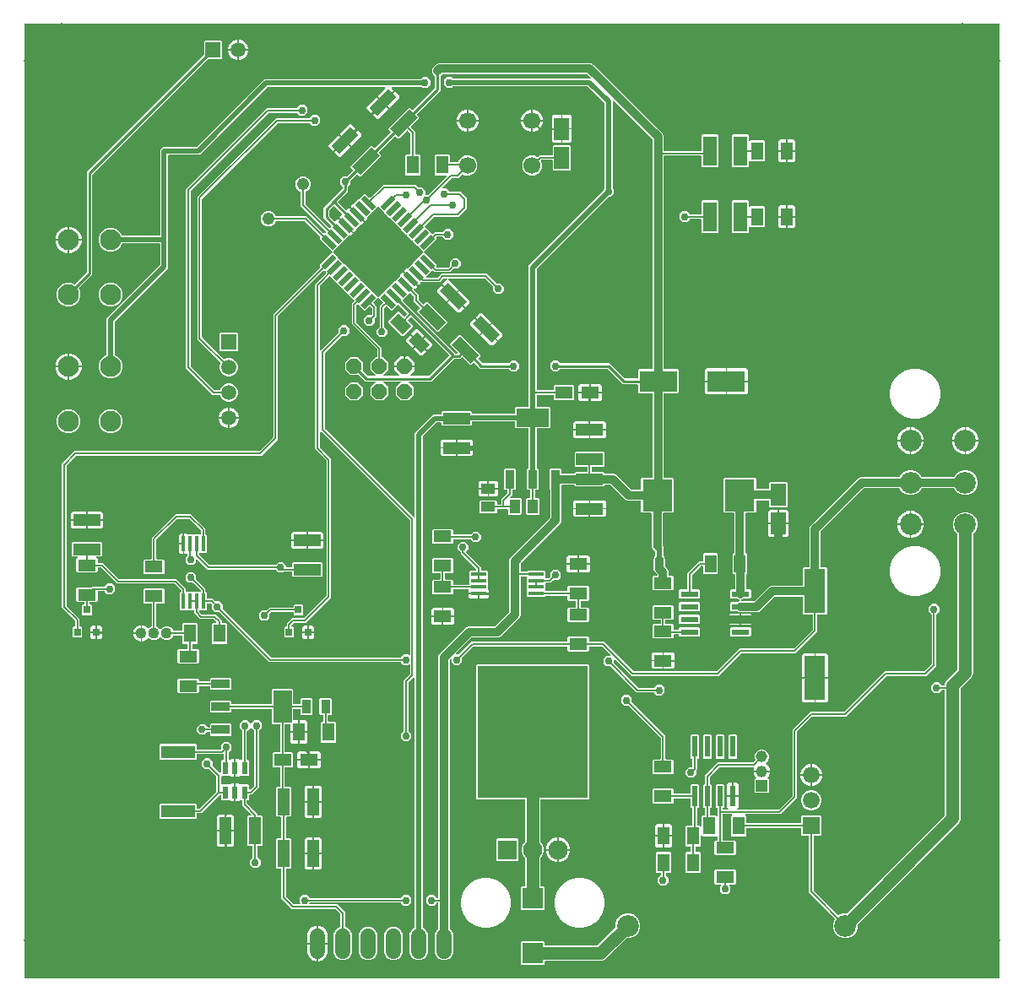
<source format=gtl>
G04 EAGLE Gerber RS-274X export*
G75*
%MOMM*%
%FSLAX34Y34*%
%LPD*%
%INTop Copper*%
%IPPOS*%
%AMOC8*
5,1,8,0,0,1.08239X$1,22.5*%
G01*
G04 Define Apertures*
%ADD10R,2.115300X4.415700*%
%ADD11R,1.795500X1.188700*%
%ADD12R,2.715300X1.164600*%
%ADD13R,3.763600X2.115300*%
%ADD14R,1.164600X1.815300*%
%ADD15R,1.503600X2.237600*%
%ADD16R,3.000000X3.200000*%
%ADD17R,1.815300X1.164600*%
%ADD18R,1.031200X1.420200*%
%ADD19R,1.420200X1.031200*%
%ADD20R,1.800000X0.601500*%
%ADD21R,2.620000X3.400000*%
%ADD22R,0.934500X1.826500*%
%ADD23R,3.191500X1.826500*%
%ADD24C,2.184400*%
%ADD25R,2.100000X2.100000*%
%ADD26C,1.230000*%
%ADD27R,1.164600X2.715300*%
%ADD28P,1.64956X8X22.5*%
%ADD29C,1.700000*%
%ADD30R,1.400000X3.000000*%
%ADD31C,7.550000*%
%ADD32R,1.600800X0.550000*%
%ADD33R,2.000000X2.000000*%
%ADD34R,1.826500X0.934500*%
%ADD35R,1.826500X3.191500*%
%ADD36R,0.595000X1.260500*%
%ADD37R,3.370200X1.231200*%
%ADD38R,0.410300X1.573100*%
%ADD39C,1.108000*%
%ADD40R,0.650000X0.800000*%
%ADD41R,1.930400X1.930400*%
%ADD42C,1.930400*%
%ADD43R,11.000000X13.250000*%
%ADD44R,1.573100X0.410300*%
%ADD45R,1.500000X1.500000*%
%ADD46C,1.500000*%
%ADD47C,2.100000*%
%ADD48C,2.175000*%
%ADD49C,1.524000*%
%ADD50R,0.916600X1.366600*%
%ADD51R,0.601500X2.100000*%
%ADD52R,1.158000X1.158000*%
%ADD53C,1.158000*%
%ADD54R,1.676400X1.676400*%
%ADD55C,1.676400*%
%ADD56C,0.152400*%
%ADD57C,0.812800*%
%ADD58C,0.756400*%
%ADD59C,0.508000*%
%ADD60C,0.254000*%
%ADD61C,1.270000*%
%ADD62C,1.016000*%
%ADD63C,0.200000*%
%ADD64C,0.203200*%
G36*
X988613Y10982D02*
X988863Y11154D01*
X989027Y11409D01*
X989078Y11684D01*
X989078Y967616D01*
X989018Y967913D01*
X988846Y968163D01*
X988591Y968327D01*
X988316Y968378D01*
X11684Y968378D01*
X11387Y968318D01*
X11137Y968146D01*
X10973Y967891D01*
X10922Y967616D01*
X10922Y11684D01*
X10982Y11387D01*
X11154Y11137D01*
X11409Y10973D01*
X11684Y10922D01*
X988316Y10922D01*
X988613Y10982D01*
G37*
%LPC*%
G36*
X946622Y906968D02*
X937926Y910570D01*
X931270Y917226D01*
X927668Y925922D01*
X927668Y935334D01*
X931270Y944030D01*
X937926Y950686D01*
X946622Y954288D01*
X956034Y954288D01*
X964730Y950686D01*
X971386Y944030D01*
X974988Y935334D01*
X974988Y925922D01*
X971386Y917226D01*
X964730Y910570D01*
X956034Y906968D01*
X946622Y906968D01*
G37*
G36*
X43966Y906968D02*
X35270Y910570D01*
X28614Y917226D01*
X25012Y925922D01*
X25012Y935334D01*
X28614Y944030D01*
X35270Y950686D01*
X43966Y954288D01*
X53378Y954288D01*
X62074Y950686D01*
X68730Y944030D01*
X72332Y935334D01*
X72332Y925922D01*
X68730Y917226D01*
X62074Y910570D01*
X53378Y906968D01*
X43966Y906968D01*
G37*
G36*
X215360Y942662D02*
X215360Y943897D01*
X216889Y947587D01*
X219713Y950412D01*
X223403Y951940D01*
X224638Y951940D01*
X224638Y942662D01*
X215360Y942662D01*
G37*
G36*
X226162Y942662D02*
X226162Y951940D01*
X227397Y951940D01*
X231087Y950412D01*
X233912Y947587D01*
X235440Y943897D01*
X235440Y942662D01*
X226162Y942662D01*
G37*
G36*
X52808Y684376D02*
X48389Y686207D01*
X45007Y689589D01*
X43176Y694008D01*
X43176Y698792D01*
X45007Y703211D01*
X48389Y706593D01*
X52808Y708424D01*
X57592Y708424D01*
X60913Y707048D01*
X61210Y706991D01*
X61507Y707053D01*
X61743Y707214D01*
X73269Y718740D01*
X73436Y718992D01*
X73492Y719278D01*
X73492Y819343D01*
X190753Y936604D01*
X190920Y936857D01*
X190976Y937143D01*
X190976Y950031D01*
X191869Y950924D01*
X208131Y950924D01*
X209024Y950031D01*
X209024Y933769D01*
X208131Y932876D01*
X195243Y932876D01*
X194946Y932816D01*
X194704Y932653D01*
X79303Y817252D01*
X79136Y816999D01*
X79080Y816713D01*
X79080Y716648D01*
X65827Y703395D01*
X65659Y703142D01*
X65603Y702844D01*
X65661Y702564D01*
X67224Y698792D01*
X67224Y694008D01*
X65393Y689589D01*
X62011Y686207D01*
X57592Y684376D01*
X52808Y684376D01*
G37*
G36*
X226162Y931860D02*
X226162Y941138D01*
X235440Y941138D01*
X235440Y939903D01*
X233912Y936213D01*
X231087Y933389D01*
X227397Y931860D01*
X226162Y931860D01*
G37*
G36*
X223403Y931860D02*
X219713Y933389D01*
X216889Y936213D01*
X215360Y939903D01*
X215360Y941138D01*
X224638Y941138D01*
X224638Y931860D01*
X223403Y931860D01*
G37*
G36*
X404581Y28956D02*
X401220Y30348D01*
X398648Y32920D01*
X397256Y36281D01*
X397256Y55159D01*
X398648Y58520D01*
X401220Y61092D01*
X401866Y61359D01*
X402117Y61529D01*
X402283Y61783D01*
X402336Y62063D01*
X402336Y312173D01*
X402276Y312471D01*
X402104Y312721D01*
X401849Y312884D01*
X401550Y312935D01*
X401255Y312865D01*
X401035Y312712D01*
X396209Y307886D01*
X396042Y307633D01*
X395986Y307347D01*
X395986Y259533D01*
X396046Y259236D01*
X396209Y258995D01*
X399006Y256198D01*
X399006Y251802D01*
X395898Y248694D01*
X391502Y248694D01*
X388394Y251802D01*
X388394Y256198D01*
X391191Y258995D01*
X391358Y259247D01*
X391414Y259533D01*
X391414Y309557D01*
X397541Y315684D01*
X397708Y315937D01*
X397764Y316223D01*
X397764Y324921D01*
X397704Y325218D01*
X397532Y325468D01*
X397277Y325631D01*
X396978Y325682D01*
X396683Y325612D01*
X396463Y325459D01*
X395898Y324894D01*
X391502Y324894D01*
X388705Y327691D01*
X388453Y327858D01*
X388167Y327914D01*
X256863Y327914D01*
X206766Y378011D01*
X206513Y378178D01*
X206227Y378234D01*
X202272Y378234D01*
X199164Y381342D01*
X199164Y385297D01*
X199104Y385595D01*
X198941Y385836D01*
X198174Y386603D01*
X197921Y386770D01*
X197635Y386826D01*
X194428Y386826D01*
X194130Y386766D01*
X193880Y386594D01*
X193717Y386339D01*
X193666Y386064D01*
X193666Y380615D01*
X192773Y379723D01*
X187407Y379723D01*
X187379Y379751D01*
X187126Y379918D01*
X186828Y379974D01*
X186532Y379909D01*
X186301Y379751D01*
X186100Y379550D01*
X185933Y379297D01*
X185877Y378999D01*
X185942Y378703D01*
X186100Y378473D01*
X188684Y375889D01*
X188937Y375722D01*
X189223Y375666D01*
X202877Y375666D01*
X208810Y369733D01*
X208810Y368233D01*
X208870Y367935D01*
X209042Y367685D01*
X209297Y367522D01*
X209572Y367471D01*
X212978Y367471D01*
X213871Y366578D01*
X213871Y347162D01*
X212978Y346270D01*
X200070Y346270D01*
X199177Y347162D01*
X199177Y366578D01*
X200070Y367471D01*
X202767Y367471D01*
X203064Y367531D01*
X203314Y367702D01*
X203478Y367958D01*
X203529Y368257D01*
X203459Y368552D01*
X203306Y368771D01*
X201206Y370871D01*
X200953Y371038D01*
X200667Y371094D01*
X187013Y371094D01*
X181304Y376803D01*
X181304Y379010D01*
X181244Y379307D01*
X181081Y379549D01*
X180879Y379751D01*
X180626Y379918D01*
X180328Y379974D01*
X180032Y379909D01*
X179801Y379751D01*
X179773Y379723D01*
X174407Y379723D01*
X174379Y379751D01*
X174126Y379918D01*
X173828Y379974D01*
X173532Y379909D01*
X173301Y379751D01*
X173273Y379723D01*
X167907Y379723D01*
X167015Y380615D01*
X167015Y397609D01*
X168081Y398675D01*
X168248Y398928D01*
X168304Y399214D01*
X168304Y399647D01*
X168244Y399945D01*
X168081Y400186D01*
X161836Y406431D01*
X161583Y406598D01*
X161297Y406654D01*
X104259Y406654D01*
X88458Y422455D01*
X88205Y422622D01*
X87919Y422678D01*
X85023Y422678D01*
X84725Y422618D01*
X84475Y422446D01*
X84312Y422191D01*
X84261Y421916D01*
X84261Y418510D01*
X83368Y417617D01*
X63952Y417617D01*
X63060Y418510D01*
X63060Y431418D01*
X64169Y432528D01*
X64337Y432781D01*
X64393Y433079D01*
X64327Y433375D01*
X64152Y433623D01*
X63894Y433782D01*
X63631Y433829D01*
X59452Y433829D01*
X58560Y434722D01*
X58560Y447630D01*
X59452Y448523D01*
X87868Y448523D01*
X88761Y447630D01*
X88761Y434722D01*
X87868Y433829D01*
X83689Y433829D01*
X83392Y433769D01*
X83142Y433597D01*
X82979Y433342D01*
X82928Y433043D01*
X82998Y432748D01*
X83151Y432528D01*
X84261Y431418D01*
X84261Y428012D01*
X84321Y427715D01*
X84492Y427465D01*
X84748Y427301D01*
X85023Y427250D01*
X90129Y427250D01*
X105930Y411449D01*
X106183Y411282D01*
X106469Y411226D01*
X163507Y411226D01*
X172876Y401857D01*
X172876Y399214D01*
X172936Y398917D01*
X173099Y398675D01*
X173301Y398473D01*
X173554Y398306D01*
X173852Y398250D01*
X174148Y398315D01*
X174379Y398473D01*
X174407Y398502D01*
X179773Y398502D01*
X179801Y398473D01*
X180054Y398306D01*
X180352Y398250D01*
X180648Y398315D01*
X180879Y398473D01*
X180907Y398502D01*
X186273Y398502D01*
X186301Y398473D01*
X186554Y398306D01*
X186852Y398250D01*
X187148Y398315D01*
X187379Y398473D01*
X187573Y398667D01*
X187740Y398920D01*
X187796Y399218D01*
X187731Y399514D01*
X187573Y399745D01*
X180096Y407221D01*
X179843Y407388D01*
X179557Y407444D01*
X175602Y407444D01*
X172494Y410552D01*
X172494Y414948D01*
X175602Y418056D01*
X179998Y418056D01*
X183106Y414948D01*
X183106Y410993D01*
X183166Y410695D01*
X183329Y410454D01*
X192376Y401407D01*
X192376Y399214D01*
X192436Y398917D01*
X192599Y398675D01*
X193666Y397609D01*
X193666Y392160D01*
X193726Y391863D01*
X193897Y391613D01*
X194153Y391449D01*
X194428Y391398D01*
X199845Y391398D01*
X202174Y389069D01*
X202427Y388902D01*
X202713Y388846D01*
X206668Y388846D01*
X209776Y385738D01*
X209776Y381783D01*
X209836Y381485D01*
X209999Y381244D01*
X258534Y332709D01*
X258787Y332542D01*
X259073Y332486D01*
X388167Y332486D01*
X388464Y332546D01*
X388705Y332709D01*
X391502Y335506D01*
X395898Y335506D01*
X396463Y334941D01*
X396716Y334773D01*
X397014Y334718D01*
X397310Y334783D01*
X397558Y334958D01*
X397717Y335216D01*
X397764Y335479D01*
X397764Y469907D01*
X397704Y470205D01*
X397541Y470446D01*
X308387Y559600D01*
X308134Y559768D01*
X307836Y559823D01*
X307540Y559758D01*
X307292Y559583D01*
X307133Y559325D01*
X307086Y559061D01*
X307086Y543553D01*
X307146Y543255D01*
X307309Y543014D01*
X318516Y531807D01*
X318516Y392753D01*
X293047Y367284D01*
X281933Y367284D01*
X281635Y367224D01*
X281394Y367061D01*
X279141Y364808D01*
X278973Y364555D01*
X278918Y364257D01*
X278983Y363961D01*
X279158Y363713D01*
X279416Y363554D01*
X279680Y363507D01*
X280131Y363507D01*
X281024Y362614D01*
X281024Y353352D01*
X280131Y352459D01*
X272369Y352459D01*
X271476Y353352D01*
X271476Y362614D01*
X272369Y363507D01*
X273202Y363507D01*
X273499Y363567D01*
X273749Y363739D01*
X273913Y363994D01*
X273964Y364269D01*
X273964Y366097D01*
X279723Y371856D01*
X290837Y371856D01*
X291135Y371916D01*
X291376Y372079D01*
X313721Y394424D01*
X313888Y394677D01*
X313944Y394963D01*
X313944Y529597D01*
X313884Y529895D01*
X313721Y530136D01*
X302514Y541343D01*
X302514Y707067D01*
X313331Y717884D01*
X313499Y718137D01*
X313554Y718435D01*
X313489Y718731D01*
X313331Y718962D01*
X312923Y719369D01*
X312923Y719483D01*
X312863Y719780D01*
X312692Y720030D01*
X312436Y720193D01*
X312161Y720245D01*
X312048Y720245D01*
X311813Y720480D01*
X311560Y720648D01*
X311262Y720703D01*
X310966Y720638D01*
X310735Y720480D01*
X265171Y674916D01*
X265004Y674663D01*
X264948Y674377D01*
X264948Y551275D01*
X248597Y534924D01*
X63493Y534924D01*
X63195Y534864D01*
X62954Y534701D01*
X53309Y525056D01*
X53142Y524803D01*
X53086Y524517D01*
X53086Y384803D01*
X53146Y384505D01*
X53309Y384264D01*
X66446Y371127D01*
X66446Y364269D01*
X66506Y363972D01*
X66678Y363722D01*
X66933Y363558D01*
X67208Y363507D01*
X68041Y363507D01*
X68934Y362614D01*
X68934Y353352D01*
X68041Y352459D01*
X60279Y352459D01*
X59386Y353352D01*
X59386Y362614D01*
X60279Y363507D01*
X61112Y363507D01*
X61409Y363567D01*
X61659Y363739D01*
X61823Y363994D01*
X61874Y364269D01*
X61874Y368917D01*
X61814Y369215D01*
X61651Y369456D01*
X48514Y382593D01*
X48514Y526727D01*
X61283Y539496D01*
X246387Y539496D01*
X246685Y539556D01*
X246926Y539719D01*
X260153Y552946D01*
X260320Y553199D01*
X260376Y553485D01*
X260376Y676587D01*
X307502Y723713D01*
X307670Y723966D01*
X307725Y724264D01*
X307660Y724560D01*
X307502Y724791D01*
X307267Y725026D01*
X307267Y726289D01*
X319579Y738601D01*
X319746Y738854D01*
X319802Y739152D01*
X319737Y739448D01*
X319579Y739679D01*
X307267Y751991D01*
X307267Y753254D01*
X307323Y753310D01*
X307490Y753563D01*
X307546Y753861D01*
X307481Y754157D01*
X307323Y754387D01*
X291787Y769923D01*
X291534Y770091D01*
X291248Y770147D01*
X263560Y770147D01*
X263263Y770086D01*
X263013Y769915D01*
X262856Y769676D01*
X262302Y768340D01*
X260144Y766181D01*
X257323Y765013D01*
X254270Y765013D01*
X251450Y766181D01*
X249291Y768340D01*
X248123Y771160D01*
X248123Y774213D01*
X249291Y777034D01*
X251450Y779192D01*
X254270Y780361D01*
X257323Y780361D01*
X260144Y779192D01*
X262302Y777034D01*
X262856Y775697D01*
X263025Y775446D01*
X263280Y775280D01*
X263560Y775227D01*
X293668Y775227D01*
X310915Y757979D01*
X311168Y757812D01*
X311466Y757756D01*
X311762Y757821D01*
X311992Y757979D01*
X312048Y758035D01*
X312161Y758035D01*
X312459Y758096D01*
X312709Y758267D01*
X312872Y758523D01*
X312923Y758797D01*
X312923Y758911D01*
X312979Y758967D01*
X313147Y759219D01*
X313203Y759518D01*
X313137Y759814D01*
X312979Y760044D01*
X289474Y783549D01*
X287763Y785260D01*
X287763Y799430D01*
X287703Y799727D01*
X287532Y799977D01*
X287293Y800134D01*
X285956Y800688D01*
X283798Y802846D01*
X282629Y805667D01*
X282629Y808720D01*
X283798Y811540D01*
X285956Y813699D01*
X288777Y814867D01*
X291830Y814867D01*
X294650Y813699D01*
X296809Y811540D01*
X297977Y808720D01*
X297977Y805667D01*
X296809Y802846D01*
X294650Y800688D01*
X293314Y800134D01*
X293062Y799965D01*
X292897Y799710D01*
X292843Y799430D01*
X292843Y787680D01*
X292904Y787383D01*
X293067Y787141D01*
X316572Y763636D01*
X316824Y763469D01*
X317123Y763413D01*
X317419Y763478D01*
X317649Y763636D01*
X317705Y763692D01*
X317818Y763692D01*
X318115Y763753D01*
X318366Y763924D01*
X318529Y764180D01*
X318580Y764454D01*
X318580Y764630D01*
X318624Y764697D01*
X318680Y764995D01*
X318615Y765291D01*
X318457Y765521D01*
X310958Y773020D01*
X310958Y783351D01*
X329723Y802116D01*
X329890Y802368D01*
X329946Y802654D01*
X329946Y804689D01*
X329886Y804987D01*
X329723Y805228D01*
X327434Y807517D01*
X327434Y811913D01*
X330542Y815021D01*
X333779Y815021D01*
X334076Y815081D01*
X334318Y815244D01*
X340141Y821067D01*
X340308Y821319D01*
X340364Y821618D01*
X340299Y821914D01*
X340141Y822144D01*
X338091Y824194D01*
X338091Y825456D01*
X358184Y845549D01*
X359446Y845549D01*
X361496Y843499D01*
X361749Y843332D01*
X362047Y843276D01*
X362343Y843341D01*
X362573Y843499D01*
X378241Y859167D01*
X378408Y859419D01*
X378464Y859718D01*
X378399Y860014D01*
X378241Y860244D01*
X376191Y862294D01*
X376191Y863556D01*
X396284Y883649D01*
X397546Y883649D01*
X399596Y881599D01*
X399849Y881432D01*
X400147Y881376D01*
X400443Y881441D01*
X400673Y881599D01*
X422433Y903359D01*
X422600Y903612D01*
X422656Y903898D01*
X422656Y915350D01*
X422596Y915647D01*
X422424Y915897D01*
X422355Y915943D01*
X420713Y917585D01*
X420489Y918125D01*
X420324Y918373D01*
X420144Y918552D01*
X420144Y918806D01*
X420086Y919098D01*
X419862Y919638D01*
X419862Y921862D01*
X420086Y922402D01*
X420144Y922694D01*
X420144Y922948D01*
X420324Y923127D01*
X420489Y923375D01*
X420713Y923915D01*
X424825Y928027D01*
X426878Y928878D01*
X578962Y928878D01*
X581015Y928027D01*
X651198Y857844D01*
X652049Y855791D01*
X652049Y841248D01*
X652109Y840951D01*
X652281Y840701D01*
X652536Y840537D01*
X652811Y840486D01*
X689006Y840486D01*
X689303Y840546D01*
X689553Y840718D01*
X689717Y840973D01*
X689768Y841248D01*
X689768Y856371D01*
X690661Y857264D01*
X705923Y857264D01*
X706816Y856371D01*
X706816Y825109D01*
X705923Y824216D01*
X690661Y824216D01*
X689768Y825109D01*
X689768Y835152D01*
X689708Y835449D01*
X689536Y835699D01*
X689281Y835863D01*
X689006Y835914D01*
X652811Y835914D01*
X652514Y835854D01*
X652264Y835682D01*
X652100Y835427D01*
X652049Y835152D01*
X652049Y622463D01*
X652109Y622165D01*
X652281Y621915D01*
X652536Y621752D01*
X652811Y621701D01*
X665910Y621701D01*
X666803Y620808D01*
X666803Y598392D01*
X665910Y597500D01*
X652811Y597500D01*
X652514Y597439D01*
X652264Y597268D01*
X652100Y597012D01*
X652049Y596738D01*
X652049Y513586D01*
X652109Y513289D01*
X652281Y513039D01*
X652536Y512875D01*
X652811Y512824D01*
X661341Y512824D01*
X662234Y511931D01*
X662234Y478669D01*
X661341Y477776D01*
X652060Y477776D01*
X651763Y477716D01*
X651513Y477544D01*
X651349Y477289D01*
X651298Y477014D01*
X651298Y444975D01*
X651358Y444678D01*
X651521Y444436D01*
X651764Y444193D01*
X651764Y434684D01*
X651824Y434387D01*
X651987Y434145D01*
X652437Y433695D01*
X652661Y433155D01*
X652827Y432907D01*
X653006Y432728D01*
X653006Y432474D01*
X653064Y432182D01*
X653288Y431642D01*
X653288Y424270D01*
X653348Y423973D01*
X653511Y423731D01*
X656247Y420995D01*
X657098Y418942D01*
X657098Y415293D01*
X657158Y414996D01*
X657330Y414746D01*
X657585Y414582D01*
X657860Y414531D01*
X661218Y414531D01*
X662111Y413638D01*
X662111Y400730D01*
X661218Y399837D01*
X641802Y399837D01*
X640910Y400730D01*
X640910Y413638D01*
X641802Y414531D01*
X645067Y414531D01*
X645364Y414591D01*
X645614Y414763D01*
X645778Y415018D01*
X645828Y415317D01*
X645759Y415612D01*
X645606Y415832D01*
X642963Y418475D01*
X642112Y420528D01*
X642112Y431642D01*
X642336Y432182D01*
X642394Y432474D01*
X642394Y432728D01*
X642574Y432907D01*
X642739Y433155D01*
X642963Y433695D01*
X643413Y434145D01*
X643580Y434398D01*
X643636Y434684D01*
X643636Y438802D01*
X643576Y439099D01*
X643404Y439349D01*
X643166Y439506D01*
X642545Y439763D01*
X640973Y441335D01*
X640122Y443388D01*
X640122Y477014D01*
X640062Y477311D01*
X639890Y477561D01*
X639635Y477725D01*
X639360Y477776D01*
X630079Y477776D01*
X629186Y478669D01*
X629186Y488950D01*
X629126Y489247D01*
X628954Y489497D01*
X628699Y489661D01*
X628424Y489712D01*
X616108Y489712D01*
X614055Y490563D01*
X599105Y505513D01*
X598852Y505680D01*
X598566Y505736D01*
X593713Y505736D01*
X593415Y505676D01*
X593165Y505504D01*
X593002Y505249D01*
X592951Y504974D01*
X592951Y504870D01*
X592058Y503977D01*
X563642Y503977D01*
X562750Y504870D01*
X562750Y504974D01*
X562689Y505271D01*
X562518Y505521D01*
X562262Y505685D01*
X561988Y505736D01*
X550659Y505736D01*
X550361Y505676D01*
X550111Y505504D01*
X549948Y505249D01*
X549897Y504974D01*
X549897Y501603D01*
X549554Y501261D01*
X549387Y501008D01*
X549331Y500722D01*
X549331Y468971D01*
X548480Y466918D01*
X508731Y427169D01*
X508564Y426916D01*
X508508Y426630D01*
X508508Y419198D01*
X508568Y418901D01*
X508740Y418651D01*
X508995Y418487D01*
X509270Y418436D01*
X513916Y418436D01*
X514213Y418496D01*
X514455Y418659D01*
X515521Y419726D01*
X532515Y419726D01*
X533408Y418833D01*
X533408Y413467D01*
X533379Y413439D01*
X533212Y413186D01*
X533156Y412888D01*
X533221Y412592D01*
X533379Y412361D01*
X533581Y412159D01*
X533834Y411992D01*
X534120Y411936D01*
X536657Y411936D01*
X536955Y411996D01*
X537196Y412159D01*
X538031Y412994D01*
X538198Y413247D01*
X538254Y413533D01*
X538254Y417488D01*
X541362Y420596D01*
X545758Y420596D01*
X548866Y417488D01*
X548866Y413092D01*
X545758Y409984D01*
X541803Y409984D01*
X541505Y409924D01*
X541264Y409761D01*
X538867Y407364D01*
X534120Y407364D01*
X533823Y407304D01*
X533581Y407141D01*
X533379Y406939D01*
X533212Y406686D01*
X533156Y406388D01*
X533221Y406092D01*
X533379Y405861D01*
X533408Y405833D01*
X533408Y400467D01*
X533379Y400439D01*
X533212Y400186D01*
X533156Y399888D01*
X533221Y399592D01*
X533379Y399361D01*
X533581Y399159D01*
X533834Y398992D01*
X534120Y398936D01*
X555058Y398936D01*
X555355Y398996D01*
X555605Y399168D01*
X555768Y399423D01*
X555820Y399698D01*
X555820Y403180D01*
X556712Y404073D01*
X576128Y404073D01*
X577021Y403180D01*
X577021Y390272D01*
X576128Y389379D01*
X569468Y389379D01*
X569171Y389319D01*
X568921Y389147D01*
X568757Y388892D01*
X568706Y388617D01*
X568706Y383543D01*
X568766Y383246D01*
X568938Y382996D01*
X569193Y382832D01*
X569468Y382781D01*
X576128Y382781D01*
X577021Y381888D01*
X577021Y368980D01*
X576128Y368087D01*
X556712Y368087D01*
X555820Y368980D01*
X555820Y381888D01*
X556712Y382781D01*
X563372Y382781D01*
X563669Y382841D01*
X563919Y383013D01*
X564083Y383268D01*
X564134Y383543D01*
X564134Y388617D01*
X564074Y388914D01*
X563902Y389164D01*
X563647Y389328D01*
X563372Y389379D01*
X556712Y389379D01*
X555820Y390272D01*
X555820Y393602D01*
X555759Y393899D01*
X555588Y394149D01*
X555332Y394313D01*
X555058Y394364D01*
X534120Y394364D01*
X533823Y394304D01*
X533581Y394141D01*
X532515Y393075D01*
X515521Y393075D01*
X514629Y393967D01*
X514629Y399333D01*
X514657Y399361D01*
X514824Y399614D01*
X514880Y399912D01*
X514815Y400208D01*
X514657Y400439D01*
X514629Y400467D01*
X514629Y405833D01*
X514657Y405861D01*
X514824Y406114D01*
X514880Y406412D01*
X514815Y406708D01*
X514657Y406939D01*
X514629Y406967D01*
X514629Y412333D01*
X514657Y412361D01*
X514824Y412614D01*
X514880Y412912D01*
X514815Y413208D01*
X514657Y413439D01*
X514455Y413641D01*
X514202Y413808D01*
X513916Y413864D01*
X509270Y413864D01*
X508973Y413804D01*
X508723Y413632D01*
X508559Y413377D01*
X508508Y413102D01*
X508508Y374808D01*
X507657Y372755D01*
X488305Y353403D01*
X486252Y352552D01*
X459830Y352552D01*
X459533Y352492D01*
X459291Y352329D01*
X443769Y336807D01*
X443602Y336554D01*
X443546Y336256D01*
X443611Y335960D01*
X443787Y335712D01*
X444045Y335553D01*
X444308Y335506D01*
X446257Y335506D01*
X446555Y335566D01*
X446796Y335729D01*
X459279Y348212D01*
X555058Y348212D01*
X555355Y348272D01*
X555605Y348444D01*
X555768Y348699D01*
X555820Y348974D01*
X555820Y352380D01*
X556712Y353273D01*
X576128Y353273D01*
X577021Y352380D01*
X577021Y348974D01*
X577081Y348677D01*
X577252Y348427D01*
X577508Y348263D01*
X577783Y348212D01*
X592281Y348212D01*
X621754Y318739D01*
X622007Y318572D01*
X622293Y318516D01*
X704857Y318516D01*
X705155Y318576D01*
X705396Y318739D01*
X728033Y341376D01*
X782327Y341376D01*
X782625Y341436D01*
X782866Y341599D01*
X801401Y360134D01*
X801568Y360387D01*
X801624Y360673D01*
X801624Y374763D01*
X801564Y375060D01*
X801392Y375310D01*
X801137Y375473D01*
X800862Y375525D01*
X792702Y375525D01*
X791810Y376417D01*
X791810Y392777D01*
X791749Y393074D01*
X791578Y393324D01*
X791322Y393488D01*
X791048Y393539D01*
X763707Y393539D01*
X763410Y393479D01*
X763168Y393316D01*
X748655Y378803D01*
X748115Y378579D01*
X747867Y378414D01*
X747688Y378234D01*
X747434Y378234D01*
X747142Y378176D01*
X746602Y377952D01*
X727968Y377952D01*
X725891Y378813D01*
X725679Y378953D01*
X725393Y379009D01*
X719449Y379009D01*
X718556Y379901D01*
X718556Y387179D01*
X719449Y388072D01*
X725393Y388072D01*
X725690Y388132D01*
X725893Y388268D01*
X728109Y389186D01*
X728360Y389356D01*
X728525Y389610D01*
X728579Y389908D01*
X728511Y390204D01*
X728334Y390450D01*
X728109Y390594D01*
X725891Y391513D01*
X725679Y391653D01*
X725393Y391709D01*
X719449Y391709D01*
X718556Y392601D01*
X718556Y399879D01*
X719449Y400772D01*
X722730Y400772D01*
X723027Y400832D01*
X723277Y401003D01*
X723441Y401259D01*
X723492Y401534D01*
X723492Y415358D01*
X723432Y415655D01*
X723260Y415905D01*
X723005Y416068D01*
X722730Y416120D01*
X722040Y416120D01*
X721147Y417012D01*
X721147Y436428D01*
X722040Y437321D01*
X722144Y437321D01*
X722441Y437381D01*
X722691Y437552D01*
X722855Y437808D01*
X722906Y438083D01*
X722906Y477014D01*
X722846Y477311D01*
X722674Y477561D01*
X722419Y477725D01*
X722144Y477776D01*
X712799Y477776D01*
X711906Y478669D01*
X711906Y511931D01*
X712799Y512824D01*
X744061Y512824D01*
X744954Y511931D01*
X744954Y502150D01*
X745014Y501853D01*
X745186Y501603D01*
X745441Y501439D01*
X745716Y501388D01*
X757276Y501388D01*
X757573Y501448D01*
X757823Y501620D01*
X757987Y501875D01*
X758038Y502150D01*
X758038Y507619D01*
X758931Y508512D01*
X775229Y508512D01*
X776122Y507619D01*
X776122Y483981D01*
X775229Y483088D01*
X758931Y483088D01*
X758038Y483981D01*
X758038Y489450D01*
X757978Y489747D01*
X757806Y489997D01*
X757551Y490161D01*
X757276Y490212D01*
X745716Y490212D01*
X745419Y490152D01*
X745169Y489980D01*
X745005Y489725D01*
X744954Y489450D01*
X744954Y478669D01*
X744061Y477776D01*
X734844Y477776D01*
X734547Y477716D01*
X734297Y477544D01*
X734133Y477289D01*
X734082Y477014D01*
X734082Y438083D01*
X734142Y437785D01*
X734314Y437535D01*
X734569Y437372D01*
X734844Y437321D01*
X734948Y437321D01*
X735841Y436428D01*
X735841Y417012D01*
X734891Y416062D01*
X734724Y415810D01*
X734668Y415524D01*
X734668Y401534D01*
X734728Y401236D01*
X734900Y400986D01*
X735155Y400823D01*
X735430Y400772D01*
X738711Y400772D01*
X739604Y399879D01*
X739604Y392601D01*
X738711Y391709D01*
X732767Y391709D01*
X732470Y391648D01*
X732267Y391512D01*
X730052Y390594D01*
X729800Y390425D01*
X729635Y390170D01*
X729581Y389872D01*
X729649Y389576D01*
X729826Y389330D01*
X730085Y389173D01*
X730343Y389128D01*
X742860Y389128D01*
X743157Y389188D01*
X743399Y389351D01*
X757912Y403864D01*
X759965Y404715D01*
X791048Y404715D01*
X791345Y404775D01*
X791595Y404947D01*
X791758Y405202D01*
X791810Y405477D01*
X791810Y421837D01*
X792702Y422730D01*
X797560Y422730D01*
X797857Y422790D01*
X798107Y422961D01*
X798271Y423217D01*
X798322Y423492D01*
X798322Y462122D01*
X799173Y464175D01*
X847735Y512737D01*
X849788Y513588D01*
X887985Y513588D01*
X888282Y513648D01*
X888532Y513820D01*
X888689Y514058D01*
X889089Y515023D01*
X892577Y518511D01*
X897134Y520399D01*
X902066Y520399D01*
X906623Y518511D01*
X910111Y515023D01*
X910511Y514058D01*
X910681Y513807D01*
X910935Y513641D01*
X911215Y513588D01*
X942985Y513588D01*
X943282Y513648D01*
X943532Y513820D01*
X943689Y514058D01*
X944089Y515023D01*
X947577Y518511D01*
X952134Y520399D01*
X957066Y520399D01*
X961623Y518511D01*
X965111Y515023D01*
X966999Y510466D01*
X966999Y505534D01*
X965111Y500977D01*
X961623Y497489D01*
X957066Y495601D01*
X952134Y495601D01*
X947577Y497489D01*
X944089Y500977D01*
X943689Y501942D01*
X943519Y502193D01*
X943265Y502359D01*
X942985Y502412D01*
X911215Y502412D01*
X910918Y502352D01*
X910668Y502180D01*
X910511Y501942D01*
X910111Y500977D01*
X906623Y497489D01*
X902066Y495601D01*
X897134Y495601D01*
X892577Y497489D01*
X889089Y500977D01*
X888689Y501942D01*
X888519Y502193D01*
X888265Y502359D01*
X887985Y502412D01*
X853530Y502412D01*
X853233Y502352D01*
X852991Y502189D01*
X809721Y458919D01*
X809554Y458666D01*
X809498Y458380D01*
X809498Y423492D01*
X809558Y423194D01*
X809730Y422944D01*
X809985Y422781D01*
X810260Y422730D01*
X815118Y422730D01*
X816011Y421837D01*
X816011Y376417D01*
X815118Y375525D01*
X806958Y375525D01*
X806661Y375464D01*
X806411Y375293D01*
X806247Y375037D01*
X806196Y374763D01*
X806196Y358463D01*
X784537Y336804D01*
X730243Y336804D01*
X729945Y336744D01*
X729704Y336581D01*
X707067Y313944D01*
X620083Y313944D01*
X603507Y330520D01*
X603254Y330688D01*
X602956Y330743D01*
X602660Y330678D01*
X602412Y330503D01*
X602253Y330245D01*
X602206Y329981D01*
X602206Y327173D01*
X602266Y326875D01*
X602429Y326634D01*
X626834Y302229D01*
X627087Y302062D01*
X627373Y302006D01*
X642167Y302006D01*
X642464Y302066D01*
X642705Y302229D01*
X645502Y305026D01*
X649898Y305026D01*
X653006Y301918D01*
X653006Y297522D01*
X649898Y294414D01*
X645502Y294414D01*
X642705Y297211D01*
X642453Y297378D01*
X642167Y297434D01*
X625163Y297434D01*
X599196Y323401D01*
X598943Y323568D01*
X598657Y323624D01*
X594702Y323624D01*
X591594Y326732D01*
X591594Y331128D01*
X594702Y334236D01*
X597951Y334236D01*
X598249Y334296D01*
X598499Y334468D01*
X598662Y334723D01*
X598713Y335022D01*
X598643Y335317D01*
X598490Y335537D01*
X590610Y343417D01*
X590357Y343584D01*
X590071Y343640D01*
X577783Y343640D01*
X577485Y343580D01*
X577235Y343408D01*
X577072Y343153D01*
X577021Y342878D01*
X577021Y339472D01*
X576128Y338579D01*
X556712Y338579D01*
X555820Y339472D01*
X555820Y342878D01*
X555759Y343175D01*
X555588Y343425D01*
X555332Y343589D01*
X555058Y343640D01*
X461489Y343640D01*
X461191Y343580D01*
X460950Y343417D01*
X450029Y332496D01*
X449862Y332243D01*
X449806Y331957D01*
X449806Y328002D01*
X446698Y324894D01*
X442302Y324894D01*
X439194Y328002D01*
X439194Y330392D01*
X439134Y330689D01*
X438962Y330939D01*
X438707Y331103D01*
X438408Y331153D01*
X438113Y331084D01*
X437893Y330931D01*
X437611Y330649D01*
X437444Y330396D01*
X437388Y330110D01*
X437388Y60999D01*
X437448Y60702D01*
X437611Y60460D01*
X439552Y58520D01*
X440944Y55159D01*
X440944Y36281D01*
X439552Y32920D01*
X436980Y30348D01*
X433619Y28956D01*
X429981Y28956D01*
X426620Y30348D01*
X424048Y32920D01*
X422656Y36281D01*
X422656Y55159D01*
X424048Y58520D01*
X425989Y60460D01*
X426156Y60713D01*
X426212Y60999D01*
X426212Y85852D01*
X426152Y86149D01*
X425980Y86399D01*
X425725Y86563D01*
X425450Y86614D01*
X424633Y86614D01*
X424336Y86554D01*
X424095Y86391D01*
X421298Y83594D01*
X416902Y83594D01*
X413794Y86702D01*
X413794Y91098D01*
X416902Y94206D01*
X421298Y94206D01*
X424095Y91409D01*
X424347Y91242D01*
X424633Y91186D01*
X425450Y91186D01*
X425747Y91246D01*
X425997Y91418D01*
X426161Y91673D01*
X426212Y91948D01*
X426212Y333852D01*
X427063Y335905D01*
X454035Y362877D01*
X456088Y363728D01*
X482510Y363728D01*
X482807Y363788D01*
X483049Y363951D01*
X497109Y378011D01*
X497276Y378264D01*
X497332Y378550D01*
X497332Y430372D01*
X498183Y432425D01*
X537932Y472174D01*
X538099Y472427D01*
X538155Y472713D01*
X538155Y500636D01*
X538095Y500933D01*
X537932Y501175D01*
X537504Y501603D01*
X537504Y521131D01*
X538396Y522024D01*
X549004Y522024D01*
X549897Y521131D01*
X549897Y517674D01*
X549957Y517377D01*
X550128Y517127D01*
X550384Y516963D01*
X550659Y516912D01*
X561988Y516912D01*
X562285Y516972D01*
X562535Y517144D01*
X562698Y517399D01*
X562750Y517674D01*
X562750Y517778D01*
X563642Y518671D01*
X574802Y518671D01*
X575099Y518731D01*
X575349Y518903D01*
X575513Y519158D01*
X575564Y519433D01*
X575564Y523237D01*
X575504Y523534D01*
X575332Y523784D01*
X575077Y523948D01*
X574802Y523999D01*
X563642Y523999D01*
X562750Y524892D01*
X562750Y537800D01*
X563642Y538693D01*
X592058Y538693D01*
X592951Y537800D01*
X592951Y524892D01*
X592058Y523999D01*
X580898Y523999D01*
X580601Y523939D01*
X580351Y523767D01*
X580187Y523512D01*
X580136Y523237D01*
X580136Y519433D01*
X580196Y519136D01*
X580368Y518886D01*
X580623Y518722D01*
X580898Y518671D01*
X592058Y518671D01*
X592951Y517778D01*
X592951Y517674D01*
X593011Y517377D01*
X593182Y517127D01*
X593438Y516963D01*
X593713Y516912D01*
X602308Y516912D01*
X604361Y516061D01*
X619311Y501111D01*
X619564Y500944D01*
X619850Y500888D01*
X628424Y500888D01*
X628721Y500948D01*
X628971Y501120D01*
X629135Y501375D01*
X629186Y501650D01*
X629186Y511931D01*
X630079Y512824D01*
X640111Y512824D01*
X640408Y512884D01*
X640658Y513056D01*
X640822Y513311D01*
X640873Y513586D01*
X640873Y596738D01*
X640813Y597035D01*
X640641Y597285D01*
X640386Y597448D01*
X640111Y597500D01*
X627012Y597500D01*
X626119Y598392D01*
X626119Y606044D01*
X626059Y606341D01*
X625887Y606591D01*
X625632Y606755D01*
X625357Y606806D01*
X610983Y606806D01*
X595966Y621823D01*
X595713Y621990D01*
X595427Y622046D01*
X548585Y622046D01*
X548288Y621986D01*
X548047Y621823D01*
X545758Y619534D01*
X541362Y619534D01*
X538254Y622642D01*
X538254Y627038D01*
X541362Y630146D01*
X545758Y630146D01*
X548047Y627857D01*
X548299Y627690D01*
X548585Y627634D01*
X598057Y627634D01*
X613074Y612617D01*
X613327Y612450D01*
X613613Y612394D01*
X625357Y612394D01*
X625654Y612454D01*
X625904Y612626D01*
X626068Y612881D01*
X626119Y613156D01*
X626119Y620808D01*
X627012Y621701D01*
X640111Y621701D01*
X640408Y621761D01*
X640658Y621932D01*
X640822Y622188D01*
X640873Y622463D01*
X640873Y852049D01*
X640813Y852346D01*
X640650Y852588D01*
X602265Y890973D01*
X602012Y891140D01*
X601714Y891196D01*
X601418Y891131D01*
X601170Y890955D01*
X601011Y890697D01*
X600964Y890434D01*
X600964Y803855D01*
X601024Y803558D01*
X601187Y803317D01*
X602206Y802298D01*
X602206Y797902D01*
X599098Y794794D01*
X597657Y794794D01*
X597360Y794734D01*
X597118Y794571D01*
X524987Y722440D01*
X524820Y722187D01*
X524764Y721901D01*
X524764Y601218D01*
X524824Y600921D01*
X524996Y600671D01*
X525251Y600507D01*
X525526Y600456D01*
X540788Y600456D01*
X541085Y600516D01*
X541335Y600688D01*
X541498Y600943D01*
X541550Y601218D01*
X541550Y604745D01*
X542442Y605638D01*
X561660Y605638D01*
X562553Y604745D01*
X562553Y591595D01*
X561660Y590703D01*
X542442Y590703D01*
X541550Y591595D01*
X541550Y595122D01*
X541489Y595419D01*
X541318Y595669D01*
X541062Y595833D01*
X540788Y595884D01*
X525526Y595884D01*
X525229Y595824D01*
X524979Y595652D01*
X524815Y595397D01*
X524764Y595122D01*
X524764Y584632D01*
X524824Y584334D01*
X524996Y584084D01*
X525251Y583921D01*
X525526Y583870D01*
X537289Y583870D01*
X538182Y582977D01*
X538182Y563449D01*
X537289Y562557D01*
X525526Y562557D01*
X525229Y562496D01*
X524979Y562325D01*
X524815Y562069D01*
X524764Y561795D01*
X524764Y522786D01*
X524824Y522488D01*
X524996Y522238D01*
X525251Y522075D01*
X525526Y522024D01*
X526004Y522024D01*
X526897Y521131D01*
X526897Y501603D01*
X526004Y500711D01*
X523748Y500711D01*
X523451Y500650D01*
X523201Y500479D01*
X523037Y500223D01*
X522986Y499949D01*
X522986Y493257D01*
X523046Y492960D01*
X523218Y492710D01*
X523473Y492546D01*
X523748Y492495D01*
X526792Y492495D01*
X527685Y491602D01*
X527685Y476138D01*
X526792Y475245D01*
X515218Y475245D01*
X514325Y476138D01*
X514325Y491602D01*
X515218Y492495D01*
X517652Y492495D01*
X517949Y492555D01*
X518199Y492727D01*
X518363Y492982D01*
X518414Y493257D01*
X518414Y499949D01*
X518354Y500246D01*
X518182Y500496D01*
X517927Y500659D01*
X517652Y500711D01*
X515396Y500711D01*
X514504Y501603D01*
X514504Y521131D01*
X515396Y522024D01*
X515874Y522024D01*
X516171Y522084D01*
X516421Y522255D01*
X516585Y522511D01*
X516636Y522786D01*
X516636Y561795D01*
X516576Y562092D01*
X516404Y562342D01*
X516149Y562505D01*
X515874Y562557D01*
X504111Y562557D01*
X503219Y563449D01*
X503219Y568387D01*
X503158Y568684D01*
X502987Y568934D01*
X502731Y569098D01*
X502457Y569149D01*
X460363Y569149D01*
X460065Y569089D01*
X459815Y568917D01*
X459652Y568662D01*
X459601Y568387D01*
X459601Y565830D01*
X458708Y564937D01*
X430292Y564937D01*
X429400Y565830D01*
X429400Y567458D01*
X429339Y567755D01*
X429168Y568005D01*
X428912Y568169D01*
X428638Y568220D01*
X424423Y568220D01*
X424126Y568160D01*
X423884Y567997D01*
X410687Y554800D01*
X410520Y554547D01*
X410464Y554261D01*
X410464Y62063D01*
X410524Y61766D01*
X410696Y61516D01*
X410934Y61359D01*
X411580Y61092D01*
X414152Y58520D01*
X415544Y55159D01*
X415544Y36281D01*
X414152Y32920D01*
X411580Y30348D01*
X408219Y28956D01*
X404581Y28956D01*
G37*
G36*
X94808Y612376D02*
X90389Y614207D01*
X87007Y617589D01*
X85176Y622008D01*
X85176Y626792D01*
X87007Y631211D01*
X90389Y634593D01*
X92666Y635536D01*
X92917Y635706D01*
X93083Y635960D01*
X93136Y636240D01*
X93136Y672483D01*
X146843Y726190D01*
X147010Y726443D01*
X147066Y726729D01*
X147066Y747014D01*
X147006Y747311D01*
X146834Y747561D01*
X146579Y747725D01*
X146304Y747776D01*
X109223Y747776D01*
X108926Y747716D01*
X108675Y747544D01*
X108519Y747306D01*
X107393Y744589D01*
X104011Y741207D01*
X99592Y739376D01*
X94808Y739376D01*
X90389Y741207D01*
X87007Y744589D01*
X85176Y749008D01*
X85176Y753792D01*
X87007Y758211D01*
X90389Y761593D01*
X94808Y763424D01*
X99592Y763424D01*
X104011Y761593D01*
X107393Y758211D01*
X108154Y756374D01*
X108324Y756123D01*
X108578Y755957D01*
X108858Y755904D01*
X146304Y755904D01*
X146601Y755964D01*
X146851Y756136D01*
X147015Y756391D01*
X147066Y756666D01*
X147066Y842423D01*
X149447Y844804D01*
X183421Y844804D01*
X183718Y844864D01*
X183960Y845027D01*
X251637Y912704D01*
X408315Y912704D01*
X408612Y912764D01*
X408853Y912927D01*
X410552Y914626D01*
X414948Y914626D01*
X418056Y911518D01*
X418056Y907122D01*
X414948Y904014D01*
X410552Y904014D01*
X410213Y904353D01*
X409961Y904520D01*
X409675Y904576D01*
X379896Y904576D01*
X379599Y904516D01*
X379348Y904344D01*
X379185Y904089D01*
X379134Y903790D01*
X379204Y903495D01*
X379357Y903275D01*
X381425Y901208D01*
X370567Y890350D01*
X365193Y895725D01*
X372743Y903275D01*
X372910Y903528D01*
X372966Y903826D01*
X372901Y904122D01*
X372725Y904370D01*
X372467Y904529D01*
X372204Y904576D01*
X255319Y904576D01*
X255022Y904516D01*
X254780Y904353D01*
X187103Y836676D01*
X155956Y836676D01*
X155659Y836616D01*
X155409Y836444D01*
X155245Y836189D01*
X155194Y835914D01*
X155194Y723047D01*
X101487Y669340D01*
X101320Y669087D01*
X101264Y668801D01*
X101264Y636240D01*
X101324Y635943D01*
X101496Y635693D01*
X101734Y635536D01*
X104011Y634593D01*
X107393Y631211D01*
X109224Y626792D01*
X109224Y622008D01*
X107393Y617589D01*
X104011Y614207D01*
X99592Y612376D01*
X94808Y612376D01*
G37*
G36*
X371645Y889273D02*
X382502Y900130D01*
X386825Y895807D01*
X386825Y893703D01*
X377020Y883898D01*
X371645Y889273D01*
G37*
G36*
X354310Y882738D02*
X354310Y884842D01*
X364115Y894647D01*
X369490Y889273D01*
X358632Y878415D01*
X354310Y882738D01*
G37*
G36*
X364033Y873015D02*
X359710Y877338D01*
X370567Y888195D01*
X375942Y882820D01*
X366137Y873015D01*
X364033Y873015D01*
G37*
G36*
X214105Y589146D02*
X210788Y590520D01*
X208250Y593058D01*
X207373Y595176D01*
X207203Y595427D01*
X206949Y595593D01*
X206669Y595646D01*
X199615Y595646D01*
X172736Y622525D01*
X172736Y802415D01*
X254225Y883904D01*
X284265Y883904D01*
X284562Y883964D01*
X284803Y884127D01*
X287362Y886686D01*
X291758Y886686D01*
X294866Y883578D01*
X294866Y879182D01*
X291758Y876074D01*
X287362Y876074D01*
X284803Y878633D01*
X284551Y878800D01*
X284265Y878856D01*
X256631Y878856D01*
X256334Y878796D01*
X256092Y878633D01*
X178007Y800548D01*
X177840Y800295D01*
X177784Y800009D01*
X177784Y624931D01*
X177844Y624634D01*
X178007Y624392D01*
X201482Y600917D01*
X201735Y600750D01*
X202021Y600694D01*
X206669Y600694D01*
X206966Y600754D01*
X207216Y600926D01*
X207373Y601164D01*
X208250Y603282D01*
X210788Y605820D01*
X214105Y607194D01*
X217695Y607194D01*
X221012Y605820D01*
X223550Y603282D01*
X224924Y599965D01*
X224924Y596375D01*
X223550Y593058D01*
X221012Y590520D01*
X217695Y589146D01*
X214105Y589146D01*
G37*
G36*
X214105Y614546D02*
X210788Y615920D01*
X208250Y618458D01*
X206876Y621775D01*
X206876Y625365D01*
X207753Y627482D01*
X207811Y627780D01*
X207748Y628077D01*
X207588Y628313D01*
X184166Y651735D01*
X184166Y794795D01*
X263115Y873744D01*
X296965Y873744D01*
X297262Y873804D01*
X297503Y873967D01*
X300062Y876526D01*
X304458Y876526D01*
X307566Y873418D01*
X307566Y869022D01*
X304458Y865914D01*
X300062Y865914D01*
X297503Y868473D01*
X297251Y868640D01*
X296965Y868696D01*
X265521Y868696D01*
X265224Y868636D01*
X264982Y868473D01*
X189437Y792928D01*
X189270Y792675D01*
X189214Y792389D01*
X189214Y654141D01*
X189274Y653844D01*
X189437Y653602D01*
X211157Y631882D01*
X211410Y631715D01*
X211708Y631659D01*
X211988Y631717D01*
X214105Y632594D01*
X217695Y632594D01*
X221012Y631220D01*
X223550Y628682D01*
X224924Y625365D01*
X224924Y621775D01*
X223550Y618458D01*
X221012Y615920D01*
X217695Y614546D01*
X214105Y614546D01*
G37*
G36*
X327093Y857625D02*
X336898Y867430D01*
X339002Y867430D01*
X343325Y863108D01*
X332467Y852250D01*
X327093Y857625D01*
G37*
G36*
X333545Y851173D02*
X344402Y862030D01*
X348725Y857707D01*
X348725Y855603D01*
X338920Y845798D01*
X333545Y851173D01*
G37*
G36*
X721557Y824216D02*
X720664Y825109D01*
X720664Y856371D01*
X721557Y857264D01*
X736819Y857264D01*
X737712Y856371D01*
X737712Y851370D01*
X737772Y851073D01*
X737944Y850823D01*
X738199Y850660D01*
X738498Y850609D01*
X738793Y850679D01*
X739013Y850832D01*
X739522Y851341D01*
X752430Y851341D01*
X753323Y850448D01*
X753323Y831032D01*
X752430Y830140D01*
X739522Y830140D01*
X739013Y830648D01*
X738760Y830816D01*
X738462Y830872D01*
X738166Y830806D01*
X737918Y830631D01*
X737759Y830373D01*
X737712Y830110D01*
X737712Y825109D01*
X736819Y824216D01*
X721557Y824216D01*
G37*
G36*
X316210Y844638D02*
X316210Y846742D01*
X326015Y856547D01*
X331390Y851173D01*
X320532Y840315D01*
X316210Y844638D01*
G37*
G36*
X767121Y841502D02*
X767121Y850869D01*
X768609Y852357D01*
X774722Y852357D01*
X774722Y841502D01*
X767121Y841502D01*
G37*
G36*
X776246Y841502D02*
X776246Y852357D01*
X782359Y852357D01*
X783847Y850869D01*
X783847Y841502D01*
X776246Y841502D01*
G37*
G36*
X325933Y834915D02*
X321610Y839238D01*
X332467Y850095D01*
X337842Y844720D01*
X328037Y834915D01*
X325933Y834915D01*
G37*
G36*
X776246Y829124D02*
X776246Y839978D01*
X783847Y839978D01*
X783847Y830611D01*
X782359Y829124D01*
X776246Y829124D01*
G37*
G36*
X768609Y829124D02*
X767121Y830611D01*
X767121Y839978D01*
X774722Y839978D01*
X774722Y829124D01*
X768609Y829124D01*
G37*
G36*
X721557Y758176D02*
X720664Y759069D01*
X720664Y790331D01*
X721557Y791224D01*
X736819Y791224D01*
X737712Y790331D01*
X737712Y785330D01*
X737772Y785033D01*
X737944Y784783D01*
X738199Y784620D01*
X738498Y784569D01*
X738793Y784639D01*
X739013Y784792D01*
X739522Y785301D01*
X752430Y785301D01*
X753323Y784408D01*
X753323Y764992D01*
X752430Y764100D01*
X739522Y764100D01*
X739013Y764608D01*
X738760Y764776D01*
X738462Y764832D01*
X738166Y764766D01*
X737918Y764591D01*
X737759Y764333D01*
X737712Y764070D01*
X737712Y759069D01*
X736819Y758176D01*
X721557Y758176D01*
G37*
G36*
X690661Y758176D02*
X689768Y759069D01*
X689768Y771652D01*
X689708Y771949D01*
X689536Y772199D01*
X689281Y772363D01*
X689006Y772414D01*
X678633Y772414D01*
X678336Y772354D01*
X678095Y772191D01*
X675298Y769394D01*
X670902Y769394D01*
X667794Y772502D01*
X667794Y776898D01*
X670902Y780006D01*
X675298Y780006D01*
X678095Y777209D01*
X678347Y777042D01*
X678633Y776986D01*
X689006Y776986D01*
X689303Y777046D01*
X689553Y777218D01*
X689717Y777473D01*
X689768Y777748D01*
X689768Y790331D01*
X690661Y791224D01*
X705923Y791224D01*
X706816Y790331D01*
X706816Y759069D01*
X705923Y758176D01*
X690661Y758176D01*
G37*
G36*
X767121Y775462D02*
X767121Y784829D01*
X768609Y786317D01*
X774722Y786317D01*
X774722Y775462D01*
X767121Y775462D01*
G37*
G36*
X776246Y775462D02*
X776246Y786317D01*
X782359Y786317D01*
X783847Y784829D01*
X783847Y775462D01*
X776246Y775462D01*
G37*
G36*
X776246Y763084D02*
X776246Y773938D01*
X783847Y773938D01*
X783847Y764571D01*
X782359Y763084D01*
X776246Y763084D01*
G37*
G36*
X768609Y763084D02*
X767121Y764571D01*
X767121Y773938D01*
X774722Y773938D01*
X774722Y763084D01*
X768609Y763084D01*
G37*
G36*
X55962Y752162D02*
X55962Y764440D01*
X57794Y764440D01*
X62587Y762455D01*
X66255Y758787D01*
X68240Y753994D01*
X68240Y752162D01*
X55962Y752162D01*
G37*
G36*
X42160Y752162D02*
X42160Y753994D01*
X44145Y758787D01*
X47813Y762455D01*
X52606Y764440D01*
X54438Y764440D01*
X54438Y752162D01*
X42160Y752162D01*
G37*
G36*
X52606Y738360D02*
X47813Y740345D01*
X44145Y744013D01*
X42160Y748806D01*
X42160Y750638D01*
X54438Y750638D01*
X54438Y738360D01*
X52606Y738360D01*
G37*
G36*
X55962Y738360D02*
X55962Y750638D01*
X68240Y750638D01*
X68240Y748806D01*
X66255Y744013D01*
X62587Y740345D01*
X57794Y738360D01*
X55962Y738360D01*
G37*
G36*
X94808Y684376D02*
X90389Y686207D01*
X87007Y689589D01*
X85176Y694008D01*
X85176Y698792D01*
X87007Y703211D01*
X90389Y706593D01*
X94808Y708424D01*
X99592Y708424D01*
X104011Y706593D01*
X107393Y703211D01*
X109224Y698792D01*
X109224Y694008D01*
X107393Y689589D01*
X104011Y686207D01*
X99592Y684376D01*
X94808Y684376D01*
G37*
G36*
X207769Y639946D02*
X206876Y640839D01*
X206876Y657101D01*
X207769Y657994D01*
X224031Y657994D01*
X224924Y657101D01*
X224924Y640839D01*
X224031Y639946D01*
X207769Y639946D01*
G37*
G36*
X42160Y625162D02*
X42160Y626994D01*
X44145Y631787D01*
X47813Y635455D01*
X52606Y637440D01*
X54438Y637440D01*
X54438Y625162D01*
X42160Y625162D01*
G37*
G36*
X55962Y625162D02*
X55962Y637440D01*
X57794Y637440D01*
X62587Y635455D01*
X66255Y631787D01*
X68240Y626994D01*
X68240Y625162D01*
X55962Y625162D01*
G37*
G36*
X55962Y611360D02*
X55962Y623638D01*
X68240Y623638D01*
X68240Y621806D01*
X66255Y617013D01*
X62587Y613345D01*
X57794Y611360D01*
X55962Y611360D01*
G37*
G36*
X52606Y611360D02*
X47813Y613345D01*
X44145Y617013D01*
X42160Y621806D01*
X42160Y623638D01*
X54438Y623638D01*
X54438Y611360D01*
X52606Y611360D01*
G37*
G36*
X715741Y610362D02*
X715741Y622717D01*
X734849Y622717D01*
X736337Y621229D01*
X736337Y610362D01*
X715741Y610362D01*
G37*
G36*
X693621Y610362D02*
X693621Y621229D01*
X695109Y622717D01*
X714217Y622717D01*
X714217Y610362D01*
X693621Y610362D01*
G37*
G36*
X900888Y571840D02*
X894489Y573555D01*
X888751Y576867D01*
X884067Y581551D01*
X880755Y587289D01*
X879040Y593688D01*
X879040Y600312D01*
X880755Y606711D01*
X884067Y612449D01*
X888751Y617133D01*
X894489Y620445D01*
X900888Y622160D01*
X907512Y622160D01*
X913911Y620445D01*
X919649Y617133D01*
X924333Y612449D01*
X927645Y606711D01*
X929360Y600312D01*
X929360Y593688D01*
X927645Y587289D01*
X924333Y581551D01*
X919649Y576867D01*
X913911Y573555D01*
X907512Y571840D01*
X900888Y571840D01*
G37*
G36*
X695109Y596484D02*
X693621Y597971D01*
X693621Y608838D01*
X714217Y608838D01*
X714217Y596484D01*
X695109Y596484D01*
G37*
G36*
X715741Y596484D02*
X715741Y608838D01*
X736337Y608838D01*
X736337Y597971D01*
X734849Y596484D01*
X715741Y596484D01*
G37*
G36*
X579011Y598932D02*
X579011Y606654D01*
X588279Y606654D01*
X589767Y605166D01*
X589767Y598932D01*
X579011Y598932D01*
G37*
G36*
X566732Y598932D02*
X566732Y605166D01*
X568219Y606654D01*
X577487Y606654D01*
X577487Y598932D01*
X566732Y598932D01*
G37*
G36*
X568219Y589687D02*
X566732Y591174D01*
X566732Y597408D01*
X577487Y597408D01*
X577487Y589687D01*
X568219Y589687D01*
G37*
G36*
X579011Y589687D02*
X579011Y597408D01*
X589767Y597408D01*
X589767Y591174D01*
X588279Y589687D01*
X579011Y589687D01*
G37*
G36*
X205860Y573532D02*
X205860Y574767D01*
X207389Y578457D01*
X210213Y581282D01*
X213903Y582810D01*
X215138Y582810D01*
X215138Y573532D01*
X205860Y573532D01*
G37*
G36*
X216662Y573532D02*
X216662Y582810D01*
X217897Y582810D01*
X221587Y581282D01*
X224412Y578457D01*
X225940Y574767D01*
X225940Y573532D01*
X216662Y573532D01*
G37*
G36*
X52808Y557376D02*
X48389Y559207D01*
X45007Y562589D01*
X43176Y567008D01*
X43176Y571792D01*
X45007Y576211D01*
X48389Y579593D01*
X52808Y581424D01*
X57592Y581424D01*
X62011Y579593D01*
X65393Y576211D01*
X67224Y571792D01*
X67224Y567008D01*
X65393Y562589D01*
X62011Y559207D01*
X57592Y557376D01*
X52808Y557376D01*
G37*
G36*
X94808Y557376D02*
X90389Y559207D01*
X87007Y562589D01*
X85176Y567008D01*
X85176Y571792D01*
X87007Y576211D01*
X90389Y579593D01*
X94808Y581424D01*
X99592Y581424D01*
X104011Y579593D01*
X107393Y576211D01*
X109224Y571792D01*
X109224Y567008D01*
X107393Y562589D01*
X104011Y559207D01*
X99592Y557376D01*
X94808Y557376D01*
G37*
G36*
X213903Y562730D02*
X210213Y564259D01*
X207389Y567083D01*
X205860Y570773D01*
X205860Y572008D01*
X215138Y572008D01*
X215138Y562730D01*
X213903Y562730D01*
G37*
G36*
X216662Y562730D02*
X216662Y572008D01*
X225940Y572008D01*
X225940Y570773D01*
X224412Y567083D01*
X221587Y564259D01*
X217897Y562730D01*
X216662Y562730D01*
G37*
G36*
X578612Y561616D02*
X578612Y569217D01*
X592479Y569217D01*
X593967Y567729D01*
X593967Y561616D01*
X578612Y561616D01*
G37*
G36*
X561734Y561616D02*
X561734Y567729D01*
X563221Y569217D01*
X577088Y569217D01*
X577088Y561616D01*
X561734Y561616D01*
G37*
G36*
X900362Y550762D02*
X900362Y563415D01*
X902268Y563415D01*
X907199Y561373D01*
X910973Y557599D01*
X913015Y552668D01*
X913015Y550762D01*
X900362Y550762D01*
G37*
G36*
X955362Y550762D02*
X955362Y563415D01*
X957268Y563415D01*
X962199Y561373D01*
X965973Y557599D01*
X968015Y552668D01*
X968015Y550762D01*
X955362Y550762D01*
G37*
G36*
X941185Y550762D02*
X941185Y552668D01*
X943227Y557599D01*
X947001Y561373D01*
X951932Y563415D01*
X953838Y563415D01*
X953838Y550762D01*
X941185Y550762D01*
G37*
G36*
X886185Y550762D02*
X886185Y552668D01*
X888227Y557599D01*
X892001Y561373D01*
X896932Y563415D01*
X898838Y563415D01*
X898838Y550762D01*
X886185Y550762D01*
G37*
G36*
X578612Y552491D02*
X578612Y560092D01*
X593967Y560092D01*
X593967Y553979D01*
X592479Y552491D01*
X578612Y552491D01*
G37*
G36*
X563221Y552491D02*
X561734Y553979D01*
X561734Y560092D01*
X577088Y560092D01*
X577088Y552491D01*
X563221Y552491D01*
G37*
G36*
X445262Y543538D02*
X445262Y551139D01*
X459129Y551139D01*
X460617Y549651D01*
X460617Y543538D01*
X445262Y543538D01*
G37*
G36*
X428384Y543538D02*
X428384Y549651D01*
X429871Y551139D01*
X443738Y551139D01*
X443738Y543538D01*
X428384Y543538D01*
G37*
G36*
X896932Y536585D02*
X892001Y538627D01*
X888227Y542401D01*
X886185Y547332D01*
X886185Y549238D01*
X898838Y549238D01*
X898838Y536585D01*
X896932Y536585D01*
G37*
G36*
X955362Y536585D02*
X955362Y549238D01*
X968015Y549238D01*
X968015Y547332D01*
X965973Y542401D01*
X962199Y538627D01*
X957268Y536585D01*
X955362Y536585D01*
G37*
G36*
X951932Y536585D02*
X947001Y538627D01*
X943227Y542401D01*
X941185Y547332D01*
X941185Y549238D01*
X953838Y549238D01*
X953838Y536585D01*
X951932Y536585D01*
G37*
G36*
X900362Y536585D02*
X900362Y549238D01*
X913015Y549238D01*
X913015Y547332D01*
X910973Y542401D01*
X907199Y538627D01*
X902268Y536585D01*
X900362Y536585D01*
G37*
G36*
X429871Y534413D02*
X428384Y535901D01*
X428384Y542014D01*
X443738Y542014D01*
X443738Y534413D01*
X429871Y534413D01*
G37*
G36*
X445262Y534413D02*
X445262Y542014D01*
X460617Y542014D01*
X460617Y535901D01*
X459129Y534413D01*
X445262Y534413D01*
G37*
G36*
X496828Y475245D02*
X495935Y476138D01*
X495935Y480517D01*
X495875Y480814D01*
X495703Y481064D01*
X495448Y481228D01*
X495173Y481279D01*
X485637Y481279D01*
X485340Y481219D01*
X485090Y481047D01*
X484926Y480792D01*
X484875Y480517D01*
X484875Y477778D01*
X483982Y476885D01*
X468518Y476885D01*
X467625Y477778D01*
X467625Y489352D01*
X468518Y490245D01*
X483982Y490245D01*
X484875Y489352D01*
X484875Y486613D01*
X484935Y486316D01*
X485107Y486066D01*
X485362Y485902D01*
X485637Y485851D01*
X488442Y485851D01*
X488739Y485911D01*
X488989Y486083D01*
X489153Y486338D01*
X489204Y486613D01*
X489204Y491167D01*
X495191Y497154D01*
X495358Y497407D01*
X495414Y497693D01*
X495414Y499949D01*
X495354Y500246D01*
X495182Y500496D01*
X494927Y500659D01*
X494652Y500711D01*
X492396Y500711D01*
X491504Y501603D01*
X491504Y521131D01*
X492396Y522024D01*
X503004Y522024D01*
X503897Y521131D01*
X503897Y501603D01*
X503004Y500711D01*
X500748Y500711D01*
X500451Y500650D01*
X500201Y500479D01*
X500037Y500223D01*
X499986Y499949D01*
X499986Y495483D01*
X498299Y493796D01*
X498131Y493543D01*
X498076Y493245D01*
X498141Y492949D01*
X498316Y492701D01*
X498574Y492542D01*
X498838Y492495D01*
X508402Y492495D01*
X509295Y491602D01*
X509295Y476138D01*
X508402Y475245D01*
X496828Y475245D01*
G37*
G36*
X477012Y502717D02*
X477012Y509651D01*
X484403Y509651D01*
X485891Y508163D01*
X485891Y502717D01*
X477012Y502717D01*
G37*
G36*
X466609Y502717D02*
X466609Y508163D01*
X468097Y509651D01*
X475488Y509651D01*
X475488Y502717D01*
X466609Y502717D01*
G37*
G36*
X468097Y494259D02*
X466609Y495747D01*
X466609Y501193D01*
X475488Y501193D01*
X475488Y494259D01*
X468097Y494259D01*
G37*
G36*
X477012Y494259D02*
X477012Y501193D01*
X485891Y501193D01*
X485891Y495747D01*
X484403Y494259D01*
X477012Y494259D01*
G37*
G36*
X578612Y482578D02*
X578612Y490179D01*
X592479Y490179D01*
X593967Y488691D01*
X593967Y482578D01*
X578612Y482578D01*
G37*
G36*
X561734Y482578D02*
X561734Y488691D01*
X563221Y490179D01*
X577088Y490179D01*
X577088Y482578D01*
X561734Y482578D01*
G37*
G36*
X563221Y473453D02*
X561734Y474941D01*
X561734Y481054D01*
X577088Y481054D01*
X577088Y473453D01*
X563221Y473453D01*
G37*
G36*
X578612Y473453D02*
X578612Y481054D01*
X593967Y481054D01*
X593967Y474941D01*
X592479Y473453D01*
X578612Y473453D01*
G37*
G36*
X757022Y467622D02*
X757022Y479100D01*
X758510Y480588D01*
X766318Y480588D01*
X766318Y467622D01*
X757022Y467622D01*
G37*
G36*
X767842Y467622D02*
X767842Y480588D01*
X775650Y480588D01*
X777138Y479100D01*
X777138Y467622D01*
X767842Y467622D01*
G37*
G36*
X886185Y466762D02*
X886185Y468668D01*
X888227Y473599D01*
X892001Y477373D01*
X896932Y479415D01*
X898838Y479415D01*
X898838Y466762D01*
X886185Y466762D01*
G37*
G36*
X900362Y466762D02*
X900362Y479415D01*
X902268Y479415D01*
X907199Y477373D01*
X910973Y473599D01*
X913015Y468668D01*
X913015Y466762D01*
X900362Y466762D01*
G37*
G36*
X57544Y471446D02*
X57544Y477559D01*
X59031Y479047D01*
X72898Y479047D01*
X72898Y471446D01*
X57544Y471446D01*
G37*
G36*
X74422Y471446D02*
X74422Y479047D01*
X88289Y479047D01*
X89777Y477559D01*
X89777Y471446D01*
X74422Y471446D01*
G37*
G36*
X831794Y51054D02*
X827220Y52949D01*
X823719Y56450D01*
X821824Y61024D01*
X821824Y65976D01*
X823603Y70269D01*
X823661Y70567D01*
X823598Y70864D01*
X823437Y71100D01*
X797814Y96723D01*
X797814Y153162D01*
X797754Y153459D01*
X797582Y153709D01*
X797327Y153873D01*
X797052Y153924D01*
X791087Y153924D01*
X790194Y154817D01*
X790194Y160782D01*
X790134Y161079D01*
X789962Y161329D01*
X789707Y161493D01*
X789432Y161544D01*
X735333Y161544D01*
X735036Y161484D01*
X734786Y161312D01*
X734622Y161057D01*
X734571Y160782D01*
X734571Y154122D01*
X733678Y153230D01*
X720770Y153230D01*
X719877Y154122D01*
X719877Y173538D01*
X720552Y174213D01*
X720720Y174466D01*
X720776Y174764D01*
X720710Y175060D01*
X720535Y175308D01*
X720277Y175467D01*
X720014Y175514D01*
X711708Y175514D01*
X711411Y175454D01*
X711161Y175282D01*
X710997Y175027D01*
X710946Y174752D01*
X710946Y149863D01*
X711006Y149566D01*
X711178Y149316D01*
X711433Y149152D01*
X711708Y149101D01*
X723448Y149101D01*
X724341Y148208D01*
X724341Y135300D01*
X723448Y134407D01*
X704032Y134407D01*
X703140Y135300D01*
X703140Y148208D01*
X704032Y149101D01*
X705612Y149101D01*
X705909Y149161D01*
X706159Y149333D01*
X706323Y149588D01*
X706374Y149863D01*
X706374Y153594D01*
X706314Y153891D01*
X706142Y154141D01*
X705887Y154304D01*
X705588Y154355D01*
X705293Y154285D01*
X705073Y154132D01*
X704170Y153230D01*
X691262Y153230D01*
X690152Y154339D01*
X689899Y154507D01*
X689601Y154563D01*
X689305Y154497D01*
X689057Y154322D01*
X688898Y154064D01*
X688851Y153801D01*
X688851Y143962D01*
X687958Y143070D01*
X684552Y143070D01*
X684255Y143009D01*
X684005Y142838D01*
X683841Y142582D01*
X683790Y142308D01*
X683790Y138363D01*
X683850Y138065D01*
X684022Y137815D01*
X684277Y137652D01*
X684552Y137601D01*
X687958Y137601D01*
X688851Y136708D01*
X688851Y117292D01*
X687958Y116400D01*
X675050Y116400D01*
X674157Y117292D01*
X674157Y136708D01*
X675050Y137601D01*
X678456Y137601D01*
X678753Y137661D01*
X679003Y137832D01*
X679167Y138088D01*
X679218Y138363D01*
X679218Y142308D01*
X679158Y142605D01*
X678986Y142855D01*
X678731Y143018D01*
X678456Y143070D01*
X675050Y143070D01*
X674157Y143962D01*
X674157Y163378D01*
X675050Y164271D01*
X680212Y164271D01*
X680509Y164331D01*
X680759Y164502D01*
X680923Y164758D01*
X680974Y165033D01*
X680974Y180918D01*
X680914Y181215D01*
X680742Y181465D01*
X680487Y181629D01*
X680212Y181680D01*
X679621Y181680D01*
X678729Y182573D01*
X678729Y190478D01*
X678668Y190775D01*
X678497Y191025D01*
X678241Y191189D01*
X677967Y191240D01*
X662873Y191240D01*
X662575Y191180D01*
X662325Y191008D01*
X662162Y190753D01*
X662111Y190478D01*
X662111Y187072D01*
X661218Y186179D01*
X641802Y186179D01*
X640910Y187072D01*
X640910Y199980D01*
X641802Y200873D01*
X661218Y200873D01*
X662111Y199980D01*
X662111Y196574D01*
X662171Y196277D01*
X662342Y196027D01*
X662598Y195863D01*
X662873Y195812D01*
X677967Y195812D01*
X678264Y195872D01*
X678514Y196044D01*
X678677Y196299D01*
X678729Y196574D01*
X678729Y204835D01*
X679621Y205728D01*
X686899Y205728D01*
X687792Y204835D01*
X687792Y182573D01*
X686899Y181680D01*
X686308Y181680D01*
X686011Y181620D01*
X685761Y181448D01*
X685597Y181193D01*
X685546Y180918D01*
X685546Y165033D01*
X685606Y164735D01*
X685778Y164485D01*
X686033Y164322D01*
X686308Y164271D01*
X687958Y164271D01*
X689068Y163161D01*
X689321Y162993D01*
X689619Y162938D01*
X689915Y163003D01*
X690163Y163178D01*
X690322Y163436D01*
X690369Y163699D01*
X690369Y173538D01*
X691262Y174431D01*
X692912Y174431D01*
X693209Y174491D01*
X693459Y174662D01*
X693623Y174918D01*
X693674Y175193D01*
X693674Y180918D01*
X693614Y181215D01*
X693442Y181465D01*
X693187Y181629D01*
X692912Y181680D01*
X692321Y181680D01*
X691429Y182573D01*
X691429Y204835D01*
X692321Y205728D01*
X692912Y205728D01*
X693209Y205788D01*
X693459Y205960D01*
X693623Y206215D01*
X693674Y206490D01*
X693674Y214307D01*
X706443Y227076D01*
X741157Y227076D01*
X741455Y227136D01*
X741696Y227299D01*
X743665Y229268D01*
X743833Y229521D01*
X743888Y229819D01*
X743830Y230099D01*
X743256Y231485D01*
X743256Y234395D01*
X744370Y237083D01*
X746427Y239141D01*
X749115Y240254D01*
X752025Y240254D01*
X754713Y239141D01*
X756771Y237083D01*
X757884Y234395D01*
X757884Y231485D01*
X756771Y228797D01*
X754813Y226839D01*
X754645Y226586D01*
X754590Y226288D01*
X754655Y225992D01*
X754830Y225745D01*
X755060Y225596D01*
X755289Y225502D01*
X757632Y223159D01*
X758900Y220097D01*
X758900Y219202D01*
X742240Y219202D01*
X742240Y220097D01*
X742801Y221450D01*
X742859Y221748D01*
X742796Y222045D01*
X742622Y222294D01*
X742366Y222455D01*
X742097Y222504D01*
X708653Y222504D01*
X708355Y222444D01*
X708114Y222281D01*
X698469Y212636D01*
X698302Y212383D01*
X698246Y212097D01*
X698246Y206490D01*
X698306Y206193D01*
X698478Y205943D01*
X698733Y205779D01*
X699008Y205728D01*
X699599Y205728D01*
X700492Y204835D01*
X700492Y182573D01*
X699599Y181680D01*
X699008Y181680D01*
X698711Y181620D01*
X698461Y181448D01*
X698297Y181193D01*
X698246Y180918D01*
X698246Y175193D01*
X698306Y174895D01*
X698478Y174645D01*
X698733Y174482D01*
X699008Y174431D01*
X704170Y174431D01*
X705073Y173528D01*
X705326Y173360D01*
X705624Y173305D01*
X705920Y173370D01*
X706168Y173545D01*
X706327Y173803D01*
X706374Y174066D01*
X706374Y180918D01*
X706314Y181215D01*
X706142Y181465D01*
X705887Y181629D01*
X705612Y181680D01*
X705021Y181680D01*
X704129Y182573D01*
X704129Y204835D01*
X705021Y205728D01*
X712299Y205728D01*
X713192Y204835D01*
X713192Y182573D01*
X712299Y181680D01*
X711708Y181680D01*
X711411Y181620D01*
X711161Y181448D01*
X710997Y181193D01*
X710946Y180918D01*
X710946Y180848D01*
X711006Y180551D01*
X711178Y180301D01*
X711433Y180137D01*
X711708Y180086D01*
X716039Y180086D01*
X716336Y180146D01*
X716586Y180318D01*
X716750Y180573D01*
X716800Y180872D01*
X716731Y181167D01*
X716578Y181387D01*
X715813Y182152D01*
X715813Y192942D01*
X726908Y192942D01*
X726908Y182152D01*
X726142Y181387D01*
X725975Y181134D01*
X725919Y180836D01*
X725984Y180540D01*
X726160Y180292D01*
X726418Y180133D01*
X726681Y180086D01*
X767087Y180086D01*
X767385Y180146D01*
X767626Y180309D01*
X781081Y193764D01*
X781248Y194017D01*
X781304Y194303D01*
X781304Y260027D01*
X799153Y277876D01*
X833127Y277876D01*
X833425Y277936D01*
X833666Y278099D01*
X874057Y318490D01*
X913419Y318490D01*
X913717Y318550D01*
X913958Y318713D01*
X920781Y325535D01*
X920948Y325788D01*
X921004Y326074D01*
X921004Y375467D01*
X920944Y375764D01*
X920781Y376005D01*
X917984Y378802D01*
X917984Y383198D01*
X921092Y386306D01*
X925488Y386306D01*
X928596Y383198D01*
X928596Y378802D01*
X925799Y376005D01*
X925632Y375753D01*
X925576Y375467D01*
X925576Y323865D01*
X915629Y313918D01*
X876266Y313918D01*
X875969Y313857D01*
X875727Y313694D01*
X835337Y273304D01*
X801363Y273304D01*
X801065Y273244D01*
X800824Y273081D01*
X786099Y258356D01*
X785932Y258103D01*
X785876Y257817D01*
X785876Y192093D01*
X769297Y175514D01*
X734434Y175514D01*
X734137Y175454D01*
X733887Y175282D01*
X733724Y175027D01*
X733673Y174728D01*
X733743Y174433D01*
X733896Y174213D01*
X734571Y173538D01*
X734571Y166878D01*
X734631Y166581D01*
X734803Y166331D01*
X735058Y166167D01*
X735333Y166116D01*
X789432Y166116D01*
X789729Y166176D01*
X789979Y166348D01*
X790143Y166603D01*
X790194Y166878D01*
X790194Y172843D01*
X791087Y173736D01*
X809113Y173736D01*
X810006Y172843D01*
X810006Y154817D01*
X809113Y153924D01*
X803148Y153924D01*
X802851Y153864D01*
X802601Y153692D01*
X802437Y153437D01*
X802386Y153162D01*
X802386Y98933D01*
X802446Y98635D01*
X802609Y98394D01*
X826670Y74333D01*
X826923Y74165D01*
X827221Y74110D01*
X827501Y74167D01*
X831794Y75946D01*
X835265Y75946D01*
X835562Y76006D01*
X835804Y76169D01*
X933803Y174168D01*
X933970Y174421D01*
X934026Y174707D01*
X934026Y299212D01*
X933966Y299509D01*
X933794Y299759D01*
X933539Y299923D01*
X933264Y299974D01*
X931363Y299974D01*
X931066Y299914D01*
X930825Y299751D01*
X928028Y296954D01*
X923632Y296954D01*
X920524Y300062D01*
X920524Y304458D01*
X923632Y307566D01*
X928028Y307566D01*
X930825Y304769D01*
X931077Y304602D01*
X931363Y304546D01*
X933264Y304546D01*
X933561Y304606D01*
X933811Y304778D01*
X933975Y305033D01*
X934026Y305308D01*
X934026Y306366D01*
X935225Y309260D01*
X946503Y320538D01*
X946670Y320791D01*
X946726Y321077D01*
X946726Y456024D01*
X946666Y456321D01*
X946503Y456562D01*
X944089Y458977D01*
X942201Y463534D01*
X942201Y468466D01*
X944089Y473023D01*
X947577Y476511D01*
X952134Y478399D01*
X957066Y478399D01*
X961623Y476511D01*
X965111Y473023D01*
X966999Y468466D01*
X966999Y463534D01*
X965111Y458977D01*
X962697Y456562D01*
X962530Y456310D01*
X962474Y456024D01*
X962474Y315934D01*
X961275Y313040D01*
X949997Y301762D01*
X949830Y301509D01*
X949774Y301223D01*
X949774Y169564D01*
X948575Y166670D01*
X846939Y65034D01*
X846772Y64781D01*
X846716Y64495D01*
X846716Y61024D01*
X844821Y56450D01*
X841320Y52949D01*
X836746Y51054D01*
X831794Y51054D01*
G37*
G36*
X280432Y413509D02*
X279540Y414402D01*
X279540Y417808D01*
X279479Y418105D01*
X279308Y418355D01*
X279052Y418519D01*
X278778Y418570D01*
X271449Y418570D01*
X271152Y418510D01*
X270911Y418347D01*
X270168Y417604D01*
X265772Y417604D01*
X262975Y420401D01*
X262723Y420568D01*
X262437Y420624D01*
X194633Y420624D01*
X184407Y430850D01*
X184154Y431018D01*
X183856Y431073D01*
X183560Y431008D01*
X183312Y430833D01*
X183153Y430575D01*
X183106Y430311D01*
X183106Y428332D01*
X179998Y425224D01*
X175602Y425224D01*
X172494Y428332D01*
X172494Y432728D01*
X174581Y434815D01*
X174748Y435067D01*
X174804Y435353D01*
X174804Y435413D01*
X174744Y435711D01*
X174572Y435961D01*
X174317Y436124D01*
X174018Y436175D01*
X173881Y436143D01*
X171352Y436143D01*
X171352Y456954D01*
X173694Y456954D01*
X174486Y456161D01*
X174739Y455993D01*
X175025Y455938D01*
X179773Y455938D01*
X179801Y455909D01*
X180054Y455742D01*
X180352Y455686D01*
X180648Y455751D01*
X180879Y455909D01*
X180907Y455938D01*
X186273Y455938D01*
X186301Y455909D01*
X186554Y455742D01*
X186852Y455686D01*
X187148Y455751D01*
X187379Y455909D01*
X187581Y456111D01*
X187748Y456364D01*
X187804Y456650D01*
X187804Y459444D01*
X187744Y459741D01*
X187581Y459983D01*
X176360Y471204D01*
X176107Y471371D01*
X175821Y471427D01*
X164539Y471427D01*
X164242Y471367D01*
X164000Y471204D01*
X143479Y450683D01*
X143312Y450430D01*
X143256Y450144D01*
X143256Y431803D01*
X143316Y431506D01*
X143488Y431256D01*
X143743Y431092D01*
X144018Y431041D01*
X150678Y431041D01*
X151571Y430148D01*
X151571Y417240D01*
X150678Y416347D01*
X131262Y416347D01*
X130370Y417240D01*
X130370Y430148D01*
X131262Y431041D01*
X137922Y431041D01*
X138219Y431101D01*
X138469Y431273D01*
X138633Y431528D01*
X138684Y431803D01*
X138684Y452353D01*
X162330Y475999D01*
X178030Y475999D01*
X192376Y461653D01*
X192376Y456650D01*
X192436Y456353D01*
X192599Y456111D01*
X193666Y455045D01*
X193666Y438051D01*
X192773Y437159D01*
X187407Y437159D01*
X187379Y437187D01*
X187126Y437354D01*
X186828Y437410D01*
X186532Y437345D01*
X186301Y437187D01*
X186099Y436985D01*
X185932Y436732D01*
X185876Y436446D01*
X185876Y436163D01*
X185936Y435865D01*
X186099Y435624D01*
X196304Y425419D01*
X196557Y425252D01*
X196843Y425196D01*
X262437Y425196D01*
X262734Y425256D01*
X262975Y425419D01*
X265772Y428216D01*
X270168Y428216D01*
X273276Y425108D01*
X273276Y423904D01*
X273336Y423607D01*
X273508Y423357D01*
X273763Y423193D01*
X274038Y423142D01*
X278778Y423142D01*
X279075Y423202D01*
X279325Y423374D01*
X279488Y423629D01*
X279540Y423904D01*
X279540Y427310D01*
X280432Y428203D01*
X308848Y428203D01*
X309741Y427310D01*
X309741Y414402D01*
X308848Y413509D01*
X280432Y413509D01*
G37*
G36*
X59031Y462321D02*
X57544Y463809D01*
X57544Y469922D01*
X72898Y469922D01*
X72898Y462321D01*
X59031Y462321D01*
G37*
G36*
X74422Y462321D02*
X74422Y469922D01*
X89777Y469922D01*
X89777Y463809D01*
X88289Y462321D01*
X74422Y462321D01*
G37*
G36*
X767842Y453132D02*
X767842Y466098D01*
X777138Y466098D01*
X777138Y454620D01*
X775650Y453132D01*
X767842Y453132D01*
G37*
G36*
X758510Y453132D02*
X757022Y454620D01*
X757022Y466098D01*
X766318Y466098D01*
X766318Y453132D01*
X758510Y453132D01*
G37*
G36*
X900362Y452585D02*
X900362Y465238D01*
X913015Y465238D01*
X913015Y463332D01*
X910973Y458401D01*
X907199Y454627D01*
X902268Y452585D01*
X900362Y452585D01*
G37*
G36*
X896932Y452585D02*
X892001Y454627D01*
X888227Y458401D01*
X886185Y463332D01*
X886185Y465238D01*
X898838Y465238D01*
X898838Y452585D01*
X896932Y452585D01*
G37*
G36*
X420822Y446827D02*
X419930Y447720D01*
X419930Y460628D01*
X420822Y461521D01*
X440238Y461521D01*
X441131Y460628D01*
X441131Y456438D01*
X441191Y456141D01*
X441362Y455891D01*
X441618Y455727D01*
X441893Y455676D01*
X458017Y455676D01*
X458314Y455736D01*
X458555Y455899D01*
X461352Y458696D01*
X465748Y458696D01*
X468856Y455588D01*
X468856Y451192D01*
X465748Y448084D01*
X461352Y448084D01*
X458555Y450881D01*
X458303Y451048D01*
X458017Y451104D01*
X441893Y451104D01*
X441595Y451044D01*
X441345Y450872D01*
X441182Y450617D01*
X441131Y450342D01*
X441131Y447720D01*
X440238Y446827D01*
X420822Y446827D01*
G37*
G36*
X278524Y451126D02*
X278524Y457239D01*
X280011Y458727D01*
X293878Y458727D01*
X293878Y451126D01*
X278524Y451126D01*
G37*
G36*
X295402Y451126D02*
X295402Y458727D01*
X309269Y458727D01*
X310757Y457239D01*
X310757Y451126D01*
X295402Y451126D01*
G37*
G36*
X165999Y447310D02*
X165999Y455466D01*
X167486Y456954D01*
X169828Y456954D01*
X169828Y447310D01*
X165999Y447310D01*
G37*
G36*
X295402Y442001D02*
X295402Y449602D01*
X310757Y449602D01*
X310757Y443489D01*
X309269Y442001D01*
X295402Y442001D01*
G37*
G36*
X280011Y442001D02*
X278524Y443489D01*
X278524Y449602D01*
X293878Y449602D01*
X293878Y442001D01*
X280011Y442001D01*
G37*
G36*
X420822Y396027D02*
X419930Y396920D01*
X419930Y409828D01*
X420822Y410721D01*
X427482Y410721D01*
X427779Y410781D01*
X428029Y410953D01*
X428193Y411208D01*
X428244Y411483D01*
X428244Y416557D01*
X428184Y416854D01*
X428012Y417104D01*
X427757Y417268D01*
X427482Y417319D01*
X420822Y417319D01*
X419930Y418212D01*
X419930Y431120D01*
X420822Y432013D01*
X440238Y432013D01*
X441131Y431120D01*
X441131Y418212D01*
X440238Y417319D01*
X433578Y417319D01*
X433281Y417259D01*
X433031Y417087D01*
X432867Y416832D01*
X432816Y416557D01*
X432816Y411483D01*
X432876Y411186D01*
X433048Y410936D01*
X433303Y410772D01*
X433578Y410721D01*
X440238Y410721D01*
X441131Y409828D01*
X441131Y406198D01*
X441191Y405901D01*
X441362Y405651D01*
X441618Y405487D01*
X441893Y405436D01*
X456480Y405436D01*
X456777Y405496D01*
X457019Y405659D01*
X457221Y405861D01*
X457388Y406114D01*
X457444Y406412D01*
X457379Y406708D01*
X457221Y406939D01*
X457193Y406967D01*
X457193Y412333D01*
X457221Y412361D01*
X457388Y412614D01*
X457444Y412912D01*
X457379Y413208D01*
X457221Y413439D01*
X457193Y413467D01*
X457193Y418833D01*
X458085Y419726D01*
X463534Y419726D01*
X463831Y419786D01*
X464081Y419957D01*
X464245Y420213D01*
X464296Y420488D01*
X464296Y420869D01*
X464236Y421167D01*
X464073Y421408D01*
X448564Y436917D01*
X448564Y437697D01*
X448504Y437994D01*
X448341Y438235D01*
X445544Y441032D01*
X445544Y445428D01*
X448652Y448536D01*
X453048Y448536D01*
X456156Y445428D01*
X456156Y441032D01*
X454074Y438950D01*
X453907Y438698D01*
X453851Y438399D01*
X453916Y438103D01*
X454074Y437873D01*
X467306Y424641D01*
X468868Y423079D01*
X468868Y420488D01*
X468928Y420190D01*
X469100Y419940D01*
X469355Y419777D01*
X469630Y419726D01*
X475079Y419726D01*
X475972Y418833D01*
X475972Y413467D01*
X475943Y413439D01*
X475776Y413186D01*
X475720Y412888D01*
X475785Y412592D01*
X475943Y412361D01*
X475972Y412333D01*
X475972Y406967D01*
X475943Y406939D01*
X475776Y406686D01*
X475720Y406388D01*
X475785Y406092D01*
X475943Y405861D01*
X475972Y405833D01*
X475972Y401085D01*
X476032Y400788D01*
X476195Y400546D01*
X476988Y399754D01*
X476988Y397412D01*
X456177Y397412D01*
X456177Y399939D01*
X456209Y400114D01*
X456144Y400410D01*
X455969Y400658D01*
X455711Y400817D01*
X455447Y400864D01*
X441893Y400864D01*
X441595Y400804D01*
X441345Y400632D01*
X441182Y400377D01*
X441131Y400102D01*
X441131Y396920D01*
X440238Y396027D01*
X420822Y396027D01*
G37*
G36*
X167486Y436143D02*
X165999Y437630D01*
X165999Y445786D01*
X169828Y445786D01*
X169828Y436143D01*
X167486Y436143D01*
G37*
G36*
X900888Y393840D02*
X894489Y395555D01*
X888751Y398867D01*
X884067Y403551D01*
X880755Y409289D01*
X879040Y415688D01*
X879040Y422312D01*
X880755Y428711D01*
X884067Y434449D01*
X888751Y439133D01*
X894489Y442445D01*
X900888Y444160D01*
X907512Y444160D01*
X913911Y442445D01*
X919649Y439133D01*
X924333Y434449D01*
X927645Y428711D01*
X929360Y422312D01*
X929360Y415688D01*
X927645Y409289D01*
X924333Y403551D01*
X919649Y398867D01*
X913911Y395555D01*
X907512Y393840D01*
X900888Y393840D01*
G37*
G36*
X668449Y391709D02*
X667556Y392601D01*
X667556Y399879D01*
X668449Y400772D01*
X675032Y400772D01*
X675329Y400832D01*
X675579Y401003D01*
X675743Y401259D01*
X675794Y401534D01*
X675794Y417407D01*
X687393Y429006D01*
X690877Y429006D01*
X691174Y429066D01*
X691424Y429238D01*
X691588Y429493D01*
X691639Y429768D01*
X691639Y436428D01*
X692532Y437321D01*
X705440Y437321D01*
X706333Y436428D01*
X706333Y417012D01*
X705440Y416120D01*
X692532Y416120D01*
X691639Y417012D01*
X691639Y423672D01*
X691579Y423969D01*
X691407Y424219D01*
X691152Y424383D01*
X690877Y424434D01*
X689603Y424434D01*
X689305Y424374D01*
X689064Y424211D01*
X680589Y415736D01*
X680422Y415483D01*
X680366Y415197D01*
X680366Y401534D01*
X680426Y401236D01*
X680598Y400986D01*
X680853Y400823D01*
X681128Y400772D01*
X687711Y400772D01*
X688604Y399879D01*
X688604Y392601D01*
X687711Y391709D01*
X668449Y391709D01*
G37*
G36*
X554804Y426996D02*
X554804Y433109D01*
X556291Y434597D01*
X565658Y434597D01*
X565658Y426996D01*
X554804Y426996D01*
G37*
G36*
X567182Y426996D02*
X567182Y434597D01*
X576549Y434597D01*
X578037Y433109D01*
X578037Y426996D01*
X567182Y426996D01*
G37*
G36*
X567182Y417871D02*
X567182Y425472D01*
X578037Y425472D01*
X578037Y419359D01*
X576549Y417871D01*
X567182Y417871D01*
G37*
G36*
X556291Y417871D02*
X554804Y419359D01*
X554804Y425472D01*
X565658Y425472D01*
X565658Y417871D01*
X556291Y417871D01*
G37*
G36*
X69779Y374873D02*
X68886Y375766D01*
X68886Y385028D01*
X69779Y385921D01*
X70612Y385921D01*
X70909Y385981D01*
X71159Y386153D01*
X71323Y386408D01*
X71374Y386683D01*
X71374Y387347D01*
X71314Y387644D01*
X71142Y387894D01*
X70887Y388058D01*
X70612Y388109D01*
X63952Y388109D01*
X63060Y389002D01*
X63060Y401910D01*
X63952Y402803D01*
X77458Y402803D01*
X77756Y402863D01*
X77997Y403026D01*
X78577Y403606D01*
X90987Y403606D01*
X91284Y403666D01*
X91525Y403829D01*
X94322Y406626D01*
X98718Y406626D01*
X101826Y403518D01*
X101826Y399122D01*
X98718Y396014D01*
X94322Y396014D01*
X91525Y398811D01*
X91273Y398978D01*
X90987Y399034D01*
X85023Y399034D01*
X84725Y398974D01*
X84475Y398802D01*
X84312Y398547D01*
X84261Y398272D01*
X84261Y389002D01*
X83368Y388109D01*
X76708Y388109D01*
X76411Y388049D01*
X76161Y387877D01*
X75997Y387622D01*
X75946Y387347D01*
X75946Y386683D01*
X76006Y386386D01*
X76178Y386136D01*
X76433Y385972D01*
X76708Y385921D01*
X77541Y385921D01*
X78434Y385028D01*
X78434Y375766D01*
X77541Y374873D01*
X69779Y374873D01*
G37*
G36*
X165552Y326177D02*
X164660Y327070D01*
X164660Y339978D01*
X165552Y340871D01*
X173968Y340871D01*
X174265Y340931D01*
X174515Y341103D01*
X174679Y341358D01*
X174730Y341633D01*
X174730Y345508D01*
X174670Y345805D01*
X174498Y346055D01*
X174243Y346218D01*
X173968Y346270D01*
X170562Y346270D01*
X169669Y347162D01*
X169669Y353822D01*
X169609Y354119D01*
X169437Y354369D01*
X169182Y354533D01*
X168907Y354584D01*
X160878Y354584D01*
X160581Y354524D01*
X160331Y354352D01*
X160174Y354114D01*
X159659Y352869D01*
X157671Y350881D01*
X155075Y349806D01*
X152265Y349806D01*
X149669Y350881D01*
X147859Y352691D01*
X147606Y352859D01*
X147308Y352914D01*
X147012Y352849D01*
X146781Y352691D01*
X144971Y350881D01*
X142375Y349806D01*
X139565Y349806D01*
X136969Y350881D01*
X135877Y351973D01*
X135624Y352140D01*
X135326Y352196D01*
X135030Y352131D01*
X134800Y351973D01*
X132847Y350020D01*
X129877Y348790D01*
X129032Y348790D01*
X129032Y364950D01*
X129877Y364950D01*
X132847Y363720D01*
X134800Y361767D01*
X135052Y361600D01*
X135351Y361544D01*
X135647Y361609D01*
X135877Y361767D01*
X136969Y362859D01*
X138214Y363374D01*
X138465Y363544D01*
X138631Y363798D01*
X138684Y364078D01*
X138684Y386077D01*
X138624Y386374D01*
X138452Y386624D01*
X138197Y386788D01*
X137922Y386839D01*
X131262Y386839D01*
X130370Y387732D01*
X130370Y400640D01*
X131262Y401533D01*
X150678Y401533D01*
X151571Y400640D01*
X151571Y387732D01*
X150678Y386839D01*
X144018Y386839D01*
X143721Y386779D01*
X143471Y386607D01*
X143307Y386352D01*
X143256Y386077D01*
X143256Y364078D01*
X143316Y363781D01*
X143488Y363531D01*
X143726Y363374D01*
X144971Y362859D01*
X146781Y361049D01*
X147034Y360881D01*
X147332Y360826D01*
X147628Y360891D01*
X147859Y361049D01*
X149669Y362859D01*
X152265Y363934D01*
X155075Y363934D01*
X157671Y362859D01*
X159659Y360871D01*
X160174Y359626D01*
X160344Y359375D01*
X160598Y359209D01*
X160878Y359156D01*
X168907Y359156D01*
X169204Y359216D01*
X169454Y359388D01*
X169618Y359643D01*
X169669Y359918D01*
X169669Y366578D01*
X170562Y367471D01*
X183470Y367471D01*
X184363Y366578D01*
X184363Y347162D01*
X183470Y346270D01*
X180064Y346270D01*
X179767Y346209D01*
X179517Y346038D01*
X179353Y345782D01*
X179302Y345508D01*
X179302Y341633D01*
X179362Y341336D01*
X179534Y341086D01*
X179789Y340922D01*
X180064Y340871D01*
X184968Y340871D01*
X185861Y339978D01*
X185861Y327070D01*
X184968Y326177D01*
X165552Y326177D01*
G37*
G36*
X457664Y392059D02*
X456177Y393546D01*
X456177Y395888D01*
X465820Y395888D01*
X465820Y392059D01*
X457664Y392059D01*
G37*
G36*
X467344Y392059D02*
X467344Y395888D01*
X476988Y395888D01*
X476988Y393546D01*
X475500Y392059D01*
X467344Y392059D01*
G37*
G36*
X668449Y379009D02*
X667556Y379901D01*
X667556Y387179D01*
X668449Y388072D01*
X687711Y388072D01*
X688604Y387179D01*
X688604Y379901D01*
X687711Y379009D01*
X668449Y379009D01*
G37*
G36*
X249262Y369344D02*
X246154Y372452D01*
X246154Y376848D01*
X249262Y379956D01*
X253217Y379956D01*
X253515Y380016D01*
X253756Y380179D01*
X256260Y382683D01*
X280214Y382683D01*
X280511Y382743D01*
X280761Y382915D01*
X280925Y383170D01*
X280976Y383445D01*
X280976Y385028D01*
X281869Y385921D01*
X289631Y385921D01*
X290524Y385028D01*
X290524Y375766D01*
X289631Y374873D01*
X281869Y374873D01*
X280976Y375766D01*
X280976Y377349D01*
X280916Y377646D01*
X280744Y377896D01*
X280489Y378060D01*
X280214Y378111D01*
X258470Y378111D01*
X258172Y378051D01*
X257931Y377888D01*
X256989Y376946D01*
X256822Y376693D01*
X256766Y376407D01*
X256766Y372452D01*
X253658Y369344D01*
X249262Y369344D01*
G37*
G36*
X641802Y351577D02*
X640910Y352470D01*
X640910Y365378D01*
X641802Y366271D01*
X648462Y366271D01*
X648759Y366331D01*
X649009Y366503D01*
X649173Y366758D01*
X649224Y367033D01*
X649224Y369567D01*
X649164Y369864D01*
X648992Y370114D01*
X648737Y370278D01*
X648462Y370329D01*
X641802Y370329D01*
X640910Y371222D01*
X640910Y384130D01*
X641802Y385023D01*
X661218Y385023D01*
X662111Y384130D01*
X662111Y371222D01*
X661218Y370329D01*
X654558Y370329D01*
X654261Y370269D01*
X654011Y370097D01*
X653847Y369842D01*
X653796Y369567D01*
X653796Y367033D01*
X653856Y366736D01*
X654028Y366486D01*
X654283Y366322D01*
X654558Y366271D01*
X661218Y366271D01*
X662111Y365378D01*
X662111Y361188D01*
X662171Y360891D01*
X662342Y360641D01*
X662598Y360477D01*
X662873Y360426D01*
X666794Y360426D01*
X667091Y360486D01*
X667341Y360658D01*
X667505Y360913D01*
X667556Y361188D01*
X667556Y361779D01*
X668449Y362672D01*
X687711Y362672D01*
X688604Y361779D01*
X688604Y354501D01*
X687711Y353609D01*
X668449Y353609D01*
X667556Y354501D01*
X667556Y355092D01*
X667496Y355389D01*
X667324Y355639D01*
X667069Y355803D01*
X666794Y355854D01*
X662873Y355854D01*
X662575Y355794D01*
X662325Y355622D01*
X662162Y355367D01*
X662111Y355092D01*
X662111Y352470D01*
X661218Y351577D01*
X641802Y351577D01*
G37*
G36*
X418914Y374628D02*
X418914Y380741D01*
X420401Y382229D01*
X429768Y382229D01*
X429768Y374628D01*
X418914Y374628D01*
G37*
G36*
X431292Y374628D02*
X431292Y382229D01*
X440659Y382229D01*
X442147Y380741D01*
X442147Y374628D01*
X431292Y374628D01*
G37*
G36*
X717540Y371602D02*
X717540Y374900D01*
X719028Y376388D01*
X728318Y376388D01*
X728318Y371602D01*
X717540Y371602D01*
G37*
G36*
X729842Y371602D02*
X729842Y376388D01*
X739132Y376388D01*
X740620Y374900D01*
X740620Y371602D01*
X729842Y371602D01*
G37*
G36*
X668449Y366309D02*
X667556Y367201D01*
X667556Y374479D01*
X668449Y375372D01*
X687711Y375372D01*
X688604Y374479D01*
X688604Y367201D01*
X687711Y366309D01*
X668449Y366309D01*
G37*
G36*
X420401Y365503D02*
X418914Y366991D01*
X418914Y373104D01*
X429768Y373104D01*
X429768Y365503D01*
X420401Y365503D01*
G37*
G36*
X431292Y365503D02*
X431292Y373104D01*
X442147Y373104D01*
X442147Y366991D01*
X440659Y365503D01*
X431292Y365503D01*
G37*
G36*
X719028Y365293D02*
X717540Y366780D01*
X717540Y370078D01*
X728318Y370078D01*
X728318Y365293D01*
X719028Y365293D01*
G37*
G36*
X729842Y365293D02*
X729842Y370078D01*
X740620Y370078D01*
X740620Y366780D01*
X739132Y365293D01*
X729842Y365293D01*
G37*
G36*
X120190Y357632D02*
X120190Y358477D01*
X121420Y361447D01*
X123693Y363720D01*
X126663Y364950D01*
X127508Y364950D01*
X127508Y357632D01*
X120190Y357632D01*
G37*
G36*
X77370Y358745D02*
X77370Y363035D01*
X78858Y364523D01*
X82398Y364523D01*
X82398Y358745D01*
X77370Y358745D01*
G37*
G36*
X289460Y358745D02*
X289460Y363035D01*
X290948Y364523D01*
X294488Y364523D01*
X294488Y358745D01*
X289460Y358745D01*
G37*
G36*
X296012Y358745D02*
X296012Y364523D01*
X299552Y364523D01*
X301040Y363035D01*
X301040Y358745D01*
X296012Y358745D01*
G37*
G36*
X83922Y358745D02*
X83922Y364523D01*
X87462Y364523D01*
X88950Y363035D01*
X88950Y358745D01*
X83922Y358745D01*
G37*
G36*
X719449Y353609D02*
X718556Y354501D01*
X718556Y361779D01*
X719449Y362672D01*
X738711Y362672D01*
X739604Y361779D01*
X739604Y354501D01*
X738711Y353609D01*
X719449Y353609D01*
G37*
G36*
X296012Y351443D02*
X296012Y357221D01*
X301040Y357221D01*
X301040Y352931D01*
X299552Y351443D01*
X296012Y351443D01*
G37*
G36*
X290948Y351443D02*
X289460Y352931D01*
X289460Y357221D01*
X294488Y357221D01*
X294488Y351443D01*
X290948Y351443D01*
G37*
G36*
X83922Y351443D02*
X83922Y357221D01*
X88950Y357221D01*
X88950Y352931D01*
X87462Y351443D01*
X83922Y351443D01*
G37*
G36*
X78858Y351443D02*
X77370Y352931D01*
X77370Y357221D01*
X82398Y357221D01*
X82398Y351443D01*
X78858Y351443D01*
G37*
G36*
X126663Y348790D02*
X123693Y350020D01*
X121420Y352293D01*
X120190Y355263D01*
X120190Y356108D01*
X127508Y356108D01*
X127508Y348790D01*
X126663Y348790D01*
G37*
G36*
X639894Y330178D02*
X639894Y336291D01*
X641381Y337779D01*
X650748Y337779D01*
X650748Y330178D01*
X639894Y330178D01*
G37*
G36*
X652272Y330178D02*
X652272Y337779D01*
X661639Y337779D01*
X663127Y336291D01*
X663127Y330178D01*
X652272Y330178D01*
G37*
G36*
X804672Y312835D02*
X804672Y336692D01*
X815539Y336692D01*
X817027Y335204D01*
X817027Y312835D01*
X804672Y312835D01*
G37*
G36*
X790794Y312835D02*
X790794Y335204D01*
X792281Y336692D01*
X803148Y336692D01*
X803148Y312835D01*
X790794Y312835D01*
G37*
G36*
X641381Y321053D02*
X639894Y322541D01*
X639894Y328654D01*
X650748Y328654D01*
X650748Y321053D01*
X641381Y321053D01*
G37*
G36*
X652272Y321053D02*
X652272Y328654D01*
X663127Y328654D01*
X663127Y322541D01*
X661639Y321053D01*
X652272Y321053D01*
G37*
G36*
X509569Y78976D02*
X508676Y79869D01*
X508676Y102131D01*
X509569Y103024D01*
X512064Y103024D01*
X512361Y103084D01*
X512611Y103256D01*
X512775Y103511D01*
X512826Y103786D01*
X512826Y131453D01*
X512766Y131750D01*
X512603Y131992D01*
X511225Y133369D01*
X509524Y137477D01*
X509524Y141923D01*
X511225Y146031D01*
X512603Y147408D01*
X512770Y147661D01*
X512826Y147947D01*
X512826Y189664D01*
X512766Y189961D01*
X512594Y190211D01*
X512339Y190375D01*
X512064Y190426D01*
X465069Y190426D01*
X464176Y191319D01*
X464176Y325081D01*
X465069Y325974D01*
X576331Y325974D01*
X577224Y325081D01*
X577224Y191319D01*
X576331Y190426D01*
X529336Y190426D01*
X529039Y190366D01*
X528789Y190194D01*
X528625Y189939D01*
X528574Y189664D01*
X528574Y147947D01*
X528634Y147650D01*
X528797Y147408D01*
X530175Y146031D01*
X531876Y141923D01*
X531876Y137477D01*
X530175Y133369D01*
X528797Y131992D01*
X528630Y131739D01*
X528574Y131453D01*
X528574Y103786D01*
X528634Y103489D01*
X528806Y103239D01*
X529061Y103075D01*
X529336Y103024D01*
X531831Y103024D01*
X532724Y102131D01*
X532724Y79869D01*
X531831Y78976D01*
X509569Y78976D01*
G37*
G36*
X165552Y296669D02*
X164660Y297562D01*
X164660Y310470D01*
X165552Y311363D01*
X184968Y311363D01*
X185861Y310470D01*
X185861Y309258D01*
X185921Y308961D01*
X186092Y308711D01*
X186348Y308547D01*
X186623Y308496D01*
X196419Y308496D01*
X196716Y308556D01*
X196966Y308728D01*
X197129Y308983D01*
X197181Y309258D01*
X197181Y311514D01*
X198073Y312407D01*
X217601Y312407D01*
X218494Y311514D01*
X218494Y300906D01*
X217601Y300014D01*
X198073Y300014D01*
X197181Y300906D01*
X197181Y303162D01*
X197120Y303459D01*
X196949Y303709D01*
X196693Y303873D01*
X196419Y303924D01*
X186623Y303924D01*
X186325Y303864D01*
X186075Y303692D01*
X185912Y303437D01*
X185861Y303162D01*
X185861Y297562D01*
X184968Y296669D01*
X165552Y296669D01*
G37*
G36*
X792281Y287455D02*
X790794Y288942D01*
X790794Y311311D01*
X803148Y311311D01*
X803148Y287455D01*
X792281Y287455D01*
G37*
G36*
X804672Y287455D02*
X804672Y311311D01*
X817027Y311311D01*
X817027Y288942D01*
X815539Y287455D01*
X804672Y287455D01*
G37*
G36*
X328381Y28956D02*
X325020Y30348D01*
X322448Y32920D01*
X321056Y36281D01*
X321056Y55159D01*
X322448Y58520D01*
X325020Y61092D01*
X327444Y62096D01*
X327695Y62265D01*
X327861Y62519D01*
X327914Y62800D01*
X327914Y74937D01*
X327854Y75235D01*
X327691Y75476D01*
X323126Y80041D01*
X322873Y80208D01*
X322587Y80264D01*
X279723Y80264D01*
X268710Y91277D01*
X268710Y120028D01*
X268650Y120325D01*
X268478Y120575D01*
X268223Y120738D01*
X267948Y120790D01*
X264542Y120790D01*
X263649Y121682D01*
X263649Y150098D01*
X264542Y150991D01*
X267948Y150991D01*
X268245Y151051D01*
X268495Y151222D01*
X268659Y151478D01*
X268710Y151753D01*
X268710Y172098D01*
X268650Y172395D01*
X268478Y172645D01*
X268223Y172808D01*
X267948Y172860D01*
X264542Y172860D01*
X263649Y173752D01*
X263649Y202168D01*
X264542Y203061D01*
X266635Y203061D01*
X266932Y203121D01*
X267182Y203292D01*
X267346Y203548D01*
X267397Y203823D01*
X267397Y221641D01*
X267337Y221938D01*
X267165Y222188D01*
X266910Y222351D01*
X266635Y222403D01*
X260502Y222403D01*
X259610Y223295D01*
X259610Y236445D01*
X260502Y237338D01*
X266635Y237338D01*
X266932Y237398D01*
X267182Y237569D01*
X267346Y237825D01*
X267397Y238100D01*
X267397Y264967D01*
X267337Y265264D01*
X267165Y265514D01*
X266910Y265677D01*
X266635Y265729D01*
X259919Y265729D01*
X259027Y266621D01*
X259027Y280162D01*
X258966Y280459D01*
X258795Y280709D01*
X258539Y280873D01*
X258265Y280924D01*
X219256Y280924D01*
X218958Y280864D01*
X218708Y280692D01*
X218545Y280437D01*
X218494Y280162D01*
X218494Y277906D01*
X217601Y277014D01*
X198073Y277014D01*
X197181Y277906D01*
X197181Y288514D01*
X198073Y289407D01*
X217601Y289407D01*
X218494Y288514D01*
X218494Y286258D01*
X218554Y285961D01*
X218725Y285711D01*
X218981Y285547D01*
X219256Y285496D01*
X258265Y285496D01*
X258562Y285556D01*
X258812Y285728D01*
X258975Y285983D01*
X259027Y286258D01*
X259027Y299799D01*
X259919Y300692D01*
X279447Y300692D01*
X280340Y299799D01*
X280340Y286258D01*
X280400Y285961D01*
X280571Y285711D01*
X280827Y285547D01*
X281102Y285496D01*
X287161Y285496D01*
X287458Y285556D01*
X287708Y285728D01*
X287872Y285983D01*
X287923Y286258D01*
X287923Y290674D01*
X288816Y291567D01*
X299244Y291567D01*
X300137Y290674D01*
X300137Y275746D01*
X299244Y274853D01*
X288816Y274853D01*
X287923Y275746D01*
X287923Y280162D01*
X287863Y280459D01*
X287691Y280709D01*
X287436Y280873D01*
X287161Y280924D01*
X281102Y280924D01*
X280804Y280864D01*
X280554Y280692D01*
X280391Y280437D01*
X280340Y280162D01*
X280340Y270189D01*
X280400Y269891D01*
X280571Y269641D01*
X280827Y269478D01*
X281102Y269427D01*
X285474Y269427D01*
X285474Y258572D01*
X277873Y258572D01*
X277873Y264967D01*
X277813Y265264D01*
X277641Y265514D01*
X277386Y265677D01*
X277111Y265729D01*
X272731Y265729D01*
X272434Y265668D01*
X272184Y265497D01*
X272020Y265241D01*
X271969Y264967D01*
X271969Y238100D01*
X272029Y237802D01*
X272201Y237552D01*
X272456Y237389D01*
X272731Y237338D01*
X279720Y237338D01*
X280613Y236445D01*
X280613Y223295D01*
X279720Y222403D01*
X272731Y222403D01*
X272434Y222342D01*
X272184Y222171D01*
X272020Y221915D01*
X271969Y221641D01*
X271969Y203823D01*
X272029Y203525D01*
X272201Y203275D01*
X272456Y203112D01*
X272731Y203061D01*
X277450Y203061D01*
X278343Y202168D01*
X278343Y173752D01*
X277450Y172860D01*
X274044Y172860D01*
X273747Y172799D01*
X273497Y172628D01*
X273333Y172372D01*
X273282Y172098D01*
X273282Y151753D01*
X273342Y151455D01*
X273514Y151205D01*
X273769Y151042D01*
X274044Y150991D01*
X277450Y150991D01*
X278343Y150098D01*
X278343Y121682D01*
X277450Y120790D01*
X274044Y120790D01*
X273747Y120729D01*
X273497Y120558D01*
X273333Y120302D01*
X273282Y120028D01*
X273282Y93487D01*
X273342Y93189D01*
X273505Y92948D01*
X281394Y85059D01*
X281647Y84892D01*
X281933Y84836D01*
X286821Y84836D01*
X287118Y84896D01*
X287368Y85068D01*
X287531Y85323D01*
X287582Y85622D01*
X287512Y85917D01*
X287359Y86137D01*
X286794Y86702D01*
X286794Y91098D01*
X289902Y94206D01*
X294298Y94206D01*
X297095Y91409D01*
X297347Y91242D01*
X297633Y91186D01*
X388167Y91186D01*
X388464Y91246D01*
X388705Y91409D01*
X391502Y94206D01*
X395898Y94206D01*
X399006Y91098D01*
X399006Y86702D01*
X395898Y83594D01*
X391502Y83594D01*
X388705Y86391D01*
X388453Y86558D01*
X388167Y86614D01*
X297633Y86614D01*
X297336Y86554D01*
X297095Y86391D01*
X296841Y86137D01*
X296673Y85884D01*
X296618Y85586D01*
X296683Y85290D01*
X296858Y85042D01*
X297116Y84883D01*
X297379Y84836D01*
X324797Y84836D01*
X332486Y77147D01*
X332486Y62800D01*
X332546Y62502D01*
X332718Y62252D01*
X332956Y62096D01*
X335380Y61092D01*
X337952Y58520D01*
X339344Y55159D01*
X339344Y36281D01*
X337952Y32920D01*
X335380Y30348D01*
X332019Y28956D01*
X328381Y28956D01*
G37*
G36*
X641802Y215687D02*
X640910Y216580D01*
X640910Y229488D01*
X641802Y230381D01*
X648462Y230381D01*
X648759Y230441D01*
X649009Y230613D01*
X649173Y230868D01*
X649224Y231143D01*
X649224Y251467D01*
X649164Y251765D01*
X649001Y252006D01*
X616976Y284031D01*
X616723Y284198D01*
X616437Y284254D01*
X612482Y284254D01*
X609374Y287362D01*
X609374Y291758D01*
X612482Y294866D01*
X616878Y294866D01*
X619986Y291758D01*
X619986Y287803D01*
X620046Y287505D01*
X620209Y287264D01*
X653796Y253677D01*
X653796Y231143D01*
X653856Y230846D01*
X654028Y230596D01*
X654283Y230432D01*
X654558Y230381D01*
X661218Y230381D01*
X662111Y229488D01*
X662111Y216580D01*
X661218Y215687D01*
X641802Y215687D01*
G37*
G36*
X309290Y247210D02*
X308397Y248102D01*
X308397Y267518D01*
X309290Y268411D01*
X309982Y268411D01*
X310279Y268471D01*
X310529Y268642D01*
X310693Y268898D01*
X310744Y269173D01*
X310744Y274091D01*
X310684Y274388D01*
X310512Y274638D01*
X310257Y274802D01*
X309982Y274853D01*
X307816Y274853D01*
X306923Y275746D01*
X306923Y290674D01*
X307816Y291567D01*
X318244Y291567D01*
X319137Y290674D01*
X319137Y275746D01*
X318244Y274853D01*
X316078Y274853D01*
X315781Y274793D01*
X315531Y274621D01*
X315367Y274366D01*
X315316Y274091D01*
X315316Y269173D01*
X315376Y268875D01*
X315548Y268625D01*
X315803Y268462D01*
X316078Y268411D01*
X322198Y268411D01*
X323091Y267518D01*
X323091Y248102D01*
X322198Y247210D01*
X309290Y247210D01*
G37*
G36*
X240372Y121694D02*
X237264Y124802D01*
X237264Y129198D01*
X239575Y131509D01*
X239742Y131761D01*
X239798Y132047D01*
X239798Y142888D01*
X239738Y143185D01*
X239566Y143435D01*
X239311Y143598D01*
X239036Y143650D01*
X235630Y143650D01*
X234737Y144542D01*
X234737Y172958D01*
X235630Y173851D01*
X237637Y173851D01*
X237934Y173911D01*
X238184Y174082D01*
X238348Y174338D01*
X238399Y174637D01*
X238329Y174932D01*
X238176Y175151D01*
X229464Y183863D01*
X229464Y188681D01*
X229404Y188978D01*
X229232Y189228D01*
X228977Y189391D01*
X228702Y189443D01*
X228086Y189443D01*
X228004Y189497D01*
X227706Y189552D01*
X227410Y189487D01*
X227180Y189329D01*
X226277Y188427D01*
X223012Y188427D01*
X223012Y206112D01*
X226277Y206112D01*
X227180Y205209D01*
X227432Y205042D01*
X227731Y204986D01*
X228027Y205051D01*
X228092Y205096D01*
X235356Y205096D01*
X236249Y204203D01*
X236249Y200682D01*
X236309Y200384D01*
X236481Y200134D01*
X236736Y199971D01*
X237035Y199920D01*
X237330Y199990D01*
X237550Y200143D01*
X241331Y203924D01*
X241498Y204177D01*
X241554Y204463D01*
X241554Y258627D01*
X241494Y258924D01*
X241331Y259165D01*
X238664Y261832D01*
X238411Y262000D01*
X238113Y262055D01*
X237817Y261990D01*
X237586Y261832D01*
X234559Y258806D01*
X234501Y258794D01*
X234251Y258622D01*
X234087Y258367D01*
X234036Y258092D01*
X234036Y230420D01*
X234096Y230122D01*
X234268Y229872D01*
X234523Y229709D01*
X234798Y229658D01*
X235356Y229658D01*
X236249Y228765D01*
X236249Y214897D01*
X235356Y214005D01*
X228086Y214005D01*
X228004Y214059D01*
X227706Y214114D01*
X227410Y214049D01*
X227180Y213891D01*
X226277Y212989D01*
X223012Y212989D01*
X223012Y230674D01*
X226277Y230674D01*
X227180Y229771D01*
X227432Y229604D01*
X227731Y229548D01*
X228027Y229613D01*
X228092Y229658D01*
X228702Y229658D01*
X228999Y229718D01*
X229249Y229889D01*
X229413Y230145D01*
X229464Y230420D01*
X229464Y259287D01*
X229404Y259584D01*
X229241Y259825D01*
X227104Y261962D01*
X227104Y266358D01*
X230212Y269466D01*
X234608Y269466D01*
X237586Y266488D01*
X237839Y266320D01*
X238137Y266265D01*
X238433Y266330D01*
X238664Y266488D01*
X241642Y269466D01*
X246038Y269466D01*
X249146Y266358D01*
X249146Y261962D01*
X246349Y259165D01*
X246182Y258913D01*
X246126Y258627D01*
X246126Y202253D01*
X238856Y194983D01*
X237011Y194983D01*
X236714Y194923D01*
X236464Y194751D01*
X236300Y194496D01*
X236249Y194221D01*
X236249Y190335D01*
X235356Y189443D01*
X234798Y189443D01*
X234501Y189382D01*
X234251Y189211D01*
X234087Y188955D01*
X234036Y188681D01*
X234036Y186073D01*
X234096Y185775D01*
X234259Y185534D01*
X244370Y175423D01*
X244370Y174613D01*
X244430Y174315D01*
X244602Y174065D01*
X244857Y173902D01*
X245132Y173851D01*
X248538Y173851D01*
X249431Y172958D01*
X249431Y144542D01*
X248538Y143650D01*
X245132Y143650D01*
X244835Y143589D01*
X244585Y143418D01*
X244421Y143162D01*
X244370Y142888D01*
X244370Y133019D01*
X244430Y132722D01*
X244593Y132481D01*
X247876Y129198D01*
X247876Y124802D01*
X244768Y121694D01*
X240372Y121694D01*
G37*
G36*
X286998Y258572D02*
X286998Y269427D01*
X293111Y269427D01*
X294599Y267939D01*
X294599Y258572D01*
X286998Y258572D01*
G37*
G36*
X198073Y254014D02*
X197181Y254906D01*
X197181Y257162D01*
X197120Y257459D01*
X196949Y257709D01*
X196693Y257873D01*
X196419Y257924D01*
X194623Y257924D01*
X194326Y257864D01*
X194085Y257701D01*
X191428Y255044D01*
X187032Y255044D01*
X183924Y258152D01*
X183924Y262548D01*
X187032Y265656D01*
X191428Y265656D01*
X194365Y262719D01*
X194617Y262552D01*
X194903Y262496D01*
X196419Y262496D01*
X196716Y262556D01*
X196966Y262728D01*
X197129Y262983D01*
X197181Y263258D01*
X197181Y265514D01*
X198073Y266407D01*
X217601Y266407D01*
X218494Y265514D01*
X218494Y254906D01*
X217601Y254014D01*
X198073Y254014D01*
G37*
G36*
X279361Y246194D02*
X277873Y247681D01*
X277873Y257048D01*
X285474Y257048D01*
X285474Y246194D01*
X279361Y246194D01*
G37*
G36*
X286998Y246194D02*
X286998Y257048D01*
X294599Y257048D01*
X294599Y247681D01*
X293111Y246194D01*
X286998Y246194D01*
G37*
G36*
X717721Y231152D02*
X716829Y232045D01*
X716829Y254307D01*
X717721Y255200D01*
X724999Y255200D01*
X725892Y254307D01*
X725892Y232045D01*
X724999Y231152D01*
X717721Y231152D01*
G37*
G36*
X692321Y231152D02*
X691429Y232045D01*
X691429Y254307D01*
X692321Y255200D01*
X699599Y255200D01*
X700492Y254307D01*
X700492Y232045D01*
X699599Y231152D01*
X692321Y231152D01*
G37*
G36*
X705021Y231152D02*
X704129Y232045D01*
X704129Y254307D01*
X705021Y255200D01*
X712299Y255200D01*
X713192Y254307D01*
X713192Y232045D01*
X712299Y231152D01*
X705021Y231152D01*
G37*
G36*
X677252Y211864D02*
X674144Y214972D01*
X674144Y219368D01*
X677252Y222476D01*
X680212Y222476D01*
X680509Y222536D01*
X680759Y222708D01*
X680923Y222963D01*
X680974Y223238D01*
X680974Y230390D01*
X680914Y230687D01*
X680742Y230937D01*
X680487Y231101D01*
X680212Y231152D01*
X679621Y231152D01*
X678729Y232045D01*
X678729Y254307D01*
X679621Y255200D01*
X686899Y255200D01*
X687792Y254307D01*
X687792Y232045D01*
X686899Y231152D01*
X686308Y231152D01*
X686011Y231092D01*
X685761Y230920D01*
X685597Y230665D01*
X685546Y230390D01*
X685546Y220033D01*
X684979Y219466D01*
X684812Y219213D01*
X684756Y218927D01*
X684756Y214972D01*
X681648Y211864D01*
X677252Y211864D01*
G37*
G36*
X147618Y170905D02*
X146725Y171798D01*
X146725Y185372D01*
X147618Y186265D01*
X182582Y186265D01*
X183475Y185372D01*
X183475Y181633D01*
X183535Y181336D01*
X183707Y181086D01*
X183962Y180922D01*
X184237Y180871D01*
X186212Y180871D01*
X186510Y180931D01*
X186751Y181094D01*
X203396Y197739D01*
X203563Y197992D01*
X203619Y198278D01*
X203619Y212843D01*
X203559Y213141D01*
X203396Y213382D01*
X196247Y220531D01*
X195994Y220698D01*
X195708Y220754D01*
X192112Y220754D01*
X189004Y223862D01*
X189004Y228258D01*
X192112Y231366D01*
X196508Y231366D01*
X199616Y228258D01*
X199616Y224662D01*
X199676Y224365D01*
X199839Y224123D01*
X206950Y217012D01*
X207203Y216844D01*
X207501Y216789D01*
X207797Y216854D01*
X208045Y217029D01*
X208204Y217287D01*
X208251Y217551D01*
X208251Y228765D01*
X209144Y229658D01*
X210312Y229658D01*
X210609Y229718D01*
X210859Y229889D01*
X211023Y230145D01*
X211074Y230420D01*
X211074Y235211D01*
X211014Y235509D01*
X210842Y235759D01*
X210587Y235922D01*
X210288Y235973D01*
X209993Y235903D01*
X209773Y235750D01*
X209712Y235689D01*
X184237Y235689D01*
X183940Y235629D01*
X183690Y235457D01*
X183526Y235202D01*
X183475Y234927D01*
X183475Y231188D01*
X182582Y230295D01*
X147618Y230295D01*
X146725Y231188D01*
X146725Y244762D01*
X147618Y245655D01*
X182582Y245655D01*
X183475Y244762D01*
X183475Y241023D01*
X183535Y240726D01*
X183707Y240476D01*
X183962Y240312D01*
X184237Y240261D01*
X207292Y240261D01*
X207589Y240321D01*
X207839Y240493D01*
X208003Y240748D01*
X208054Y241023D01*
X208054Y244768D01*
X211162Y247876D01*
X215558Y247876D01*
X218666Y244768D01*
X218666Y240372D01*
X215869Y237575D01*
X215702Y237323D01*
X215646Y237037D01*
X215646Y230420D01*
X215706Y230122D01*
X215878Y229872D01*
X216133Y229709D01*
X216408Y229658D01*
X216414Y229658D01*
X216496Y229604D01*
X216794Y229548D01*
X217090Y229613D01*
X217320Y229771D01*
X218223Y230674D01*
X221488Y230674D01*
X221488Y212989D01*
X218223Y212989D01*
X217320Y213891D01*
X217068Y214059D01*
X216769Y214114D01*
X216473Y214049D01*
X216408Y214005D01*
X209461Y214005D01*
X209164Y213944D01*
X208914Y213773D01*
X208750Y213517D01*
X208699Y213243D01*
X208699Y205858D01*
X208759Y205560D01*
X208931Y205310D01*
X209186Y205147D01*
X209461Y205096D01*
X216414Y205096D01*
X216496Y205042D01*
X216794Y204986D01*
X217090Y205051D01*
X217320Y205209D01*
X218223Y206112D01*
X221488Y206112D01*
X221488Y188427D01*
X218223Y188427D01*
X217320Y189329D01*
X217068Y189497D01*
X216769Y189552D01*
X216473Y189487D01*
X216408Y189443D01*
X209144Y189443D01*
X208251Y190335D01*
X208251Y193967D01*
X208191Y194264D01*
X208019Y194514D01*
X207764Y194678D01*
X207489Y194729D01*
X207168Y194729D01*
X206870Y194669D01*
X206629Y194506D01*
X188422Y176299D01*
X184237Y176299D01*
X183940Y176239D01*
X183690Y176067D01*
X183526Y175812D01*
X183475Y175537D01*
X183475Y171798D01*
X182582Y170905D01*
X147618Y170905D01*
G37*
G36*
X284792Y230632D02*
X284792Y236866D01*
X286279Y238354D01*
X295547Y238354D01*
X295547Y230632D01*
X284792Y230632D01*
G37*
G36*
X297071Y230632D02*
X297071Y238354D01*
X306339Y238354D01*
X307827Y236866D01*
X307827Y230632D01*
X297071Y230632D01*
G37*
G36*
X297071Y221387D02*
X297071Y229108D01*
X307827Y229108D01*
X307827Y222874D01*
X306339Y221387D01*
X297071Y221387D01*
G37*
G36*
X286279Y221387D02*
X284792Y222874D01*
X284792Y229108D01*
X295547Y229108D01*
X295547Y221387D01*
X286279Y221387D01*
G37*
G36*
X789178Y215392D02*
X789178Y216803D01*
X790841Y220817D01*
X793913Y223889D01*
X797927Y225552D01*
X799338Y225552D01*
X799338Y215392D01*
X789178Y215392D01*
G37*
G36*
X800862Y215392D02*
X800862Y225552D01*
X802273Y225552D01*
X806287Y223889D01*
X809359Y220817D01*
X811022Y216803D01*
X811022Y215392D01*
X800862Y215392D01*
G37*
G36*
X744149Y196626D02*
X743256Y197519D01*
X743256Y210361D01*
X744152Y211257D01*
X744433Y211314D01*
X744683Y211486D01*
X744847Y211741D01*
X744898Y212040D01*
X744828Y212335D01*
X744675Y212555D01*
X743508Y213721D01*
X742240Y216783D01*
X742240Y217678D01*
X758900Y217678D01*
X758900Y216783D01*
X757632Y213721D01*
X756465Y212555D01*
X756298Y212302D01*
X756242Y212004D01*
X756307Y211708D01*
X756483Y211460D01*
X756741Y211301D01*
X756989Y211257D01*
X757884Y210361D01*
X757884Y197519D01*
X756991Y196626D01*
X744149Y196626D01*
G37*
G36*
X800862Y203708D02*
X800862Y213868D01*
X811022Y213868D01*
X811022Y212457D01*
X809359Y208443D01*
X806287Y205371D01*
X802273Y203708D01*
X800862Y203708D01*
G37*
G36*
X797927Y203708D02*
X793913Y205371D01*
X790841Y208443D01*
X789178Y212457D01*
X789178Y213868D01*
X799338Y213868D01*
X799338Y203708D01*
X797927Y203708D01*
G37*
G36*
X715813Y194466D02*
X715813Y205256D01*
X717300Y206744D01*
X720598Y206744D01*
X720598Y194466D01*
X715813Y194466D01*
G37*
G36*
X722122Y194466D02*
X722122Y206744D01*
X725420Y206744D01*
X726908Y205256D01*
X726908Y194466D01*
X722122Y194466D01*
G37*
G36*
X292141Y188722D02*
X292141Y202589D01*
X293629Y204077D01*
X299742Y204077D01*
X299742Y188722D01*
X292141Y188722D01*
G37*
G36*
X301266Y188722D02*
X301266Y204077D01*
X307379Y204077D01*
X308867Y202589D01*
X308867Y188722D01*
X301266Y188722D01*
G37*
G36*
X798130Y179324D02*
X794489Y180832D01*
X791702Y183619D01*
X790194Y187260D01*
X790194Y191200D01*
X791702Y194841D01*
X794489Y197628D01*
X798130Y199136D01*
X802070Y199136D01*
X805711Y197628D01*
X808498Y194841D01*
X810006Y191200D01*
X810006Y187260D01*
X808498Y183619D01*
X805711Y180832D01*
X802070Y179324D01*
X798130Y179324D01*
G37*
G36*
X301266Y171844D02*
X301266Y187198D01*
X308867Y187198D01*
X308867Y173331D01*
X307379Y171844D01*
X301266Y171844D01*
G37*
G36*
X293629Y171844D02*
X292141Y173331D01*
X292141Y187198D01*
X299742Y187198D01*
X299742Y171844D01*
X293629Y171844D01*
G37*
G36*
X213338Y159512D02*
X213338Y174867D01*
X219451Y174867D01*
X220939Y173379D01*
X220939Y159512D01*
X213338Y159512D01*
G37*
G36*
X204213Y159512D02*
X204213Y173379D01*
X205701Y174867D01*
X211814Y174867D01*
X211814Y159512D01*
X204213Y159512D01*
G37*
G36*
X643633Y154432D02*
X643633Y163799D01*
X645121Y165287D01*
X651234Y165287D01*
X651234Y154432D01*
X643633Y154432D01*
G37*
G36*
X652758Y154432D02*
X652758Y165287D01*
X658871Y165287D01*
X660359Y163799D01*
X660359Y154432D01*
X652758Y154432D01*
G37*
G36*
X213338Y142634D02*
X213338Y157988D01*
X220939Y157988D01*
X220939Y144121D01*
X219451Y142634D01*
X213338Y142634D01*
G37*
G36*
X205701Y142634D02*
X204213Y144121D01*
X204213Y157988D01*
X211814Y157988D01*
X211814Y142634D01*
X205701Y142634D01*
G37*
G36*
X645121Y142054D02*
X643633Y143541D01*
X643633Y152908D01*
X651234Y152908D01*
X651234Y142054D01*
X645121Y142054D01*
G37*
G36*
X652758Y142054D02*
X652758Y152908D01*
X660359Y152908D01*
X660359Y143541D01*
X658871Y142054D01*
X652758Y142054D01*
G37*
G36*
X292141Y136652D02*
X292141Y150519D01*
X293629Y152007D01*
X299742Y152007D01*
X299742Y136652D01*
X292141Y136652D01*
G37*
G36*
X301266Y136652D02*
X301266Y152007D01*
X307379Y152007D01*
X308867Y150519D01*
X308867Y136652D01*
X301266Y136652D01*
G37*
G36*
X533908Y140462D02*
X533908Y142125D01*
X535764Y146606D01*
X539194Y150036D01*
X543675Y151892D01*
X545338Y151892D01*
X545338Y140462D01*
X533908Y140462D01*
G37*
G36*
X546862Y140462D02*
X546862Y151892D01*
X548525Y151892D01*
X553006Y150036D01*
X556436Y146606D01*
X558292Y142125D01*
X558292Y140462D01*
X546862Y140462D01*
G37*
G36*
X485017Y128524D02*
X484124Y129417D01*
X484124Y149983D01*
X485017Y150876D01*
X505583Y150876D01*
X506476Y149983D01*
X506476Y129417D01*
X505583Y128524D01*
X485017Y128524D01*
G37*
G36*
X546862Y127508D02*
X546862Y138938D01*
X558292Y138938D01*
X558292Y137275D01*
X556436Y132794D01*
X553006Y129364D01*
X548525Y127508D01*
X546862Y127508D01*
G37*
G36*
X543675Y127508D02*
X539194Y129364D01*
X535764Y132794D01*
X533908Y137275D01*
X533908Y138938D01*
X545338Y138938D01*
X545338Y127508D01*
X543675Y127508D01*
G37*
G36*
X649312Y103914D02*
X646204Y107022D01*
X646204Y111418D01*
X649487Y114701D01*
X649654Y114953D01*
X649710Y115239D01*
X649710Y115638D01*
X649650Y115935D01*
X649478Y116185D01*
X649223Y116348D01*
X648948Y116400D01*
X645542Y116400D01*
X644649Y117292D01*
X644649Y136708D01*
X645542Y137601D01*
X658450Y137601D01*
X659343Y136708D01*
X659343Y117292D01*
X658450Y116400D01*
X655044Y116400D01*
X654747Y116339D01*
X654497Y116168D01*
X654333Y115912D01*
X654282Y115638D01*
X654282Y114267D01*
X654342Y113970D01*
X654505Y113729D01*
X656816Y111418D01*
X656816Y107022D01*
X653708Y103914D01*
X649312Y103914D01*
G37*
G36*
X301266Y119774D02*
X301266Y135128D01*
X308867Y135128D01*
X308867Y121261D01*
X307379Y119774D01*
X301266Y119774D01*
G37*
G36*
X293629Y119774D02*
X292141Y121261D01*
X292141Y135128D01*
X299742Y135128D01*
X299742Y119774D01*
X293629Y119774D01*
G37*
G36*
X711542Y95024D02*
X708434Y98132D01*
X708434Y102528D01*
X709504Y103598D01*
X709672Y103851D01*
X709727Y104149D01*
X709662Y104445D01*
X709487Y104693D01*
X709229Y104852D01*
X708966Y104899D01*
X704032Y104899D01*
X703140Y105792D01*
X703140Y118700D01*
X704032Y119593D01*
X723448Y119593D01*
X724341Y118700D01*
X724341Y105792D01*
X723448Y104899D01*
X718514Y104899D01*
X718217Y104839D01*
X717967Y104667D01*
X717804Y104412D01*
X717753Y104113D01*
X717823Y103818D01*
X717976Y103598D01*
X719046Y102528D01*
X719046Y98132D01*
X715938Y95024D01*
X711542Y95024D01*
G37*
G36*
X564388Y61240D02*
X557989Y62955D01*
X552251Y66267D01*
X547567Y70951D01*
X544255Y76689D01*
X542540Y83088D01*
X542540Y89712D01*
X544255Y96111D01*
X547567Y101849D01*
X552251Y106533D01*
X557989Y109845D01*
X564388Y111560D01*
X571012Y111560D01*
X577411Y109845D01*
X583149Y106533D01*
X587833Y101849D01*
X591145Y96111D01*
X592860Y89712D01*
X592860Y83088D01*
X591145Y76689D01*
X587833Y70951D01*
X583149Y66267D01*
X577411Y62955D01*
X571012Y61240D01*
X564388Y61240D01*
G37*
G36*
X470388Y61240D02*
X463989Y62955D01*
X458251Y66267D01*
X453567Y70951D01*
X450255Y76689D01*
X448540Y83088D01*
X448540Y89712D01*
X450255Y96111D01*
X453567Y101849D01*
X458251Y106533D01*
X463989Y109845D01*
X470388Y111560D01*
X477012Y111560D01*
X483411Y109845D01*
X489149Y106533D01*
X493833Y101849D01*
X497145Y96111D01*
X498860Y89712D01*
X498860Y83088D01*
X497145Y76689D01*
X493833Y70951D01*
X489149Y66267D01*
X483411Y62955D01*
X477012Y61240D01*
X470388Y61240D01*
G37*
G36*
X509569Y23976D02*
X508676Y24869D01*
X508676Y47131D01*
X509569Y48024D01*
X531831Y48024D01*
X532724Y47131D01*
X532724Y44636D01*
X532784Y44339D01*
X532956Y44089D01*
X533211Y43925D01*
X533486Y43874D01*
X584993Y43874D01*
X585290Y43934D01*
X585532Y44097D01*
X603401Y61966D01*
X603568Y62219D01*
X603624Y62505D01*
X603624Y65976D01*
X605519Y70550D01*
X609020Y74051D01*
X613594Y75946D01*
X618546Y75946D01*
X623120Y74051D01*
X626621Y70550D01*
X628516Y65976D01*
X628516Y61024D01*
X626621Y56450D01*
X623120Y52949D01*
X618546Y51054D01*
X615075Y51054D01*
X614778Y50994D01*
X614536Y50831D01*
X593030Y29325D01*
X590136Y28126D01*
X533486Y28126D01*
X533189Y28066D01*
X532939Y27894D01*
X532775Y27639D01*
X532724Y27364D01*
X532724Y24869D01*
X531831Y23976D01*
X509569Y23976D01*
G37*
G36*
X946622Y25012D02*
X937926Y28614D01*
X931270Y35270D01*
X927668Y43966D01*
X927668Y53378D01*
X931270Y62074D01*
X937926Y68730D01*
X946622Y72332D01*
X956034Y72332D01*
X964730Y68730D01*
X971386Y62074D01*
X974988Y53378D01*
X974988Y43966D01*
X971386Y35270D01*
X964730Y28614D01*
X956034Y25012D01*
X946622Y25012D01*
G37*
G36*
X43966Y25012D02*
X35270Y28614D01*
X28614Y35270D01*
X25012Y43966D01*
X25012Y53378D01*
X28614Y62074D01*
X35270Y68730D01*
X43966Y72332D01*
X53378Y72332D01*
X62074Y68730D01*
X68730Y62074D01*
X72332Y53378D01*
X72332Y43966D01*
X68730Y35270D01*
X62074Y28614D01*
X53378Y25012D01*
X43966Y25012D01*
G37*
G36*
X294640Y46482D02*
X294640Y55361D01*
X296187Y59095D01*
X299045Y61953D01*
X302779Y63500D01*
X304038Y63500D01*
X304038Y46482D01*
X294640Y46482D01*
G37*
G36*
X305562Y46482D02*
X305562Y63500D01*
X306821Y63500D01*
X310555Y61953D01*
X313413Y59095D01*
X314960Y55361D01*
X314960Y46482D01*
X305562Y46482D01*
G37*
G36*
X353781Y28956D02*
X350420Y30348D01*
X347848Y32920D01*
X346456Y36281D01*
X346456Y55159D01*
X347848Y58520D01*
X350420Y61092D01*
X353781Y62484D01*
X357419Y62484D01*
X360780Y61092D01*
X363352Y58520D01*
X364744Y55159D01*
X364744Y36281D01*
X363352Y32920D01*
X360780Y30348D01*
X357419Y28956D01*
X353781Y28956D01*
G37*
G36*
X379181Y28956D02*
X375820Y30348D01*
X373248Y32920D01*
X371856Y36281D01*
X371856Y55159D01*
X373248Y58520D01*
X375820Y61092D01*
X379181Y62484D01*
X382819Y62484D01*
X386180Y61092D01*
X388752Y58520D01*
X390144Y55159D01*
X390144Y36281D01*
X388752Y32920D01*
X386180Y30348D01*
X382819Y28956D01*
X379181Y28956D01*
G37*
G36*
X305562Y27940D02*
X305562Y44958D01*
X314960Y44958D01*
X314960Y36079D01*
X313413Y32345D01*
X310555Y29487D01*
X306821Y27940D01*
X305562Y27940D01*
G37*
G36*
X302779Y27940D02*
X299045Y29487D01*
X296187Y32345D01*
X294640Y36079D01*
X294640Y44958D01*
X304038Y44958D01*
X304038Y27940D01*
X302779Y27940D01*
G37*
%LPD*%
G36*
X401882Y473260D02*
X402130Y473435D01*
X402289Y473693D01*
X402336Y473957D01*
X402336Y557943D01*
X420741Y576348D01*
X428638Y576348D01*
X428935Y576408D01*
X429185Y576580D01*
X429348Y576835D01*
X429400Y577110D01*
X429400Y578738D01*
X430292Y579631D01*
X458708Y579631D01*
X459601Y578738D01*
X459601Y578039D01*
X459661Y577742D01*
X459832Y577492D01*
X460088Y577328D01*
X460363Y577277D01*
X502457Y577277D01*
X502754Y577337D01*
X503004Y577509D01*
X503167Y577764D01*
X503219Y578039D01*
X503219Y582977D01*
X504111Y583870D01*
X515874Y583870D01*
X516171Y583930D01*
X516421Y584101D01*
X516585Y584357D01*
X516636Y584632D01*
X516636Y725583D01*
X591371Y800318D01*
X591538Y800571D01*
X591594Y800857D01*
X591594Y802298D01*
X592613Y803317D01*
X592780Y803569D01*
X592836Y803855D01*
X592836Y888271D01*
X592776Y888568D01*
X592613Y888810D01*
X576390Y905033D01*
X576137Y905200D01*
X575851Y905256D01*
X440635Y905256D01*
X440338Y905196D01*
X440097Y905033D01*
X439078Y904014D01*
X434682Y904014D01*
X431574Y907122D01*
X431574Y911518D01*
X434682Y914626D01*
X439078Y914626D01*
X440097Y913607D01*
X440349Y913440D01*
X440635Y913384D01*
X578014Y913384D01*
X578311Y913444D01*
X578561Y913616D01*
X578725Y913871D01*
X578775Y914170D01*
X578706Y914465D01*
X578553Y914685D01*
X575759Y917479D01*
X575506Y917646D01*
X575220Y917702D01*
X430620Y917702D01*
X430323Y917642D01*
X430081Y917479D01*
X428537Y915934D01*
X428463Y915884D01*
X428298Y915630D01*
X428244Y915350D01*
X428244Y901267D01*
X404625Y877648D01*
X404457Y877395D01*
X404402Y877097D01*
X404467Y876801D01*
X404625Y876571D01*
X406674Y874521D01*
X406674Y873259D01*
X398783Y865368D01*
X398616Y865115D01*
X398560Y864817D01*
X398625Y864520D01*
X398783Y864290D01*
X401260Y861813D01*
X402822Y860251D01*
X402822Y838133D01*
X402882Y837835D01*
X403054Y837585D01*
X403309Y837422D01*
X403584Y837371D01*
X406990Y837371D01*
X407883Y836478D01*
X407883Y817062D01*
X406990Y816170D01*
X394082Y816170D01*
X393189Y817062D01*
X393189Y836478D01*
X394082Y837371D01*
X397488Y837371D01*
X397785Y837431D01*
X398035Y837602D01*
X398199Y837858D01*
X398250Y838133D01*
X398250Y858041D01*
X398190Y858339D01*
X398027Y858580D01*
X395550Y861057D01*
X395297Y861224D01*
X394999Y861280D01*
X394703Y861215D01*
X394473Y861057D01*
X386581Y853166D01*
X385319Y853166D01*
X383269Y855215D01*
X383017Y855383D01*
X382718Y855438D01*
X382422Y855373D01*
X382192Y855215D01*
X366525Y839548D01*
X366357Y839295D01*
X366302Y838997D01*
X366367Y838701D01*
X366525Y838471D01*
X368574Y836421D01*
X368574Y835159D01*
X348481Y815066D01*
X347219Y815066D01*
X345169Y817115D01*
X344917Y817283D01*
X344618Y817338D01*
X344322Y817273D01*
X344092Y817115D01*
X338269Y811293D01*
X338102Y811040D01*
X338046Y810754D01*
X338046Y807517D01*
X335757Y805228D01*
X335590Y804975D01*
X335534Y804689D01*
X335534Y800024D01*
X325548Y790038D01*
X325380Y789785D01*
X325325Y789487D01*
X325390Y789191D01*
X325548Y788960D01*
X333234Y781274D01*
X333487Y781107D01*
X333785Y781051D01*
X334081Y781116D01*
X334329Y781292D01*
X334488Y781550D01*
X334535Y781813D01*
X334535Y781959D01*
X336684Y784108D01*
X351596Y769197D01*
X349446Y767047D01*
X348325Y767047D01*
X348028Y766987D01*
X347786Y766824D01*
X343733Y762771D01*
X343565Y762518D01*
X343510Y762232D01*
X343510Y761111D01*
X341360Y758961D01*
X326448Y773872D01*
X328598Y776022D01*
X328744Y776022D01*
X329041Y776082D01*
X329291Y776254D01*
X329455Y776509D01*
X329505Y776808D01*
X329436Y777103D01*
X329283Y777323D01*
X321596Y785009D01*
X321344Y785177D01*
X321046Y785232D01*
X320749Y785167D01*
X320519Y785009D01*
X316769Y781259D01*
X316602Y781007D01*
X316546Y780721D01*
X316546Y775650D01*
X316606Y775353D01*
X316769Y775112D01*
X321920Y769960D01*
X322173Y769793D01*
X322471Y769737D01*
X322767Y769802D01*
X323015Y769978D01*
X323174Y770236D01*
X323221Y770499D01*
X323221Y770645D01*
X325371Y772795D01*
X340282Y757883D01*
X338133Y755734D01*
X337011Y755734D01*
X336714Y755673D01*
X336473Y755510D01*
X332055Y751093D01*
X331942Y751093D01*
X331645Y751032D01*
X331394Y750861D01*
X331231Y750605D01*
X331180Y750331D01*
X331180Y750218D01*
X326398Y745436D01*
X326285Y745436D01*
X325988Y745376D01*
X325738Y745204D01*
X325574Y744949D01*
X325523Y744674D01*
X325523Y744561D01*
X320641Y739679D01*
X320473Y739426D01*
X320418Y739128D01*
X320483Y738832D01*
X320641Y738601D01*
X325523Y733719D01*
X325523Y733606D01*
X325583Y733309D01*
X325755Y733059D01*
X326010Y732895D01*
X326285Y732844D01*
X326398Y732844D01*
X331180Y728062D01*
X331180Y727949D01*
X331240Y727652D01*
X331412Y727402D01*
X331667Y727238D01*
X331942Y727187D01*
X332055Y727187D01*
X336837Y722405D01*
X336837Y722292D01*
X336897Y721995D01*
X337069Y721745D01*
X337324Y721582D01*
X337599Y721530D01*
X337712Y721530D01*
X342494Y716749D01*
X342494Y716636D01*
X342554Y716338D01*
X342725Y716088D01*
X342981Y715925D01*
X343256Y715874D01*
X343369Y715874D01*
X348150Y711092D01*
X348150Y710979D01*
X348211Y710681D01*
X348382Y710431D01*
X348638Y710268D01*
X348912Y710217D01*
X349025Y710217D01*
X353807Y705435D01*
X353807Y705322D01*
X353868Y705025D01*
X354039Y704774D01*
X354295Y704611D01*
X354569Y704560D01*
X354682Y704560D01*
X359464Y699778D01*
X359464Y699665D01*
X359524Y699368D01*
X359696Y699118D01*
X359951Y698954D01*
X360226Y698903D01*
X360339Y698903D01*
X365221Y694021D01*
X365474Y693853D01*
X365772Y693798D01*
X366068Y693863D01*
X366299Y694021D01*
X371181Y698903D01*
X371294Y698903D01*
X371591Y698963D01*
X371841Y699135D01*
X372005Y699390D01*
X372056Y699665D01*
X372056Y699778D01*
X376838Y704560D01*
X376951Y704560D01*
X377248Y704620D01*
X377498Y704792D01*
X377662Y705047D01*
X377713Y705322D01*
X377713Y705435D01*
X382495Y710217D01*
X382608Y710217D01*
X382905Y710277D01*
X383155Y710449D01*
X383318Y710704D01*
X383370Y710979D01*
X383370Y711092D01*
X387787Y715509D01*
X387955Y715762D01*
X388010Y716048D01*
X388010Y717169D01*
X390160Y719319D01*
X405072Y704408D01*
X402922Y702258D01*
X402058Y702258D01*
X401761Y702198D01*
X401510Y702026D01*
X401347Y701771D01*
X401296Y701472D01*
X401366Y701177D01*
X401519Y700957D01*
X406146Y696330D01*
X406146Y691597D01*
X406206Y691300D01*
X406369Y691058D01*
X410497Y686930D01*
X410750Y686763D01*
X411048Y686707D01*
X411345Y686772D01*
X411575Y686930D01*
X413984Y689339D01*
X415246Y689339D01*
X435339Y669246D01*
X435339Y667984D01*
X426211Y658856D01*
X424949Y658856D01*
X404856Y678949D01*
X404856Y680211D01*
X407264Y682620D01*
X407432Y682873D01*
X407488Y683171D01*
X407422Y683467D01*
X407264Y683697D01*
X403136Y687826D01*
X401574Y689388D01*
X401574Y694121D01*
X401514Y694418D01*
X401351Y694659D01*
X398158Y697853D01*
X397905Y698020D01*
X397607Y698076D01*
X397310Y698011D01*
X397080Y697853D01*
X396844Y697617D01*
X396731Y697617D01*
X396434Y697557D01*
X396184Y697385D01*
X396020Y697130D01*
X395969Y696855D01*
X395969Y696742D01*
X391187Y691960D01*
X391074Y691960D01*
X390777Y691900D01*
X390527Y691728D01*
X390364Y691473D01*
X390312Y691198D01*
X390312Y691022D01*
X390268Y690956D01*
X390213Y690658D01*
X390278Y690362D01*
X390436Y690131D01*
X442822Y637745D01*
X443075Y637577D01*
X443361Y637521D01*
X444443Y637521D01*
X444741Y637582D01*
X444991Y637753D01*
X445154Y638009D01*
X445205Y638308D01*
X445135Y638603D01*
X444982Y638822D01*
X437876Y645929D01*
X437876Y647191D01*
X447004Y656319D01*
X448266Y656319D01*
X468359Y636226D01*
X468359Y634964D01*
X466309Y632914D01*
X466142Y632661D01*
X466086Y632363D01*
X466151Y632067D01*
X466309Y631837D01*
X470289Y627857D01*
X470542Y627690D01*
X470828Y627634D01*
X496625Y627634D01*
X496922Y627694D01*
X497163Y627857D01*
X499452Y630146D01*
X503848Y630146D01*
X506956Y627038D01*
X506956Y622642D01*
X503848Y619534D01*
X499452Y619534D01*
X497163Y621823D01*
X496911Y621990D01*
X496625Y622046D01*
X468197Y622046D01*
X462358Y627885D01*
X462105Y628053D01*
X461807Y628108D01*
X461511Y628043D01*
X461281Y627885D01*
X459231Y625836D01*
X457969Y625836D01*
X450437Y633368D01*
X450184Y633535D01*
X449886Y633591D01*
X449590Y633526D01*
X449359Y633368D01*
X447925Y631933D01*
X441890Y631933D01*
X441593Y631873D01*
X441351Y631710D01*
X418987Y609346D01*
X397295Y609346D01*
X396998Y609286D01*
X396748Y609114D01*
X396584Y608859D01*
X396534Y608560D01*
X396603Y608265D01*
X396756Y608045D01*
X401574Y603228D01*
X401574Y595652D01*
X396218Y590296D01*
X388642Y590296D01*
X383286Y595652D01*
X383286Y603228D01*
X388104Y608045D01*
X388271Y608298D01*
X388327Y608596D01*
X388262Y608892D01*
X388086Y609140D01*
X387828Y609299D01*
X387565Y609346D01*
X371895Y609346D01*
X371598Y609286D01*
X371348Y609114D01*
X371184Y608859D01*
X371134Y608560D01*
X371203Y608265D01*
X371356Y608045D01*
X376174Y603228D01*
X376174Y595652D01*
X370818Y590296D01*
X363242Y590296D01*
X357886Y595652D01*
X357886Y603228D01*
X362704Y608045D01*
X362871Y608298D01*
X362927Y608596D01*
X362862Y608892D01*
X362686Y609140D01*
X362428Y609299D01*
X362165Y609346D01*
X353173Y609346D01*
X346659Y615860D01*
X346406Y616027D01*
X346108Y616083D01*
X345812Y616018D01*
X345581Y615860D01*
X345418Y615696D01*
X337842Y615696D01*
X332486Y621052D01*
X332486Y628628D01*
X337842Y633984D01*
X345418Y633984D01*
X350774Y628628D01*
X350774Y621052D01*
X350610Y620889D01*
X350443Y620636D01*
X350387Y620338D01*
X350452Y620042D01*
X350610Y619811D01*
X355264Y615157D01*
X355517Y614990D01*
X355803Y614934D01*
X362165Y614934D01*
X362462Y614994D01*
X362712Y615166D01*
X362876Y615421D01*
X362926Y615720D01*
X362857Y616015D01*
X362704Y616235D01*
X357886Y621052D01*
X357886Y628628D01*
X363242Y633984D01*
X363982Y633984D01*
X364279Y634044D01*
X364529Y634216D01*
X364693Y634471D01*
X364744Y634746D01*
X364744Y641357D01*
X364684Y641655D01*
X364521Y641896D01*
X339344Y667073D01*
X339344Y687673D01*
X341443Y689772D01*
X341611Y690025D01*
X341666Y690323D01*
X341601Y690619D01*
X341443Y690850D01*
X341208Y691085D01*
X341208Y691198D01*
X341147Y691495D01*
X340976Y691746D01*
X340720Y691909D01*
X340446Y691960D01*
X340333Y691960D01*
X335551Y696742D01*
X335551Y696855D01*
X335490Y697152D01*
X335319Y697402D01*
X335063Y697566D01*
X334789Y697617D01*
X334676Y697617D01*
X329894Y702399D01*
X329894Y702512D01*
X329834Y702809D01*
X329662Y703059D01*
X329407Y703223D01*
X329132Y703274D01*
X329019Y703274D01*
X324237Y708056D01*
X324237Y708169D01*
X324177Y708466D01*
X324005Y708716D01*
X323750Y708880D01*
X323475Y708931D01*
X323362Y708931D01*
X318580Y713713D01*
X318580Y713826D01*
X318520Y714123D01*
X318348Y714373D01*
X318093Y714536D01*
X317818Y714588D01*
X317705Y714588D01*
X317642Y714651D01*
X317389Y714819D01*
X317091Y714874D01*
X316795Y714809D01*
X316564Y714651D01*
X307309Y705396D01*
X307142Y705143D01*
X307086Y704857D01*
X307086Y641089D01*
X307146Y640791D01*
X307318Y640541D01*
X307573Y640378D01*
X307872Y640327D01*
X308167Y640397D01*
X308387Y640550D01*
X325941Y658104D01*
X326108Y658357D01*
X326164Y658643D01*
X326164Y662598D01*
X329272Y665706D01*
X333668Y665706D01*
X336776Y662598D01*
X336776Y658202D01*
X333668Y655094D01*
X329713Y655094D01*
X329415Y655034D01*
X329174Y654871D01*
X312389Y638086D01*
X312222Y637833D01*
X312166Y637547D01*
X312166Y562603D01*
X312226Y562305D01*
X312389Y562064D01*
X401035Y473418D01*
X401288Y473250D01*
X401586Y473195D01*
X401882Y473260D01*
G37*
%LPC*%
G36*
X509140Y871622D02*
X509140Y873056D01*
X510821Y877114D01*
X513926Y880219D01*
X517984Y881900D01*
X519418Y881900D01*
X519418Y871622D01*
X509140Y871622D01*
G37*
G36*
X444140Y871622D02*
X444140Y873056D01*
X445821Y877114D01*
X448926Y880219D01*
X452984Y881900D01*
X454418Y881900D01*
X454418Y871622D01*
X444140Y871622D01*
G37*
G36*
X455942Y871622D02*
X455942Y881900D01*
X457376Y881900D01*
X461434Y880219D01*
X464539Y877114D01*
X466220Y873056D01*
X466220Y871622D01*
X455942Y871622D01*
G37*
G36*
X520942Y871622D02*
X520942Y881900D01*
X522376Y881900D01*
X526434Y880219D01*
X529539Y877114D01*
X531220Y873056D01*
X531220Y871622D01*
X520942Y871622D01*
G37*
G36*
X539852Y863592D02*
X539852Y875070D01*
X541340Y876558D01*
X549148Y876558D01*
X549148Y863592D01*
X539852Y863592D01*
G37*
G36*
X550672Y863592D02*
X550672Y876558D01*
X558480Y876558D01*
X559968Y875070D01*
X559968Y863592D01*
X550672Y863592D01*
G37*
G36*
X455942Y859820D02*
X455942Y870098D01*
X466220Y870098D01*
X466220Y868664D01*
X464539Y864606D01*
X461434Y861501D01*
X457376Y859820D01*
X455942Y859820D01*
G37*
G36*
X452984Y859820D02*
X448926Y861501D01*
X445821Y864606D01*
X444140Y868664D01*
X444140Y870098D01*
X454418Y870098D01*
X454418Y859820D01*
X452984Y859820D01*
G37*
G36*
X517984Y859820D02*
X513926Y861501D01*
X510821Y864606D01*
X509140Y868664D01*
X509140Y870098D01*
X519418Y870098D01*
X519418Y859820D01*
X517984Y859820D01*
G37*
G36*
X520942Y859820D02*
X520942Y870098D01*
X531220Y870098D01*
X531220Y868664D01*
X529539Y864606D01*
X526434Y861501D01*
X522376Y859820D01*
X520942Y859820D01*
G37*
G36*
X550672Y849102D02*
X550672Y862068D01*
X559968Y862068D01*
X559968Y850590D01*
X558480Y849102D01*
X550672Y849102D01*
G37*
G36*
X541340Y849102D02*
X539852Y850590D01*
X539852Y862068D01*
X549148Y862068D01*
X549148Y849102D01*
X541340Y849102D01*
G37*
G36*
X518186Y815836D02*
X514502Y817362D01*
X511682Y820182D01*
X510156Y823866D01*
X510156Y827854D01*
X511682Y831538D01*
X514502Y834358D01*
X518186Y835884D01*
X522174Y835884D01*
X525096Y834674D01*
X525393Y834616D01*
X525690Y834679D01*
X525926Y834839D01*
X527263Y836176D01*
X540106Y836176D01*
X540403Y836236D01*
X540653Y836408D01*
X540817Y836663D01*
X540868Y836938D01*
X540868Y845709D01*
X541761Y846602D01*
X558059Y846602D01*
X558952Y845709D01*
X558952Y822071D01*
X558059Y821178D01*
X541761Y821178D01*
X540868Y822071D01*
X540868Y830842D01*
X540808Y831139D01*
X540636Y831389D01*
X540381Y831553D01*
X540106Y831604D01*
X529791Y831604D01*
X529494Y831544D01*
X529244Y831372D01*
X529080Y831117D01*
X529029Y830818D01*
X529087Y830550D01*
X530204Y827854D01*
X530204Y823866D01*
X528678Y820182D01*
X525858Y817362D01*
X522174Y815836D01*
X518186Y815836D01*
G37*
G36*
X430105Y706898D02*
X434631Y711423D01*
X434799Y711676D01*
X434854Y711974D01*
X434789Y712270D01*
X434614Y712518D01*
X434356Y712677D01*
X434092Y712724D01*
X431793Y712724D01*
X431495Y712664D01*
X431254Y712501D01*
X427667Y708914D01*
X409724Y708914D01*
X409600Y709038D01*
X409347Y709205D01*
X409049Y709261D01*
X408753Y709196D01*
X408505Y709021D01*
X408346Y708762D01*
X408299Y708499D01*
X408299Y707635D01*
X406149Y705485D01*
X391238Y720397D01*
X393387Y722546D01*
X394509Y722546D01*
X394806Y722607D01*
X395047Y722770D01*
X399465Y727187D01*
X399578Y727187D01*
X399875Y727248D01*
X400126Y727419D01*
X400289Y727675D01*
X400340Y727949D01*
X400340Y728062D01*
X405122Y732844D01*
X405235Y732844D01*
X405532Y732904D01*
X405782Y733076D01*
X405946Y733331D01*
X405997Y733606D01*
X405997Y733719D01*
X410879Y738601D01*
X411047Y738854D01*
X411102Y739152D01*
X411037Y739448D01*
X410879Y739679D01*
X405997Y744561D01*
X405997Y744674D01*
X405937Y744971D01*
X405765Y745221D01*
X405510Y745385D01*
X405235Y745436D01*
X405122Y745436D01*
X400340Y750218D01*
X400340Y750331D01*
X400280Y750628D01*
X400108Y750878D01*
X399853Y751042D01*
X399578Y751093D01*
X399465Y751093D01*
X394683Y755875D01*
X394683Y755988D01*
X394623Y756285D01*
X394451Y756535D01*
X394196Y756698D01*
X393921Y756750D01*
X393808Y756750D01*
X389026Y761531D01*
X389026Y761644D01*
X388966Y761942D01*
X388795Y762192D01*
X388539Y762355D01*
X388264Y762406D01*
X388151Y762406D01*
X383370Y767188D01*
X383370Y767301D01*
X383309Y767599D01*
X383138Y767849D01*
X382882Y768012D01*
X382608Y768063D01*
X382495Y768063D01*
X377713Y772845D01*
X377713Y772958D01*
X377652Y773255D01*
X377481Y773506D01*
X377225Y773669D01*
X376951Y773720D01*
X376838Y773720D01*
X372056Y778502D01*
X372056Y778615D01*
X371996Y778912D01*
X371824Y779162D01*
X371569Y779326D01*
X371294Y779377D01*
X371181Y779377D01*
X366299Y784259D01*
X366046Y784427D01*
X365748Y784482D01*
X365452Y784417D01*
X365221Y784259D01*
X360339Y779377D01*
X360226Y779377D01*
X359929Y779317D01*
X359679Y779145D01*
X359515Y778890D01*
X359464Y778615D01*
X359464Y778502D01*
X355046Y774084D01*
X354879Y773831D01*
X354823Y773545D01*
X354823Y772424D01*
X352674Y770275D01*
X337762Y785186D01*
X339912Y787336D01*
X341033Y787336D01*
X341330Y787396D01*
X341572Y787559D01*
X345989Y791977D01*
X346103Y791977D01*
X346400Y792037D01*
X346650Y792208D01*
X346813Y792464D01*
X346865Y792739D01*
X346865Y792852D01*
X351646Y797633D01*
X352909Y797633D01*
X356860Y793683D01*
X357113Y793515D01*
X357411Y793460D01*
X357707Y793525D01*
X357937Y793683D01*
X370451Y806196D01*
X403537Y806196D01*
X405374Y804359D01*
X405627Y804192D01*
X405913Y804136D01*
X409868Y804136D01*
X412976Y801028D01*
X412976Y797278D01*
X413036Y796981D01*
X413208Y796731D01*
X413463Y796567D01*
X413738Y796516D01*
X415777Y796516D01*
X416075Y796576D01*
X416316Y796739D01*
X434446Y814869D01*
X434613Y815122D01*
X434669Y815420D01*
X434604Y815716D01*
X434428Y815963D01*
X434170Y816123D01*
X433907Y816170D01*
X423590Y816170D01*
X422697Y817062D01*
X422697Y836478D01*
X423590Y837371D01*
X436498Y837371D01*
X437391Y836478D01*
X437391Y829818D01*
X437451Y829521D01*
X437623Y829271D01*
X437878Y829107D01*
X438153Y829056D01*
X445145Y829056D01*
X445442Y829116D01*
X445692Y829288D01*
X445849Y829526D01*
X446682Y831538D01*
X449502Y834358D01*
X453186Y835884D01*
X457174Y835884D01*
X460858Y834358D01*
X463678Y831538D01*
X465204Y827854D01*
X465204Y823866D01*
X463678Y820182D01*
X460858Y817362D01*
X457174Y815836D01*
X453186Y815836D01*
X450264Y817046D01*
X449967Y817104D01*
X449670Y817041D01*
X449434Y816881D01*
X445967Y813414D01*
X439773Y813414D01*
X439475Y813354D01*
X439234Y813191D01*
X430210Y804167D01*
X430042Y803914D01*
X429987Y803616D01*
X430052Y803320D01*
X430227Y803072D01*
X430485Y802913D01*
X430749Y802866D01*
X433998Y802866D01*
X436557Y800307D01*
X436809Y800140D01*
X437095Y800084D01*
X448085Y800084D01*
X454644Y793525D01*
X454644Y782545D01*
X446815Y774716D01*
X422192Y774716D01*
X421894Y774656D01*
X421653Y774493D01*
X412872Y765712D01*
X412705Y765460D01*
X412649Y765161D01*
X412714Y764865D01*
X412872Y764635D01*
X412940Y764567D01*
X412940Y764454D01*
X413000Y764157D01*
X413172Y763907D01*
X413427Y763744D01*
X413702Y763692D01*
X413815Y763692D01*
X418597Y758911D01*
X418597Y758797D01*
X418657Y758500D01*
X418828Y758250D01*
X419084Y758087D01*
X419359Y758035D01*
X419472Y758035D01*
X419707Y757800D01*
X419960Y757632D01*
X420258Y757577D01*
X420554Y757642D01*
X420785Y757800D01*
X422191Y759206D01*
X430077Y759206D01*
X430374Y759266D01*
X430615Y759429D01*
X433412Y762226D01*
X437808Y762226D01*
X440916Y759118D01*
X440916Y754722D01*
X437808Y751614D01*
X433412Y751614D01*
X430615Y754411D01*
X430363Y754578D01*
X430077Y754634D01*
X424713Y754634D01*
X424416Y754574D01*
X424165Y754402D01*
X424002Y754147D01*
X423951Y753848D01*
X424021Y753553D01*
X424174Y753333D01*
X424253Y753254D01*
X424253Y751991D01*
X411941Y739679D01*
X411774Y739426D01*
X411718Y739128D01*
X411783Y738832D01*
X411941Y738601D01*
X424253Y726289D01*
X424253Y725026D01*
X424174Y724947D01*
X424006Y724694D01*
X423951Y724396D01*
X424016Y724100D01*
X424191Y723852D01*
X424449Y723693D01*
X424713Y723646D01*
X435617Y723646D01*
X435915Y723706D01*
X436156Y723869D01*
X437701Y725414D01*
X437868Y725667D01*
X437924Y725953D01*
X437924Y729908D01*
X441032Y733016D01*
X445428Y733016D01*
X448536Y729908D01*
X448536Y725512D01*
X445428Y722404D01*
X441473Y722404D01*
X441175Y722344D01*
X440934Y722181D01*
X437827Y719074D01*
X422191Y719074D01*
X420785Y720480D01*
X420532Y720648D01*
X420234Y720703D01*
X419938Y720638D01*
X419707Y720480D01*
X419472Y720245D01*
X419359Y720245D01*
X419061Y720184D01*
X418811Y720013D01*
X418648Y719757D01*
X418597Y719483D01*
X418597Y719369D01*
X414014Y714787D01*
X413846Y714534D01*
X413791Y714236D01*
X413856Y713940D01*
X414031Y713692D01*
X414289Y713533D01*
X414553Y713486D01*
X425457Y713486D01*
X425755Y713546D01*
X425996Y713709D01*
X429583Y717296D01*
X474657Y717296D01*
X484114Y707839D01*
X484367Y707672D01*
X484653Y707616D01*
X488608Y707616D01*
X491716Y704508D01*
X491716Y700112D01*
X488608Y697004D01*
X484212Y697004D01*
X481104Y700112D01*
X481104Y704067D01*
X481044Y704365D01*
X480881Y704606D01*
X472986Y712501D01*
X472733Y712668D01*
X472447Y712724D01*
X436868Y712724D01*
X436571Y712664D01*
X436321Y712492D01*
X436157Y712237D01*
X436106Y711938D01*
X436176Y711643D01*
X436329Y711423D01*
X446337Y701415D01*
X440963Y696040D01*
X430105Y706898D01*
G37*
G36*
X424705Y699393D02*
X424705Y701497D01*
X429028Y705820D01*
X439885Y694963D01*
X434510Y689588D01*
X424705Y699393D01*
G37*
G36*
X442040Y694963D02*
X447415Y700337D01*
X457220Y690532D01*
X457220Y688428D01*
X452898Y684105D01*
X442040Y694963D01*
G37*
G36*
X445393Y678705D02*
X435588Y688510D01*
X440963Y693885D01*
X451820Y683028D01*
X447497Y678705D01*
X445393Y678705D01*
G37*
G36*
X463125Y673878D02*
X467448Y678200D01*
X469552Y678200D01*
X479357Y668395D01*
X473983Y663020D01*
X463125Y673878D01*
G37*
G36*
X457725Y666373D02*
X457725Y668477D01*
X462048Y672800D01*
X472905Y661943D01*
X467530Y656568D01*
X457725Y666373D01*
G37*
G36*
X475060Y661943D02*
X480435Y667317D01*
X490240Y657512D01*
X490240Y655408D01*
X485918Y651085D01*
X475060Y661943D01*
G37*
G36*
X478413Y645685D02*
X468608Y655490D01*
X473983Y660865D01*
X484840Y650008D01*
X480517Y645685D01*
X478413Y645685D01*
G37*
G36*
X337842Y590296D02*
X332486Y595652D01*
X332486Y603228D01*
X337842Y608584D01*
X345418Y608584D01*
X350774Y603228D01*
X350774Y595652D01*
X345418Y590296D01*
X337842Y590296D01*
G37*
%LPD*%
G36*
X386425Y614994D02*
X386675Y615166D01*
X386839Y615421D01*
X386890Y615720D01*
X386820Y616015D01*
X386667Y616235D01*
X382270Y620632D01*
X382270Y624078D01*
X402590Y624078D01*
X402590Y620632D01*
X398193Y616235D01*
X398026Y615982D01*
X397970Y615684D01*
X398035Y615388D01*
X398211Y615140D01*
X398469Y614981D01*
X398732Y614934D01*
X416357Y614934D01*
X416654Y614994D01*
X416896Y615157D01*
X436663Y634924D01*
X436830Y635177D01*
X436886Y635475D01*
X436821Y635771D01*
X436663Y636002D01*
X399050Y673614D01*
X398797Y673782D01*
X398499Y673837D01*
X398203Y673772D01*
X397972Y673614D01*
X395683Y671325D01*
X395516Y671072D01*
X395460Y670774D01*
X395525Y670478D01*
X395683Y670247D01*
X400322Y665608D01*
X400322Y664346D01*
X391024Y655048D01*
X389762Y655048D01*
X376173Y668636D01*
X376173Y669899D01*
X385471Y679197D01*
X386734Y679197D01*
X391373Y674558D01*
X391626Y674390D01*
X391924Y674335D01*
X392220Y674400D01*
X392450Y674558D01*
X394740Y676847D01*
X394907Y677100D01*
X394963Y677398D01*
X394898Y677694D01*
X394740Y677925D01*
X386485Y686180D01*
X386232Y686347D01*
X385934Y686403D01*
X385637Y686338D01*
X385587Y686303D01*
X385417Y686303D01*
X385120Y686243D01*
X384870Y686072D01*
X384707Y685816D01*
X384655Y685541D01*
X384655Y685428D01*
X379874Y680647D01*
X378611Y680647D01*
X374660Y684597D01*
X374408Y684765D01*
X374109Y684820D01*
X373813Y684755D01*
X373583Y684597D01*
X372079Y683094D01*
X371912Y682841D01*
X371856Y682555D01*
X371856Y664663D01*
X371916Y664366D01*
X372079Y664125D01*
X374876Y661328D01*
X374876Y656932D01*
X371768Y653824D01*
X367372Y653824D01*
X364264Y656932D01*
X364264Y661328D01*
X367061Y664125D01*
X367228Y664377D01*
X367284Y664663D01*
X367284Y684764D01*
X370350Y687830D01*
X370517Y688083D01*
X370573Y688381D01*
X370508Y688677D01*
X370350Y688908D01*
X366299Y692959D01*
X366046Y693126D01*
X365748Y693182D01*
X365452Y693117D01*
X365221Y692959D01*
X361170Y688908D01*
X361003Y688655D01*
X360947Y688357D01*
X361012Y688061D01*
X361170Y687830D01*
X362674Y686327D01*
X364236Y684764D01*
X364236Y674693D01*
X362399Y672856D01*
X362232Y672603D01*
X362176Y672317D01*
X362176Y668362D01*
X359068Y665254D01*
X354672Y665254D01*
X351564Y668362D01*
X351564Y672758D01*
X354672Y675866D01*
X358627Y675866D01*
X358925Y675926D01*
X359166Y676089D01*
X359441Y676364D01*
X359608Y676617D01*
X359664Y676903D01*
X359664Y682555D01*
X359604Y682852D01*
X359441Y683094D01*
X357937Y684597D01*
X357684Y684765D01*
X357386Y684820D01*
X357090Y684755D01*
X356860Y684597D01*
X352909Y680647D01*
X351646Y680647D01*
X346865Y685428D01*
X346865Y685541D01*
X346804Y685839D01*
X346633Y686089D01*
X346377Y686252D01*
X346103Y686303D01*
X345990Y686303D01*
X345754Y686539D01*
X345501Y686707D01*
X345203Y686762D01*
X344907Y686697D01*
X344676Y686539D01*
X344139Y686002D01*
X343972Y685749D01*
X343916Y685463D01*
X343916Y669283D01*
X343976Y668985D01*
X344139Y668744D01*
X369316Y643567D01*
X369316Y634746D01*
X369376Y634449D01*
X369548Y634199D01*
X369803Y634035D01*
X370078Y633984D01*
X370818Y633984D01*
X376174Y628628D01*
X376174Y621052D01*
X371356Y616235D01*
X371189Y615982D01*
X371133Y615684D01*
X371198Y615388D01*
X371374Y615140D01*
X371632Y614981D01*
X371895Y614934D01*
X386128Y614934D01*
X386425Y614994D01*
G37*
%LPC*%
G36*
X399167Y657281D02*
X403575Y661688D01*
X405679Y661688D01*
X412232Y655135D01*
X406772Y649675D01*
X399167Y657281D01*
G37*
G36*
X393682Y649691D02*
X393682Y651795D01*
X398090Y656203D01*
X405695Y648598D01*
X400235Y643138D01*
X393682Y649691D01*
G37*
G36*
X407850Y648598D02*
X413310Y654058D01*
X419863Y647504D01*
X419863Y645400D01*
X415455Y640992D01*
X407850Y648598D01*
G37*
G36*
X407866Y635507D02*
X401312Y642060D01*
X406772Y647520D01*
X414378Y639915D01*
X409970Y635507D01*
X407866Y635507D01*
G37*
G36*
X382270Y625602D02*
X382270Y629048D01*
X388222Y635000D01*
X391668Y635000D01*
X391668Y625602D01*
X382270Y625602D01*
G37*
G36*
X393192Y625602D02*
X393192Y635000D01*
X396638Y635000D01*
X402590Y629048D01*
X402590Y625602D01*
X393192Y625602D01*
G37*
%LPD*%
D10*
X803910Y399127D03*
X803910Y312073D03*
D11*
X552051Y598170D03*
X578249Y598170D03*
D12*
X444500Y572284D03*
X444500Y542776D03*
X577850Y531346D03*
X577850Y560854D03*
X577850Y511324D03*
X577850Y481816D03*
D13*
X646461Y609600D03*
X714979Y609600D03*
D14*
X698986Y426720D03*
X728494Y426720D03*
D15*
X767080Y495800D03*
X767080Y466860D03*
D16*
X728430Y495300D03*
X645710Y495300D03*
D17*
X651510Y377676D03*
X651510Y407184D03*
X651510Y329416D03*
X651510Y358924D03*
D18*
X502615Y483870D03*
X521005Y483870D03*
D19*
X476250Y501955D03*
X476250Y483565D03*
D20*
X678080Y396240D03*
X678080Y383540D03*
X678080Y370840D03*
X678080Y358140D03*
X729080Y358140D03*
X729080Y370840D03*
X729080Y383540D03*
X729080Y396240D03*
D21*
X703580Y377190D03*
D22*
X497700Y511367D03*
X520700Y511367D03*
X543700Y511367D03*
D23*
X520700Y573213D03*
D24*
X834270Y63500D03*
X616070Y63500D03*
D17*
X713740Y112246D03*
X713740Y141754D03*
D25*
X520700Y36000D03*
X520700Y91000D03*
D26*
X290303Y807193D03*
X255797Y772687D03*
D27*
G36*
X433814Y668615D02*
X425579Y660380D01*
X406380Y679579D01*
X414615Y687814D01*
X433814Y668615D01*
G37*
G36*
X454680Y689481D02*
X446445Y681246D01*
X427246Y700445D01*
X435481Y708680D01*
X454680Y689481D01*
G37*
G36*
X466834Y635595D02*
X458599Y627360D01*
X439400Y646559D01*
X447635Y654794D01*
X466834Y635595D01*
G37*
G36*
X487700Y656461D02*
X479465Y648226D01*
X460266Y667425D01*
X468501Y675660D01*
X487700Y656461D01*
G37*
G36*
X396915Y882124D02*
X405150Y873889D01*
X385951Y854690D01*
X377716Y862925D01*
X396915Y882124D01*
G37*
G36*
X376049Y902990D02*
X384284Y894755D01*
X365085Y875556D01*
X356850Y883791D01*
X376049Y902990D01*
G37*
G36*
X358815Y844024D02*
X367050Y835789D01*
X347851Y816590D01*
X339616Y824825D01*
X358815Y844024D01*
G37*
G36*
X337949Y864890D02*
X346184Y856655D01*
X326985Y837456D01*
X318750Y845691D01*
X337949Y864890D01*
G37*
D11*
G36*
X390393Y656572D02*
X377698Y669267D01*
X386103Y677672D01*
X398798Y664977D01*
X390393Y656572D01*
G37*
G36*
X408917Y638048D02*
X396222Y650743D01*
X404627Y659148D01*
X417322Y646453D01*
X408917Y638048D01*
G37*
D28*
X341630Y599440D03*
X341630Y624840D03*
X367030Y599440D03*
X367030Y624840D03*
X392430Y599440D03*
X392430Y624840D03*
D29*
X455180Y870860D03*
X520180Y870860D03*
X455180Y825860D03*
X520180Y825860D03*
D15*
X549910Y833890D03*
X549910Y862830D03*
D30*
X698292Y840740D03*
X729188Y840740D03*
D14*
X745976Y840740D03*
X775484Y840740D03*
D30*
X698292Y774700D03*
X729188Y774700D03*
D14*
X745976Y774700D03*
X775484Y774700D03*
D31*
X48672Y48672D03*
X951328Y48672D03*
X951328Y930628D03*
X48672Y930628D03*
D32*
G36*
X359708Y780901D02*
X348389Y792220D01*
X352278Y796109D01*
X363597Y784790D01*
X359708Y780901D01*
G37*
G36*
X354051Y775244D02*
X342732Y786563D01*
X346621Y790452D01*
X357940Y779133D01*
X354051Y775244D01*
G37*
G36*
X348394Y769588D02*
X337075Y780907D01*
X340964Y784796D01*
X352283Y773477D01*
X348394Y769588D01*
G37*
G36*
X342737Y763931D02*
X331418Y775250D01*
X335307Y779139D01*
X346626Y767820D01*
X342737Y763931D01*
G37*
G36*
X337080Y758274D02*
X325761Y769593D01*
X329650Y773482D01*
X340969Y762163D01*
X337080Y758274D01*
G37*
G36*
X331423Y752617D02*
X320104Y763936D01*
X323993Y767825D01*
X335312Y756506D01*
X331423Y752617D01*
G37*
G36*
X325767Y746960D02*
X314448Y758279D01*
X318337Y762168D01*
X329656Y750849D01*
X325767Y746960D01*
G37*
G36*
X320110Y741303D02*
X308791Y752622D01*
X312680Y756511D01*
X323999Y745192D01*
X320110Y741303D01*
G37*
G36*
X323999Y733088D02*
X312680Y721769D01*
X308791Y725658D01*
X320110Y736977D01*
X323999Y733088D01*
G37*
G36*
X329656Y727431D02*
X318337Y716112D01*
X314448Y720001D01*
X325767Y731320D01*
X329656Y727431D01*
G37*
G36*
X335312Y721774D02*
X323993Y710455D01*
X320104Y714344D01*
X331423Y725663D01*
X335312Y721774D01*
G37*
G36*
X340969Y716117D02*
X329650Y704798D01*
X325761Y708687D01*
X337080Y720006D01*
X340969Y716117D01*
G37*
G36*
X346626Y710460D02*
X335307Y699141D01*
X331418Y703030D01*
X342737Y714349D01*
X346626Y710460D01*
G37*
G36*
X352283Y704803D02*
X340964Y693484D01*
X337075Y697373D01*
X348394Y708692D01*
X352283Y704803D01*
G37*
G36*
X357940Y699147D02*
X346621Y687828D01*
X342732Y691717D01*
X354051Y703036D01*
X357940Y699147D01*
G37*
G36*
X363597Y693490D02*
X352278Y682171D01*
X348389Y686060D01*
X359708Y697379D01*
X363597Y693490D01*
G37*
G36*
X379242Y682171D02*
X367923Y693490D01*
X371812Y697379D01*
X383131Y686060D01*
X379242Y682171D01*
G37*
G36*
X384899Y687828D02*
X373580Y699147D01*
X377469Y703036D01*
X388788Y691717D01*
X384899Y687828D01*
G37*
G36*
X390556Y693484D02*
X379237Y704803D01*
X383126Y708692D01*
X394445Y697373D01*
X390556Y693484D01*
G37*
G36*
X396213Y699141D02*
X384894Y710460D01*
X388783Y714349D01*
X400102Y703030D01*
X396213Y699141D01*
G37*
G36*
X401870Y704798D02*
X390551Y716117D01*
X394440Y720006D01*
X405759Y708687D01*
X401870Y704798D01*
G37*
G36*
X407527Y710455D02*
X396208Y721774D01*
X400097Y725663D01*
X411416Y714344D01*
X407527Y710455D01*
G37*
G36*
X413183Y716112D02*
X401864Y727431D01*
X405753Y731320D01*
X417072Y720001D01*
X413183Y716112D01*
G37*
G36*
X418840Y721769D02*
X407521Y733088D01*
X411410Y736977D01*
X422729Y725658D01*
X418840Y721769D01*
G37*
G36*
X422729Y752622D02*
X411410Y741303D01*
X407521Y745192D01*
X418840Y756511D01*
X422729Y752622D01*
G37*
G36*
X417072Y758279D02*
X405753Y746960D01*
X401864Y750849D01*
X413183Y762168D01*
X417072Y758279D01*
G37*
G36*
X411416Y763936D02*
X400097Y752617D01*
X396208Y756506D01*
X407527Y767825D01*
X411416Y763936D01*
G37*
G36*
X405759Y769593D02*
X394440Y758274D01*
X390551Y762163D01*
X401870Y773482D01*
X405759Y769593D01*
G37*
G36*
X400102Y775250D02*
X388783Y763931D01*
X384894Y767820D01*
X396213Y779139D01*
X400102Y775250D01*
G37*
G36*
X394445Y780907D02*
X383126Y769588D01*
X379237Y773477D01*
X390556Y784796D01*
X394445Y780907D01*
G37*
G36*
X388788Y786563D02*
X377469Y775244D01*
X373580Y779133D01*
X384899Y790452D01*
X388788Y786563D01*
G37*
G36*
X383131Y792220D02*
X371812Y780901D01*
X367923Y784790D01*
X379242Y796109D01*
X383131Y792220D01*
G37*
D33*
G36*
X365760Y746551D02*
X351618Y760693D01*
X365760Y774835D01*
X379902Y760693D01*
X365760Y746551D01*
G37*
G36*
X387313Y724998D02*
X373171Y739140D01*
X387313Y753282D01*
X401455Y739140D01*
X387313Y724998D01*
G37*
G36*
X365760Y703445D02*
X351618Y717587D01*
X365760Y731729D01*
X379902Y717587D01*
X365760Y703445D01*
G37*
G36*
X344207Y724998D02*
X330065Y739140D01*
X344207Y753282D01*
X358349Y739140D01*
X344207Y724998D01*
G37*
D34*
X207837Y306210D03*
X207837Y283210D03*
X207837Y260210D03*
D35*
X269683Y283210D03*
D27*
X270996Y135890D03*
X300504Y135890D03*
X270996Y187960D03*
X300504Y187960D03*
D11*
X270111Y229870D03*
X296309Y229870D03*
D14*
X430044Y826770D03*
X400536Y826770D03*
D36*
X231750Y221831D03*
X222250Y221831D03*
X212750Y221831D03*
X212750Y197269D03*
X222250Y197269D03*
X231750Y197269D03*
D37*
X165100Y237975D03*
X165100Y178585D03*
D38*
X190090Y446548D03*
X183590Y446548D03*
X177090Y446548D03*
X170590Y446548D03*
X170590Y389112D03*
X177090Y389112D03*
X183590Y389112D03*
X190090Y389112D03*
D17*
X175260Y333524D03*
X175260Y304016D03*
D14*
X177016Y356870D03*
X206524Y356870D03*
D39*
X128270Y356870D03*
X153670Y356870D03*
X140970Y356870D03*
D17*
X140970Y394186D03*
X140970Y423694D03*
D40*
X64160Y357983D03*
X83160Y357983D03*
X73660Y380397D03*
X276250Y357983D03*
X295250Y357983D03*
X285750Y380397D03*
D27*
X242084Y158750D03*
X212576Y158750D03*
D41*
X495300Y139700D03*
D42*
X520700Y139700D03*
X546100Y139700D03*
D43*
X520700Y258200D03*
D44*
X466582Y416150D03*
X466582Y409650D03*
X466582Y403150D03*
X466582Y396650D03*
X524018Y396650D03*
X524018Y403150D03*
X524018Y409650D03*
X524018Y416150D03*
D17*
X430530Y424666D03*
X430530Y454174D03*
X430530Y373866D03*
X430530Y403374D03*
X566420Y375434D03*
X566420Y345926D03*
X566420Y426234D03*
X566420Y396726D03*
D45*
X215900Y648970D03*
D46*
X215900Y623570D03*
X215900Y598170D03*
X215900Y572770D03*
D47*
X55200Y696400D03*
X55200Y751400D03*
X97200Y696400D03*
X97200Y751400D03*
X55200Y569400D03*
X55200Y624400D03*
X97200Y569400D03*
X97200Y624400D03*
D48*
X954600Y466000D03*
X899600Y466000D03*
X954600Y508000D03*
X899600Y508000D03*
X954600Y550000D03*
X899600Y550000D03*
D49*
X431800Y53340D02*
X431800Y38100D01*
X406400Y38100D02*
X406400Y53340D01*
X381000Y53340D02*
X381000Y38100D01*
X355600Y38100D02*
X355600Y53340D01*
X330200Y53340D02*
X330200Y38100D01*
X304800Y38100D02*
X304800Y53340D01*
D45*
X200000Y941900D03*
D46*
X225400Y941900D03*
D12*
X294640Y420856D03*
X294640Y450364D03*
D17*
X73660Y395456D03*
X73660Y424964D03*
D12*
X73660Y441176D03*
X73660Y470684D03*
D50*
X294030Y283210D03*
X313030Y283210D03*
D14*
X286236Y257810D03*
X315744Y257810D03*
D51*
X683260Y193704D03*
X695960Y193704D03*
X708660Y193704D03*
X721360Y193704D03*
X721360Y243176D03*
X708660Y243176D03*
X695960Y243176D03*
X683260Y243176D03*
D52*
X750570Y203940D03*
D53*
X750570Y218440D03*
X750570Y232940D03*
D14*
X727224Y163830D03*
X697716Y163830D03*
D54*
X800100Y163830D03*
D55*
X800100Y189230D03*
X800100Y214630D03*
D14*
X651996Y127000D03*
X681504Y127000D03*
X681504Y153670D03*
X651996Y153670D03*
D17*
X651510Y193526D03*
X651510Y223034D03*
D56*
X728430Y495300D02*
X728494Y495364D01*
D57*
X728930Y495800D02*
X767080Y495800D01*
X729080Y426134D02*
X729080Y396240D01*
D56*
X729080Y426134D02*
X728494Y426720D01*
D57*
X728494Y495364D01*
D56*
X728930Y495800D01*
D57*
X645710Y495300D02*
X645710Y444500D01*
D58*
X647700Y430530D03*
D59*
X647700Y442510D02*
X645710Y444500D01*
X647700Y442510D02*
X647700Y431800D01*
D57*
X647700Y430530D02*
X647700Y421640D01*
D56*
X647700Y430530D02*
X647700Y431800D01*
D57*
X651510Y417830D02*
X651510Y407184D01*
X651510Y417830D02*
X647700Y421640D01*
D59*
X645710Y495300D02*
X646461Y496051D01*
D57*
X646461Y609600D01*
D60*
X391433Y868407D02*
X353333Y830307D01*
X313752Y774177D02*
X327708Y760221D01*
X313752Y774177D02*
X313752Y782194D01*
X332740Y801182D02*
X332740Y809715D01*
X320769Y789211D02*
X313752Y782194D01*
X320769Y789211D02*
X332740Y801182D01*
D56*
X400536Y826770D02*
X400536Y859304D01*
X391433Y868407D01*
D60*
X453117Y641077D02*
X446767Y634727D01*
X441888Y634727D01*
D56*
X441153Y635463D01*
D60*
X398608Y678008D01*
X381184Y695432D01*
D56*
X398608Y677483D02*
X388248Y667122D01*
X398608Y677483D02*
X398608Y678008D01*
D60*
X339022Y771535D02*
X321346Y789211D01*
D56*
X320769Y789211D01*
X577850Y531346D02*
X577850Y511324D01*
X543743Y511324D02*
X543700Y511367D01*
D57*
X543743Y511324D02*
X577850Y511324D01*
X601196Y511324D01*
X617220Y495300D01*
X645710Y495300D01*
X431800Y332740D02*
X431800Y88900D01*
X431800Y332740D02*
X457200Y358140D01*
X485140Y358140D01*
X502920Y375920D01*
X502920Y416560D01*
X502920Y429260D01*
X543743Y470083D01*
X543743Y511324D01*
D56*
X524018Y416150D02*
X503330Y416150D01*
X502920Y416560D01*
X242084Y174476D02*
X242084Y158750D01*
X242084Y174476D02*
X231750Y184810D01*
X231750Y197269D01*
X419100Y88900D02*
X431800Y88900D01*
D58*
X419100Y88900D03*
X393700Y88900D03*
D56*
X292100Y88900D01*
D57*
X646461Y609600D02*
X646461Y838200D01*
X646461Y854679D01*
X577850Y923290D01*
X427990Y923290D01*
X425450Y920750D01*
D58*
X425450Y920750D03*
D60*
X353333Y830307D02*
X332740Y809715D01*
X391433Y868407D02*
X425450Y902425D01*
X425450Y920750D01*
D58*
X332740Y809715D03*
D56*
X695752Y838200D02*
X698292Y840740D01*
X695752Y838200D02*
X646461Y838200D01*
D58*
X292100Y88900D03*
D56*
X242084Y127486D02*
X242084Y158750D01*
D58*
X242570Y127000D03*
D56*
X242084Y127486D01*
X237909Y197269D02*
X231750Y197269D01*
X237909Y197269D02*
X243840Y203200D01*
X243840Y264160D01*
D58*
X243840Y264160D03*
D60*
X354330Y612140D02*
X341630Y624840D01*
X354330Y612140D02*
X417830Y612140D01*
X441153Y635463D01*
X612140Y609600D02*
X646461Y609600D01*
X612140Y609600D02*
X596900Y624840D01*
X543560Y624840D01*
D58*
X543560Y624840D03*
X501650Y624840D03*
D60*
X469355Y624840D01*
X453117Y641077D01*
D57*
X431800Y88900D02*
X431800Y45720D01*
D56*
X651996Y109706D02*
X651996Y127000D01*
X651996Y109706D02*
X651510Y109220D01*
D58*
X651510Y109220D03*
X679450Y217170D03*
D56*
X683260Y220980D01*
X683260Y243176D01*
X651510Y358924D02*
X651510Y377676D01*
X652294Y358140D02*
X678080Y358140D01*
X652294Y358140D02*
X651510Y358924D01*
X678080Y396240D02*
X678080Y416460D01*
X688340Y426720D01*
X698986Y426720D01*
D58*
X245110Y817880D03*
X259080Y803910D03*
D56*
X528210Y862830D02*
X549910Y862830D01*
X528210Y862830D02*
X520180Y870860D01*
X651510Y329416D02*
X672614Y329416D01*
X673100Y328930D01*
D58*
X673100Y328930D03*
D56*
X703580Y368300D02*
X703580Y377190D01*
D58*
X772160Y322580D03*
D56*
X782667Y312073D01*
X803910Y312073D01*
D58*
X767080Y447040D03*
D57*
X767080Y466860D01*
D58*
X322360Y776940D03*
D56*
X322360Y776883D02*
X333365Y765878D01*
X322360Y776883D02*
X322360Y776940D01*
X440963Y694963D02*
X457200Y678725D01*
X457200Y678180D01*
X457745Y678180D02*
X473983Y661943D01*
X457745Y678180D02*
X457200Y678180D01*
X404437Y706120D02*
X398155Y712402D01*
X404437Y706120D02*
X429805Y706120D01*
X440963Y694963D01*
X406772Y648598D02*
X419100Y636270D01*
X392430Y634255D02*
X392430Y624840D01*
X392430Y634255D02*
X406772Y648598D01*
D58*
X332740Y788670D03*
D56*
X333201Y788670D02*
X344679Y777192D01*
X333201Y788670D02*
X332740Y788670D01*
D58*
X241300Y76200D03*
X266700Y76200D03*
X292100Y76200D03*
X317500Y76200D03*
X342900Y76200D03*
X368300Y76200D03*
X393700Y76200D03*
X419100Y76200D03*
X444500Y76200D03*
X482600Y25400D03*
X520700Y63500D03*
X429260Y739140D03*
X302260Y739140D03*
D56*
X212576Y174476D02*
X212576Y158750D01*
X212576Y174476D02*
X222250Y184150D01*
X222250Y197269D01*
X222250Y221831D01*
D58*
X356870Y866140D03*
X346710Y876300D03*
D60*
X352152Y870858D02*
X332467Y851173D01*
X352152Y870858D02*
X370567Y889273D01*
X352152Y870858D02*
X356870Y866140D01*
D56*
X352152Y870858D02*
X352152Y870858D01*
D60*
X346710Y876300D01*
D56*
X352152Y870858D02*
X352152Y870858D01*
D58*
X463268Y678180D03*
D56*
X457745Y678180D01*
D58*
X793750Y840740D03*
X793750Y774700D03*
D56*
X793750Y840740D02*
X775484Y840740D01*
X775484Y774700D02*
X793750Y774700D01*
D58*
X744220Y609600D03*
X755650Y609600D03*
D56*
X744220Y609600D02*
X714979Y609600D01*
X744220Y609600D02*
X755650Y609600D01*
X300504Y187960D02*
X300504Y135890D01*
X296309Y218041D02*
X296309Y229870D01*
X296309Y218041D02*
X300504Y213846D01*
X300504Y187960D01*
X317500Y187960D01*
D58*
X317500Y187960D03*
D56*
X317500Y135890D02*
X300504Y135890D01*
D58*
X317500Y135890D03*
D56*
X317500Y229870D02*
X296309Y229870D01*
D58*
X317500Y229870D03*
D56*
X213360Y157966D02*
X212576Y158750D01*
X213360Y157966D02*
X213360Y133350D01*
D58*
X213360Y133350D03*
D56*
X222250Y221831D02*
X222250Y237490D01*
D58*
X222250Y237490D03*
D56*
X170590Y446548D02*
X170590Y466950D01*
X170180Y467360D01*
D58*
X170180Y467360D03*
D56*
X295250Y357983D02*
X308453Y357983D01*
X308610Y358140D01*
D58*
X308610Y358140D03*
D56*
X84273Y356870D02*
X83160Y357983D01*
X84273Y356870D02*
X128270Y356870D01*
X83160Y357983D02*
X83160Y346100D01*
X83820Y345440D01*
D58*
X83820Y345440D03*
X430530Y358140D03*
D56*
X430530Y373866D01*
X452606Y373866D01*
X466582Y387842D01*
X466582Y396650D01*
X566420Y426234D02*
X566420Y443230D01*
X572770Y449580D01*
X577850Y454660D01*
X577850Y481816D01*
D58*
X572770Y449580D03*
X476250Y525780D03*
D56*
X476250Y501955D01*
D59*
X463064Y542776D02*
X444500Y542776D01*
X463064Y542776D02*
X476250Y529590D01*
X476250Y525780D01*
D56*
X577850Y560854D02*
X577850Y577850D01*
X577850Y597771D01*
X578249Y598170D01*
D58*
X577850Y577850D03*
X745490Y370840D03*
D57*
X729080Y370840D01*
D58*
X483870Y396240D03*
D56*
X466992Y396240D02*
X466582Y396650D01*
X466992Y396240D02*
X483870Y396240D01*
D58*
X420088Y636270D03*
D56*
X419100Y636270D01*
D57*
X706120Y370840D02*
X729080Y370840D01*
D59*
X706120Y370840D02*
X703580Y368300D01*
D58*
X703580Y377190D03*
X711200Y387350D03*
X695960Y387350D03*
X711200Y367030D03*
X695960Y367030D03*
D56*
X651996Y153670D02*
X638810Y153670D01*
D58*
X638810Y153670D03*
D56*
X721360Y193704D02*
X721360Y210820D01*
X726440Y215900D01*
D58*
X726440Y215900D03*
X363653Y804747D03*
D56*
X286236Y257810D02*
X286236Y245894D01*
X296309Y235821D01*
X296309Y229870D01*
X73660Y470684D02*
X73660Y483870D01*
D58*
X73660Y483870D03*
X558800Y24344D03*
D57*
X729080Y383540D02*
X745490Y383540D01*
D58*
X745490Y383540D03*
D57*
X761077Y399127D02*
X803910Y399127D01*
X761077Y399127D02*
X745490Y383540D01*
X803910Y399127D02*
X803910Y461010D01*
X850900Y508000D01*
D56*
X204470Y383540D02*
X198898Y389112D01*
X190090Y389112D01*
D58*
X204470Y383540D03*
X213360Y242570D03*
D56*
X213360Y222441D01*
X212750Y221831D01*
X208765Y237975D02*
X165100Y237975D01*
X208765Y237975D02*
X213360Y242570D01*
X803910Y359410D02*
X803910Y399127D01*
X803910Y359410D02*
X783590Y339090D01*
X728980Y339090D01*
X706120Y316230D01*
X621030Y316230D01*
X591334Y345926D02*
X566420Y345926D01*
X591334Y345926D02*
X621030Y316230D01*
D58*
X177800Y412750D03*
D56*
X190090Y400460D01*
X190090Y389112D01*
D57*
X850900Y508000D02*
X954600Y508000D01*
D59*
X899600Y508000D01*
D56*
X566420Y345926D02*
X460226Y345926D01*
X444500Y330200D01*
D58*
X444500Y330200D03*
X393700Y330200D03*
D56*
X257810Y330200D01*
X204470Y383540D01*
D60*
X76286Y818186D02*
X200000Y941900D01*
X76286Y717805D02*
X55200Y696719D01*
X55200Y696400D01*
X76286Y717805D02*
X76286Y818186D01*
D59*
X520700Y573213D02*
X520700Y511367D01*
D56*
X520700Y484175D02*
X521005Y483870D01*
X520700Y484175D02*
X520700Y511367D01*
D59*
X520700Y573213D02*
X445429Y573213D01*
D56*
X444500Y572284D01*
D59*
X422424Y572284D01*
X406400Y556260D01*
D56*
X673100Y774700D02*
X698292Y774700D01*
D58*
X673100Y774700D03*
X596900Y800100D03*
D59*
X520700Y599440D02*
X520700Y573213D01*
X520700Y599440D02*
X520700Y723900D01*
X596900Y800100D01*
X596900Y890270D01*
X577850Y909320D01*
X436880Y909320D01*
D58*
X436880Y909320D03*
X412750Y909320D03*
D56*
X521970Y598170D02*
X552051Y598170D01*
X521970Y598170D02*
X520700Y599440D01*
X412070Y908640D02*
X412750Y909320D01*
D59*
X412070Y908640D02*
X253320Y908640D01*
X185420Y840740D01*
X97200Y670800D02*
X97200Y624400D01*
X97640Y751840D02*
X151130Y751840D01*
D56*
X97640Y751840D02*
X97200Y751400D01*
D59*
X151130Y751840D02*
X151130Y840740D01*
X151130Y751840D02*
X151130Y724730D01*
X97200Y670800D01*
X151130Y840740D02*
X185420Y840740D01*
X406400Y556260D02*
X406400Y45720D01*
D56*
X502310Y483565D02*
X502615Y483870D01*
X502310Y483565D02*
X491490Y483565D01*
X476250Y483565D01*
X497700Y496430D02*
X497700Y511367D01*
X497700Y496430D02*
X491490Y490220D01*
X491490Y483565D01*
X466582Y416150D02*
X466582Y409650D01*
X466582Y416150D02*
X466582Y422132D01*
X450850Y437864D01*
X450850Y443230D01*
D58*
X450850Y443230D03*
X443230Y727710D03*
D56*
X436880Y721360D01*
X423138Y721360D01*
X415125Y729373D01*
X524018Y409650D02*
X524018Y403150D01*
X524018Y409650D02*
X537920Y409650D01*
X543560Y415290D01*
D58*
X543560Y415290D03*
X435610Y756920D03*
D56*
X423138Y756920D01*
X415125Y748907D01*
D61*
X520700Y139700D02*
X520700Y91000D01*
X520700Y139700D02*
X520700Y228600D01*
D59*
X520700Y258200D01*
D58*
X393700Y254000D03*
D56*
X393700Y308610D01*
X400050Y314960D01*
X400050Y471170D01*
X309880Y561340D01*
X309880Y638810D01*
X331470Y660400D01*
D58*
X331470Y660400D03*
X407670Y798830D03*
D56*
X402590Y803910D01*
X371398Y803910D01*
X355993Y788505D01*
D61*
X941900Y171130D02*
X834270Y63500D01*
X941900Y171130D02*
X941900Y302260D01*
D62*
X941900Y304800D01*
D58*
X925830Y302260D03*
D56*
X941900Y302260D01*
D58*
X463550Y453390D03*
D56*
X431314Y453390D01*
X430530Y454174D01*
D58*
X647700Y299720D03*
D56*
X626110Y299720D01*
X596900Y328930D01*
D58*
X596900Y328930D03*
D61*
X954600Y317500D02*
X954600Y466000D01*
X954600Y317500D02*
X941900Y304800D01*
D56*
X800100Y163830D02*
X727224Y163830D01*
X800100Y97670D02*
X834270Y63500D01*
X800100Y97670D02*
X800100Y163830D01*
X361950Y683817D02*
X355993Y689775D01*
X361950Y683817D02*
X361950Y675640D01*
X356870Y670560D01*
D58*
X356870Y670560D03*
D56*
X392498Y771535D02*
X412173Y791210D01*
X414020Y791210D01*
D58*
X414020Y791210D03*
D56*
X528210Y833890D02*
X549910Y833890D01*
X528210Y833890D02*
X520180Y825860D01*
X455180Y825860D02*
X445020Y815700D01*
X438510Y815700D01*
X414020Y791210D01*
X430044Y826770D02*
X454270Y826770D01*
X455180Y825860D01*
X367030Y642620D02*
X367030Y624840D01*
X367030Y642620D02*
X341630Y668020D01*
X341630Y686726D01*
X350336Y695432D01*
D63*
X215900Y623570D02*
X186690Y652780D01*
X186690Y793750D01*
X264160Y871220D01*
X302260Y871220D01*
D58*
X302260Y871220D03*
X431800Y797560D03*
D63*
X447040Y797560D01*
X452120Y792480D01*
X452120Y783590D01*
X445770Y777240D01*
X420831Y777240D01*
X403812Y760221D01*
X398155Y765878D02*
X418407Y786130D01*
X440690Y786130D01*
D58*
X440690Y786130D03*
X289560Y881380D03*
D63*
X255270Y881380D01*
X175260Y801370D01*
X175260Y623570D01*
X200660Y598170D01*
X215900Y598170D01*
D58*
X369570Y659130D03*
D56*
X369570Y683818D01*
X375527Y689775D01*
D58*
X923290Y381000D03*
X486410Y702310D03*
D56*
X410671Y711200D02*
X403812Y718059D01*
X410671Y711200D02*
X426720Y711200D01*
X430530Y715010D01*
X473710Y715010D01*
X486410Y702310D01*
X914682Y316204D02*
X923290Y324812D01*
X923290Y381000D01*
X708660Y146834D02*
X713740Y141754D01*
X708660Y146834D02*
X708660Y177800D01*
X708660Y193704D01*
X800100Y275590D02*
X834390Y275590D01*
X875004Y316204D01*
X914682Y316204D01*
X768350Y177800D02*
X708660Y177800D01*
X768350Y177800D02*
X783590Y193040D01*
X783590Y259080D01*
X800100Y275590D01*
X745976Y840740D02*
X729188Y840740D01*
X729188Y774700D02*
X745976Y774700D01*
D61*
X588570Y36000D02*
X520700Y36000D01*
X588570Y36000D02*
X616070Y63500D01*
D56*
X64160Y357983D02*
X64160Y370180D01*
X50800Y383540D01*
X262662Y675640D02*
X316395Y729373D01*
X50800Y525780D02*
X50800Y383540D01*
X50800Y525780D02*
X62230Y537210D01*
X247650Y537210D01*
X262662Y552222D01*
X262662Y675640D01*
D64*
X316395Y748907D02*
X292615Y772687D01*
X255797Y772687D01*
X290303Y786312D02*
X322052Y754564D01*
X290303Y786312D02*
X290303Y807193D01*
D56*
X403860Y690335D02*
X420097Y674097D01*
X403860Y690335D02*
X403860Y695383D01*
X392498Y706745D01*
X269683Y283210D02*
X207837Y283210D01*
X269683Y230298D02*
X270111Y229870D01*
X269683Y230298D02*
X269683Y283210D01*
X269683Y189273D02*
X270996Y187960D01*
X269683Y189273D02*
X269683Y230298D01*
X270996Y187960D02*
X270996Y135890D01*
X270996Y92224D01*
X330200Y76200D02*
X330200Y45720D01*
X330200Y76200D02*
X323850Y82550D01*
X280670Y82550D01*
X270996Y92224D01*
X269683Y283210D02*
X294030Y283210D01*
X183590Y389112D02*
X177090Y389112D01*
X206524Y368786D02*
X206524Y356870D01*
X206524Y368786D02*
X201930Y373380D01*
X187960Y373380D01*
X183590Y377750D01*
X183590Y389112D01*
X189370Y260210D02*
X207837Y260210D01*
X189370Y260210D02*
X189230Y260350D01*
D58*
X189230Y260350D03*
D56*
X187475Y178585D02*
X165100Y178585D01*
X187475Y178585D02*
X206159Y197269D01*
X212750Y197269D01*
D64*
X206159Y197269D02*
X206159Y214211D01*
X194310Y226060D01*
D58*
X194310Y226060D03*
D56*
X231750Y221831D02*
X231750Y263500D01*
X232410Y264160D01*
D58*
X232410Y264160D03*
X177800Y430530D03*
D56*
X177800Y430598D01*
X177090Y431308D01*
X177090Y446548D01*
X177083Y473713D02*
X163277Y473713D01*
X140970Y451406D02*
X140970Y423694D01*
X140970Y451406D02*
X163277Y473713D01*
X177083Y473713D02*
X190090Y460706D01*
X190090Y446548D01*
X140970Y394186D02*
X140970Y356870D01*
X177454Y306210D02*
X175260Y304016D01*
X177454Y306210D02*
X207837Y306210D01*
X177016Y356870D02*
X153670Y356870D01*
X175260Y333524D02*
X177016Y335280D01*
X177016Y356870D01*
X170590Y389112D02*
X170590Y400910D01*
X162560Y408940D01*
X105206Y408940D01*
X89182Y424964D02*
X73660Y424964D01*
X73660Y441176D01*
X89182Y424964D02*
X105206Y408940D01*
D58*
X267970Y422910D03*
D56*
X183590Y434900D02*
X183590Y446548D01*
X183590Y434900D02*
X195580Y422910D01*
X267970Y422910D01*
X270024Y420856D02*
X294640Y420856D01*
X270024Y420856D02*
X267970Y422910D01*
X276250Y365150D02*
X276250Y357983D01*
X276250Y365150D02*
X280670Y369570D01*
X292100Y369570D01*
X316230Y393700D01*
X322052Y723372D02*
X322052Y723716D01*
X322052Y723372D02*
X304800Y706120D01*
X316230Y530860D02*
X316230Y393700D01*
X316230Y530860D02*
X304800Y542290D01*
X304800Y706120D01*
X430530Y406400D02*
X430530Y403374D01*
X430530Y406400D02*
X430530Y424666D01*
X433780Y403150D02*
X466582Y403150D01*
X433780Y403150D02*
X430530Y406400D01*
X566420Y396726D02*
X566420Y375434D01*
X566344Y396650D02*
X524018Y396650D01*
X566344Y396650D02*
X566420Y396726D01*
X285750Y380397D02*
X257207Y380397D01*
X251460Y374650D01*
D58*
X251460Y374650D03*
D56*
X79524Y401320D02*
X74052Y395848D01*
X79524Y401320D02*
X96520Y401320D01*
D58*
X96520Y401320D03*
D56*
X73660Y395456D02*
X73660Y380397D01*
X73660Y395456D02*
X74052Y395848D01*
X313030Y260524D02*
X315744Y257810D01*
X313030Y260524D02*
X313030Y283210D01*
X695960Y165586D02*
X697716Y163830D01*
X695960Y165586D02*
X695960Y193704D01*
X742420Y224790D02*
X750570Y232940D01*
X742420Y224790D02*
X707390Y224790D01*
X695960Y213360D01*
X695960Y193704D01*
X651510Y223034D02*
X651510Y252730D01*
X614680Y289560D01*
D58*
X614680Y289560D03*
X393700Y796290D03*
D56*
X383312Y796290D01*
X375527Y788505D01*
X683260Y155426D02*
X681504Y153670D01*
X683260Y155426D02*
X683260Y193704D01*
X681504Y153670D02*
X681504Y127000D01*
X683082Y193526D02*
X651510Y193526D01*
X683082Y193526D02*
X683260Y193704D01*
D58*
X713740Y100330D03*
D56*
X713740Y112246D01*
M02*

</source>
